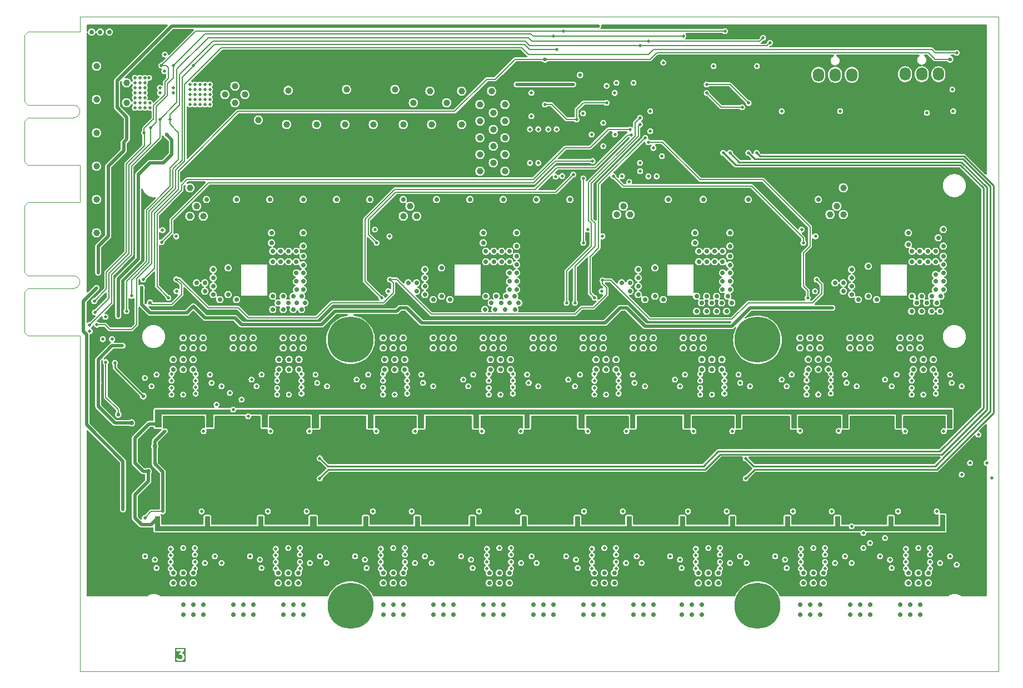
<source format=gbr>
%TF.GenerationSoftware,KiCad,Pcbnew,8.0.1*%
%TF.CreationDate,2024-04-21T01:40:19+02:00*%
%TF.ProjectId,EKO_Miner_BM1366-13xx_16-01A,454b4f5f-4d69-46e6-9572-5f424d313336,rev?*%
%TF.SameCoordinates,Original*%
%TF.FileFunction,Copper,L3,Inr*%
%TF.FilePolarity,Positive*%
%FSLAX46Y46*%
G04 Gerber Fmt 4.6, Leading zero omitted, Abs format (unit mm)*
G04 Created by KiCad (PCBNEW 8.0.1) date 2024-04-21 01:40:19*
%MOMM*%
%LPD*%
G01*
G04 APERTURE LIST*
%ADD10C,0.300000*%
%TA.AperFunction,ComponentPad*%
%ADD11C,0.499999*%
%TD*%
%TA.AperFunction,ComponentPad*%
%ADD12R,1.730000X2.030000*%
%TD*%
%TA.AperFunction,ComponentPad*%
%ADD13O,1.730000X2.030000*%
%TD*%
%TA.AperFunction,ComponentPad*%
%ADD14C,0.600000*%
%TD*%
%TA.AperFunction,ComponentPad*%
%ADD15C,0.500000*%
%TD*%
%TA.AperFunction,ComponentPad*%
%ADD16C,7.000000*%
%TD*%
%TA.AperFunction,ViaPad*%
%ADD17C,0.700000*%
%TD*%
%TA.AperFunction,ViaPad*%
%ADD18C,0.500000*%
%TD*%
%TA.AperFunction,ViaPad*%
%ADD19C,1.000000*%
%TD*%
%TA.AperFunction,ViaPad*%
%ADD20C,0.600000*%
%TD*%
%TA.AperFunction,Conductor*%
%ADD21C,0.200000*%
%TD*%
%TA.AperFunction,Conductor*%
%ADD22C,0.500000*%
%TD*%
%TA.AperFunction,Conductor*%
%ADD23C,0.400000*%
%TD*%
%TA.AperFunction,Conductor*%
%ADD24C,0.250000*%
%TD*%
%TA.AperFunction,Profile*%
%ADD25C,0.100000*%
%TD*%
G04 APERTURE END LIST*
D10*
G36*
X90832722Y-123593495D02*
G01*
X89273698Y-123593495D01*
X89273698Y-123163234D01*
X89440365Y-123163234D01*
X89462762Y-123217306D01*
X89481417Y-123240037D01*
X89556572Y-123311938D01*
X89566945Y-123323899D01*
X89573168Y-123327816D01*
X89575577Y-123330121D01*
X89579238Y-123331637D01*
X89591830Y-123339564D01*
X89716355Y-123399470D01*
X89718433Y-123401548D01*
X89734555Y-123408226D01*
X89762151Y-123421502D01*
X89767526Y-123421883D01*
X89772505Y-123423946D01*
X89801769Y-123426828D01*
X90207450Y-123424274D01*
X90211578Y-123425650D01*
X90233223Y-123424112D01*
X90259604Y-123423946D01*
X90264582Y-123421883D01*
X90269958Y-123421502D01*
X90297421Y-123410992D01*
X90439961Y-123336984D01*
X90456534Y-123330120D01*
X90462304Y-123325384D01*
X90465165Y-123323899D01*
X90467759Y-123320907D01*
X90479265Y-123311465D01*
X90551160Y-123236315D01*
X90563125Y-123225939D01*
X90567043Y-123219713D01*
X90569347Y-123217306D01*
X90570862Y-123213646D01*
X90578790Y-123201053D01*
X90638696Y-123076528D01*
X90640775Y-123074450D01*
X90647456Y-123058318D01*
X90660728Y-123030733D01*
X90661109Y-123025358D01*
X90663173Y-123020378D01*
X90666055Y-122991114D01*
X90663560Y-122656681D01*
X90664877Y-122652732D01*
X90663373Y-122631574D01*
X90663173Y-122604707D01*
X90661109Y-122599726D01*
X90660728Y-122594352D01*
X90650219Y-122566888D01*
X90576208Y-122424344D01*
X90569347Y-122407779D01*
X90564611Y-122402008D01*
X90563125Y-122399146D01*
X90560131Y-122396549D01*
X90550693Y-122385049D01*
X90475540Y-122313149D01*
X90465165Y-122301186D01*
X90458941Y-122297268D01*
X90456534Y-122294965D01*
X90452874Y-122293449D01*
X90440280Y-122285521D01*
X90319636Y-122227482D01*
X90624810Y-121876128D01*
X90640775Y-121860164D01*
X90642688Y-121855545D01*
X90646043Y-121851683D01*
X90653848Y-121828603D01*
X90663173Y-121806092D01*
X90663173Y-121801030D01*
X90664793Y-121796240D01*
X90663173Y-121771939D01*
X90663173Y-121747564D01*
X90661236Y-121742888D01*
X90660900Y-121737844D01*
X90650101Y-121716008D01*
X90640775Y-121693492D01*
X90637198Y-121689915D01*
X90634956Y-121685381D01*
X90616620Y-121669337D01*
X90599391Y-121652108D01*
X90594716Y-121650171D01*
X90590909Y-121646840D01*
X90567833Y-121639036D01*
X90545319Y-121629710D01*
X90538177Y-121629006D01*
X90535467Y-121628090D01*
X90531532Y-121628352D01*
X90516055Y-121626828D01*
X89558219Y-121629710D01*
X89504147Y-121652108D01*
X89462763Y-121693492D01*
X89440365Y-121747564D01*
X89440365Y-121806092D01*
X89462763Y-121860164D01*
X89504147Y-121901548D01*
X89558219Y-121923946D01*
X89587483Y-121926828D01*
X90188661Y-121925019D01*
X89907306Y-122248949D01*
X89891335Y-122264921D01*
X89889421Y-122269541D01*
X89886067Y-122273403D01*
X89878260Y-122296484D01*
X89868937Y-122318993D01*
X89868937Y-122324052D01*
X89867316Y-122328845D01*
X89868937Y-122353154D01*
X89868937Y-122377521D01*
X89870873Y-122382196D01*
X89871210Y-122387241D01*
X89882008Y-122409076D01*
X89891335Y-122431593D01*
X89894911Y-122435169D01*
X89897154Y-122439704D01*
X89915489Y-122455747D01*
X89932719Y-122472977D01*
X89937393Y-122474913D01*
X89941201Y-122478245D01*
X89964282Y-122486051D01*
X89986791Y-122495375D01*
X89993928Y-122496077D01*
X89996643Y-122496996D01*
X90000582Y-122496733D01*
X90016055Y-122498257D01*
X90191852Y-122496176D01*
X90281094Y-122539109D01*
X90319757Y-122576098D01*
X90366291Y-122665724D01*
X90368427Y-122952018D01*
X90325202Y-123041867D01*
X90288213Y-123080530D01*
X90198658Y-123127027D01*
X89841027Y-123129278D01*
X89751015Y-123085975D01*
X89670818Y-123009250D01*
X89616746Y-122986853D01*
X89558220Y-122986853D01*
X89504148Y-123009250D01*
X89462762Y-123050636D01*
X89440365Y-123104708D01*
X89440365Y-123163234D01*
X89273698Y-123163234D01*
X89273698Y-121460161D01*
X90832722Y-121460161D01*
X90832722Y-123593495D01*
G37*
D11*
%TO.N,GND*%
%TO.C,U19*%
X89630000Y-63300000D03*
X90950000Y-63300000D03*
X92270000Y-63300000D03*
X88550000Y-62000000D03*
X89630000Y-61999997D03*
X90950000Y-61999997D03*
X93350000Y-61999997D03*
X92270000Y-61999995D03*
X89630000Y-60700000D03*
X90950000Y-60700000D03*
X92270000Y-60700000D03*
%TD*%
%TO.N,GND*%
%TO.C,U21*%
X154563332Y-63300000D03*
X155883332Y-63300000D03*
X157203332Y-63300000D03*
X153483332Y-62000000D03*
X154563332Y-61999997D03*
X155883332Y-61999997D03*
X158283332Y-61999997D03*
X157203332Y-61999995D03*
X154563332Y-60700000D03*
X155883332Y-60700000D03*
X157203332Y-60700000D03*
%TD*%
D12*
%TO.N,GND*%
%TO.C,J4*%
X197950000Y-34025000D03*
D13*
%TO.N,+12V_PWR*%
X200490000Y-34025000D03*
%TO.N,/FAN/FAN1_TACH*%
X203030000Y-34025000D03*
%TO.N,/FAN/FAN1_PWM*%
X205570000Y-34025000D03*
%TD*%
D11*
%TO.N,GND*%
%TO.C,U20*%
X122096666Y-63300000D03*
X123416666Y-63300000D03*
X124736666Y-63300000D03*
X121016666Y-62000000D03*
X122096666Y-61999997D03*
X123416666Y-61999997D03*
X125816666Y-61999997D03*
X124736666Y-61999995D03*
X122096666Y-60700000D03*
X123416666Y-60700000D03*
X124736666Y-60700000D03*
%TD*%
D14*
%TO.N,GNDA*%
%TO.C,T1*%
X150950000Y-34160000D03*
%TO.N,GND*%
X150950000Y-32960000D03*
%TD*%
D15*
%TO.N,N/C*%
%TO.C,U1*%
X79650000Y-74400000D03*
X78250000Y-74400000D03*
%TD*%
D11*
%TO.N,GND*%
%TO.C,U22*%
X187030000Y-63300000D03*
X188350000Y-63300000D03*
X189670000Y-63300000D03*
X185950000Y-62000000D03*
X187030000Y-61999997D03*
X188350000Y-61999997D03*
X190750000Y-61999997D03*
X189670000Y-61999995D03*
X187030000Y-60700000D03*
X188350000Y-60700000D03*
X189670000Y-60700000D03*
%TD*%
D12*
%TO.N,GND*%
%TO.C,J3*%
X184750000Y-34125000D03*
D13*
%TO.N,+12V_PWR*%
X187290000Y-34125000D03*
%TO.N,/FAN/FAN2_TACH*%
X189830000Y-34125000D03*
%TO.N,/FAN/FAN2_PWM*%
X192370000Y-34125000D03*
%TD*%
D16*
%TO.N,VPWR_ASIC*%
%TO.C,H11*%
X178000000Y-115000000D03*
%TD*%
%TO.N,VPWR_ASIC*%
%TO.C,H7*%
X116000000Y-74500000D03*
%TD*%
%TO.N,VPWR_ASIC*%
%TO.C,H12*%
X116000000Y-115000000D03*
%TD*%
%TO.N,VPWR_ASIC*%
%TO.C,H8*%
X178000000Y-74500000D03*
%TD*%
D17*
%TO.N,GND*%
X98118000Y-93504000D03*
X187272000Y-90456000D03*
D18*
X89990000Y-68866000D03*
D17*
X172576285Y-89186000D03*
X104976000Y-99854000D03*
D19*
X122756000Y-33836000D03*
D17*
X79576000Y-94520000D03*
X164920000Y-56420000D03*
D19*
X104976000Y-104934000D03*
D17*
X168984000Y-99854000D03*
X137146666Y-99854000D03*
D18*
X110818000Y-82836000D03*
X94669973Y-82737803D03*
D17*
X206932000Y-55346000D03*
X143838000Y-95790000D03*
D19*
X124026000Y-47276000D03*
D17*
X211656000Y-61450000D03*
D19*
X80846000Y-42958000D03*
X105738000Y-47276000D03*
D18*
X152473996Y-35814004D03*
D17*
X165682000Y-55404000D03*
D19*
X155014000Y-84106000D03*
D17*
X131400000Y-55462000D03*
X176883332Y-63100000D03*
X132408000Y-56420000D03*
D18*
X118759096Y-82833000D03*
D19*
X138758000Y-104934000D03*
D17*
X196423998Y-61558000D03*
D18*
X207738857Y-78900000D03*
D17*
X162126000Y-95790000D03*
X145162000Y-55600000D03*
D18*
X195146000Y-44482000D03*
D17*
X122719714Y-89186000D03*
D18*
X153236000Y-55912000D03*
D17*
X88974000Y-99854000D03*
D19*
X137234000Y-84106000D03*
D17*
X104976000Y-89186000D03*
X120978000Y-98330000D03*
X151458000Y-95790000D03*
D18*
X191156956Y-82848868D03*
X81358763Y-77918618D03*
D17*
X154506000Y-95790000D03*
D18*
X155939332Y-68866000D03*
D19*
X82624000Y-30258000D03*
D17*
X171052285Y-89186000D03*
D19*
X185748000Y-87408000D03*
X120978000Y-104934000D03*
X80846000Y-32798000D03*
D18*
X94447666Y-106207000D03*
D17*
X92022000Y-99854000D03*
X116406000Y-92742000D03*
X164920000Y-60484000D03*
X122502000Y-99854000D03*
D19*
X108278000Y-87408000D03*
D17*
X92022000Y-90710000D03*
X209350000Y-66300000D03*
X137234000Y-98330000D03*
D18*
X126451666Y-106207000D03*
X150983487Y-82833000D03*
D19*
X168984000Y-101632000D03*
X140282000Y-87408000D03*
D17*
X88974000Y-90710000D03*
X97404000Y-55404000D03*
X196424000Y-55462000D03*
D18*
X82150000Y-46220000D03*
D17*
X98118000Y-95028000D03*
X107262000Y-95028000D03*
X146886000Y-64650000D03*
X90498000Y-89186000D03*
X168222000Y-92742000D03*
D19*
X108350000Y-46300000D03*
D17*
X106500000Y-98330000D03*
D18*
X197686004Y-41211996D03*
D17*
X185747475Y-89166000D03*
D19*
X95578000Y-47276000D03*
D17*
X186510000Y-99854000D03*
X114374000Y-58198000D03*
X93546000Y-93504000D03*
D18*
X150751071Y-106303000D03*
D17*
X137742000Y-92742000D03*
X144416666Y-66300000D03*
D19*
X188796000Y-84106000D03*
X154760000Y-104934000D03*
D17*
X133170000Y-61658000D03*
X204798000Y-90456000D03*
D18*
X190459666Y-106207000D03*
D17*
X156284000Y-98330000D03*
X124026000Y-92742000D03*
D19*
X153490000Y-87408000D03*
D17*
X162428000Y-55404000D03*
X111950000Y-63100000D03*
D18*
X182045142Y-110140000D03*
D17*
X194940000Y-55404000D03*
D18*
X122456666Y-68866000D03*
D17*
X152982000Y-95790000D03*
D18*
X77544000Y-85884000D03*
D17*
X176883332Y-66300000D03*
D18*
X86533223Y-82833000D03*
D19*
X153490000Y-84106000D03*
X115390000Y-31782000D03*
D17*
X172032000Y-99854000D03*
X131646000Y-95790000D03*
X124280000Y-90710000D03*
X128598000Y-92742000D03*
D18*
X76782000Y-75724000D03*
D17*
X155014000Y-90710000D03*
X92022000Y-89186000D03*
X163142000Y-60484000D03*
X79576000Y-87916000D03*
D19*
X88974000Y-104934000D03*
X122502000Y-104934000D03*
X171016000Y-84106000D03*
X126312000Y-48060000D03*
D17*
X128852000Y-60484000D03*
X114350000Y-67900000D03*
X128598000Y-95790000D03*
D19*
X103198000Y-47276000D03*
D17*
X203932000Y-55346000D03*
D18*
X207211137Y-82842000D03*
X134871413Y-82753043D03*
D19*
X103198000Y-44228000D03*
X106500000Y-104934000D03*
X92022000Y-104934000D03*
D17*
X162388000Y-61658000D03*
D19*
X88974000Y-84106000D03*
D17*
X198194000Y-61658000D03*
X182446000Y-95790000D03*
X103650000Y-55600000D03*
X116406000Y-95790000D03*
X142162000Y-55600000D03*
X211656000Y-64650000D03*
D19*
X105738000Y-44228000D03*
D18*
X198621524Y-106198000D03*
D19*
X79068000Y-35338000D03*
X98118000Y-44228000D03*
D17*
X120978000Y-99854000D03*
X187018000Y-95790000D03*
D18*
X154923332Y-68866000D03*
D17*
X197432000Y-56420000D03*
D18*
X208385996Y-44989996D03*
D17*
X153490000Y-90710000D03*
D18*
X180687500Y-41582500D03*
X91514000Y-48800000D03*
X209088000Y-41688000D03*
D19*
X201750000Y-84106000D03*
D17*
X209350000Y-63100000D03*
X144416666Y-59800000D03*
D19*
X90498000Y-104934000D03*
D17*
X114350000Y-61500000D03*
X188796000Y-90456000D03*
D18*
X206461666Y-106207000D03*
D17*
X194638000Y-95790000D03*
D19*
X98118000Y-47276000D03*
D17*
X168984000Y-98330000D03*
X146886000Y-61450000D03*
D19*
X204798000Y-87408000D03*
X80846000Y-53118000D03*
X204036000Y-101632000D03*
X203274000Y-84106000D03*
D18*
X171778000Y-46006000D03*
D17*
X88974000Y-98330000D03*
D19*
X124280000Y-87408000D03*
D17*
X140282000Y-90710000D03*
X90498000Y-99854000D03*
X171016000Y-90710000D03*
D18*
X118037142Y-110140000D03*
D19*
X153236000Y-104934000D03*
D17*
X138830571Y-89186000D03*
D18*
X188406000Y-68866000D03*
D17*
X92022000Y-93504000D03*
X204036000Y-99854000D03*
X161364000Y-56420000D03*
D19*
X137234000Y-101632000D03*
D17*
X162126000Y-92742000D03*
X180922000Y-95790000D03*
D18*
X83386000Y-42958000D03*
D19*
X186510000Y-104934000D03*
D18*
X150950000Y-71002000D03*
X174937766Y-82868868D03*
D17*
X98887998Y-61558000D03*
X146910000Y-55608000D03*
D19*
X172032000Y-104934000D03*
D18*
X76744000Y-83090000D03*
D17*
X136218000Y-95790000D03*
D19*
X200988000Y-104934000D03*
X106500000Y-84106000D03*
X115136000Y-47276000D03*
D17*
X99642000Y-93504000D03*
D19*
X156284000Y-101632000D03*
D18*
X86612519Y-106171132D03*
D19*
X121232000Y-84106000D03*
X122756000Y-84106000D03*
X117350000Y-46300000D03*
D18*
X175588000Y-46006000D03*
D17*
X204036000Y-98330000D03*
X197686000Y-95790000D03*
D18*
X158624851Y-106207000D03*
D17*
X163912000Y-55462000D03*
X92022000Y-95028000D03*
X197686000Y-92742000D03*
X209350000Y-59800000D03*
D19*
X172032000Y-101632000D03*
D17*
X184986000Y-99854000D03*
X140354571Y-89186000D03*
D18*
X159406286Y-78900000D03*
D17*
X99896000Y-60484000D03*
X193876000Y-58198000D03*
X180922000Y-92742000D03*
D19*
X184986000Y-101632000D03*
D18*
X174457666Y-106207000D03*
X87750000Y-46120000D03*
D17*
X108024000Y-89186000D03*
X139162000Y-55600000D03*
X92022000Y-98330000D03*
X106500000Y-89186000D03*
X156538000Y-90710000D03*
X90498000Y-93504000D03*
D19*
X168984000Y-104934000D03*
D17*
X154760000Y-98330000D03*
X163911998Y-61558000D03*
D19*
X184986000Y-104934000D03*
D17*
X168674000Y-55346000D03*
X166698000Y-92742000D03*
X179398000Y-67850000D03*
X106500000Y-99854000D03*
X122502000Y-95790000D03*
D19*
X137488000Y-32798000D03*
X79068000Y-40418000D03*
D17*
X133170000Y-55404000D03*
D18*
X198047142Y-110140000D03*
D19*
X113104000Y-48100000D03*
D17*
X193876000Y-60484000D03*
X79576000Y-100870000D03*
X90498000Y-98330000D03*
X124026000Y-99854000D03*
D19*
X76274000Y-63024000D03*
D17*
X187271475Y-89166000D03*
D19*
X104976000Y-101632000D03*
D17*
X90498000Y-90710000D03*
X111950000Y-59800000D03*
D19*
X113104000Y-46300000D03*
D18*
X82097655Y-76747655D03*
D19*
X156538000Y-87408000D03*
D18*
X91006000Y-68866000D03*
D17*
X171674000Y-55346000D03*
D19*
X106500000Y-33836000D03*
D18*
X151203996Y-35814004D03*
D17*
X179422000Y-58148000D03*
X128852000Y-56420000D03*
D19*
X130630000Y-31782000D03*
X170508000Y-104934000D03*
X130630000Y-48060000D03*
X92022000Y-84106000D03*
D17*
X111950000Y-66300000D03*
X146886000Y-67850000D03*
D19*
X124280000Y-84106000D03*
D17*
X188542000Y-95790000D03*
D18*
X169714004Y-31782004D03*
D17*
X113358000Y-92742000D03*
X136162000Y-55600000D03*
X153148666Y-99854000D03*
X203274000Y-90456000D03*
X194900000Y-61658000D03*
X211656000Y-55404000D03*
D19*
X137234000Y-104934000D03*
D18*
X123472666Y-68866000D03*
D17*
X121195714Y-89186000D03*
D19*
X93038000Y-44228000D03*
D17*
X179398000Y-92742000D03*
X139266000Y-95790000D03*
X120978000Y-95790000D03*
X138758000Y-98330000D03*
D18*
X150207808Y-110140000D03*
X142656142Y-106303000D03*
D17*
X190066000Y-92742000D03*
X143838000Y-92742000D03*
X132408000Y-60484000D03*
X100658000Y-61658000D03*
X114374000Y-55658000D03*
X170508000Y-99854000D03*
D18*
X85418000Y-31062000D03*
D17*
X201749999Y-89186000D03*
D18*
X187272004Y-42735996D03*
D17*
X139266000Y-92742000D03*
X114882000Y-92742000D03*
X104976000Y-98330000D03*
X107262000Y-93504000D03*
D18*
X85164000Y-97568000D03*
D17*
X201750000Y-90456000D03*
X124026000Y-98330000D03*
D18*
X134205808Y-110140000D03*
X171314000Y-39700000D03*
D17*
X172032000Y-98330000D03*
D18*
X170282000Y-34322000D03*
D19*
X122756000Y-31782000D03*
D17*
X96340000Y-60484000D03*
D19*
X95578000Y-44228000D03*
X140282000Y-101632000D03*
D17*
X159078000Y-95790000D03*
X93546000Y-95028000D03*
D18*
X134749071Y-106303000D03*
D17*
X169528285Y-89186000D03*
X100658000Y-55404000D03*
D19*
X204036000Y-104934000D03*
D17*
X172540000Y-90710000D03*
X188542000Y-92742000D03*
X151458000Y-92742000D03*
X179398000Y-61450000D03*
D18*
X88150000Y-56166000D03*
D17*
X130122000Y-92742000D03*
D18*
X80150000Y-77000000D03*
D17*
X209932000Y-55346000D03*
D18*
X209878000Y-30530000D03*
D19*
X188034000Y-104934000D03*
X121994000Y-48060000D03*
D17*
X174674000Y-55346000D03*
D19*
X128598000Y-47276000D03*
D17*
X177674000Y-55346000D03*
D18*
X110449666Y-106303000D03*
D17*
X124026000Y-95790000D03*
X154941428Y-89186000D03*
D18*
X86180000Y-31062000D03*
D19*
X139520000Y-31782000D03*
D17*
X98118000Y-60484000D03*
X203782000Y-95790000D03*
D18*
X158826909Y-82868868D03*
D17*
X108024000Y-98330000D03*
D18*
X167206000Y-49562000D03*
D17*
X108024000Y-99854000D03*
X130630000Y-56420000D03*
X211656000Y-67850000D03*
D18*
X199324333Y-82833000D03*
D19*
X125550000Y-31782000D03*
D17*
X195654000Y-58198000D03*
X128852000Y-58198000D03*
X98118000Y-56420000D03*
X145362000Y-92742000D03*
D19*
X88974000Y-101632000D03*
D18*
X120724000Y-55912000D03*
D17*
X76528000Y-94520000D03*
D18*
X142568000Y-33814000D03*
D17*
X137306571Y-89186000D03*
D19*
X126312000Y-46260000D03*
D17*
X140282000Y-98330000D03*
X200932000Y-55346000D03*
X130630000Y-58198000D03*
X114882000Y-95790000D03*
D19*
X93038000Y-47276000D03*
D17*
X88974000Y-89186000D03*
X105738000Y-93504000D03*
D19*
X140282000Y-104934000D03*
D17*
X90498000Y-95028000D03*
X145362000Y-95790000D03*
X98118000Y-58198000D03*
D18*
X82097655Y-72152345D03*
D17*
X146886000Y-92742000D03*
D19*
X202512000Y-104934000D03*
D17*
X165682000Y-61658000D03*
X188034000Y-99854000D03*
X129876000Y-61658000D03*
X161364000Y-58198000D03*
X200988000Y-99854000D03*
D19*
X156538000Y-84106000D03*
D18*
X184478004Y-40703996D03*
D17*
X104976000Y-90710000D03*
X152982000Y-92742000D03*
X121232000Y-90710000D03*
X179398000Y-55404000D03*
X188034000Y-98330000D03*
X188795475Y-89166000D03*
X130122000Y-95790000D03*
X166698000Y-95790000D03*
D19*
X108350000Y-48100000D03*
D17*
X195654000Y-56420000D03*
D19*
X120978000Y-101886000D03*
D18*
X166610698Y-106394500D03*
D19*
X137234000Y-87408000D03*
D17*
X202512000Y-98330000D03*
X138758000Y-90710000D03*
X203273999Y-89186000D03*
D19*
X156284000Y-104934000D03*
X188796000Y-87408000D03*
D17*
X156196666Y-99854000D03*
X105738000Y-95028000D03*
X193876000Y-56420000D03*
X184986000Y-98330000D03*
X156465428Y-89186000D03*
X202258000Y-92742000D03*
X101166000Y-95028000D03*
D19*
X130630000Y-46260000D03*
X90498000Y-84106000D03*
D17*
X106650000Y-55600000D03*
X146886000Y-95790000D03*
X163142000Y-56420000D03*
X159078000Y-92742000D03*
D18*
X182639446Y-106303000D03*
D19*
X188034000Y-101632000D03*
D17*
X140194666Y-99854000D03*
D18*
X86033142Y-110140000D03*
D17*
X168222000Y-95790000D03*
D19*
X172540000Y-84106000D03*
D17*
X96340000Y-56420000D03*
X122502000Y-98330000D03*
D18*
X77544004Y-104203996D03*
D19*
X92022000Y-101632000D03*
D17*
X154506000Y-92742000D03*
X190066000Y-95790000D03*
X203782000Y-92742000D03*
X120978000Y-92742000D03*
X99642000Y-95028000D03*
X144416666Y-63100000D03*
X197432000Y-60484000D03*
D19*
X106500000Y-31782000D03*
X97864000Y-32798000D03*
X104976000Y-84106000D03*
D17*
X137234000Y-90710000D03*
D18*
X102035142Y-110140000D03*
D17*
X160602000Y-92742000D03*
D19*
X172540000Y-87408000D03*
D17*
X200988000Y-98330000D03*
D19*
X108278000Y-84106000D03*
D18*
X200480004Y-42735996D03*
D17*
X179398000Y-64650000D03*
D19*
X187272000Y-84106000D03*
X135202000Y-31782000D03*
D18*
X86942000Y-34322000D03*
D17*
X106500000Y-90710000D03*
D19*
X153236000Y-101632000D03*
X121994000Y-46260000D03*
X92022000Y-87408000D03*
D17*
X182446000Y-92742000D03*
X124243714Y-89186000D03*
X99896000Y-56420000D03*
D18*
X85164000Y-92488000D03*
D19*
X140282000Y-84106000D03*
X108024000Y-104934000D03*
D18*
X79950000Y-72100000D03*
D17*
X187018000Y-92742000D03*
X160602000Y-95790000D03*
D18*
X165682000Y-31782000D03*
X195146000Y-49562000D03*
D17*
X211680000Y-58148000D03*
X161364000Y-60484000D03*
X122756000Y-90710000D03*
D19*
X169492000Y-87408000D03*
D18*
X176064004Y-31782004D03*
D19*
X185748000Y-84106000D03*
D17*
X129916000Y-55404000D03*
D18*
X94308000Y-33814000D03*
D17*
X185748000Y-90456000D03*
X130630000Y-60484000D03*
X186510000Y-98330000D03*
D19*
X115390000Y-33836000D03*
D17*
X204797999Y-89186000D03*
X114350000Y-64700000D03*
D19*
X121232000Y-87408000D03*
D17*
X198194000Y-55404000D03*
D18*
X173838000Y-33814000D03*
X195146000Y-33814000D03*
X167094913Y-82833000D03*
X187390000Y-68866000D03*
D19*
X80846000Y-58198000D03*
X117350000Y-48100000D03*
D17*
X97364000Y-61658000D03*
X131399998Y-61558000D03*
X112650000Y-55600000D03*
X109650000Y-55600000D03*
D19*
X108024000Y-101632000D03*
X124026000Y-104934000D03*
D17*
X196162000Y-95790000D03*
D19*
X100658000Y-44228000D03*
D17*
X195654000Y-60484000D03*
X170508000Y-98330000D03*
D19*
X110818000Y-47276000D03*
D18*
X143089151Y-82737000D03*
D17*
X169492000Y-90710000D03*
X122502000Y-92742000D03*
D18*
X166043142Y-110140000D03*
X118582877Y-106303000D03*
D17*
X176883332Y-59800000D03*
D19*
X128090000Y-32798000D03*
D17*
X113358000Y-95790000D03*
X202258000Y-95790000D03*
X153236000Y-98330000D03*
X101166000Y-93504000D03*
X163142000Y-58198000D03*
D19*
X169492000Y-84106000D03*
D17*
X154672666Y-99854000D03*
D18*
X102653541Y-82775190D03*
D17*
X196162000Y-92742000D03*
D18*
X163650000Y-37652000D03*
D17*
X202512000Y-99854000D03*
D19*
X79068000Y-45498000D03*
X104976000Y-87408000D03*
D17*
X96340000Y-58198000D03*
X194638000Y-92742000D03*
D18*
X185550000Y-55968000D03*
D17*
X138670666Y-99854000D03*
D19*
X100658000Y-47276000D03*
D17*
X179398000Y-95790000D03*
X136218000Y-92742000D03*
D19*
X200988000Y-101632000D03*
X132916000Y-32798000D03*
D18*
X183323433Y-82813000D03*
D19*
X119454000Y-47276000D03*
X79068000Y-30258000D03*
D17*
X131646000Y-92742000D03*
D19*
X204798000Y-84106000D03*
D18*
X127074000Y-82842000D03*
D17*
X146910000Y-58148000D03*
D19*
X124026000Y-101886000D03*
X201750000Y-87408000D03*
D17*
X108024000Y-90710000D03*
D18*
X102580877Y-106303000D03*
D17*
X137742000Y-95790000D03*
X153417428Y-89186000D03*
D19*
X88974000Y-87408000D03*
D17*
X98888000Y-55462000D03*
D19*
X138758000Y-84106000D03*
D18*
%TO.N,+12V_PWR*%
X84656000Y-35338000D03*
X83894000Y-39148000D03*
X84656000Y-38386000D03*
D19*
X77290000Y-42958000D03*
D18*
X83132000Y-37624000D03*
X83132000Y-35338000D03*
D19*
X81862000Y-38386000D03*
X77290000Y-32798000D03*
D17*
X76550000Y-27600000D03*
D18*
X86942000Y-36862000D03*
X83131998Y-38386000D03*
X83894000Y-36862000D03*
D19*
X77290000Y-37878000D03*
D18*
X84656000Y-36100000D03*
D17*
X79250000Y-27600000D03*
D19*
X77290000Y-58198000D03*
D18*
X84656000Y-39148000D03*
X85418000Y-38386000D03*
X83894000Y-34576000D03*
X83894000Y-35338000D03*
D19*
X77290000Y-48038000D03*
D18*
X83894000Y-38386000D03*
X83132000Y-36100000D03*
X83132000Y-34576000D03*
X83132000Y-39148000D03*
X83894000Y-37624000D03*
D17*
X77850000Y-27600000D03*
D18*
X83894000Y-36100000D03*
X83132000Y-36862000D03*
X85296001Y-34576000D03*
X84656000Y-34576000D03*
X84656000Y-36862000D03*
X84656000Y-37624000D03*
X86942000Y-36100000D03*
X85418000Y-39148000D03*
D19*
X77290000Y-53118000D03*
X81862000Y-35338000D03*
D18*
%TO.N,/DB_SCL*%
X173048000Y-27464000D03*
X170254000Y-35592000D03*
X84550000Y-42958000D03*
X148410000Y-27464000D03*
X87170000Y-32700000D03*
X176648010Y-38430010D03*
X76950000Y-68600000D03*
%TO.N,/DB_SDA*%
X166698000Y-28226000D03*
X88970000Y-32700000D03*
X146886000Y-28268000D03*
X175671004Y-39064996D03*
X85532998Y-42195988D03*
X77036000Y-70300000D03*
X170254000Y-36905000D03*
%TO.N,/ID0*%
X178850000Y-28480000D03*
X76247357Y-72225000D03*
X161364000Y-28988000D03*
X86942000Y-40926000D03*
%TO.N,/DB_TX*%
X78650000Y-71000000D03*
%TO.N,/ID1*%
X81862000Y-70136000D03*
X160094000Y-29708000D03*
X76256918Y-73192968D03*
X88466000Y-40926000D03*
X179906000Y-29242000D03*
D20*
%TO.N,/DB_PGOOD*%
X145616000Y-31782000D03*
X207338000Y-31782000D03*
D18*
X84402000Y-65310000D03*
%TO.N,+5V_PSU*%
X81322004Y-92996004D03*
X75766000Y-84868000D03*
X92022000Y-69374000D03*
D20*
X84147988Y-66580000D03*
D18*
X124534000Y-69628010D03*
X157046000Y-69628000D03*
X77290000Y-66580000D03*
X81322004Y-100362004D03*
X189422000Y-69628000D03*
%TO.N,+5V_STDBY*%
X81430000Y-44400000D03*
X153743996Y-26702000D03*
X77544000Y-64294000D03*
%TO.N,+3.3V_DB*%
X207699000Y-36354000D03*
X181687500Y-39682500D03*
X80592000Y-70900000D03*
X163650000Y-32262000D03*
X203810000Y-39910000D03*
X190602000Y-39656000D03*
D20*
X87958000Y-43251858D03*
D18*
X87704000Y-31020000D03*
X171301996Y-32797996D03*
X87625570Y-33560000D03*
X207818000Y-39656000D03*
X177905996Y-32797996D03*
%TO.N,+1.8V*%
X103810863Y-88399994D03*
X103398000Y-100640000D03*
X109297994Y-100640006D03*
D17*
X82624000Y-87154000D03*
D18*
X81250000Y-75400000D03*
X183408000Y-100640000D03*
X125821714Y-88400000D03*
X119400000Y-100640000D03*
X167406000Y-100640000D03*
X199410000Y-100640000D03*
X152143434Y-88399994D03*
X184473481Y-88379994D03*
X93295994Y-100640006D03*
X189307994Y-100640006D03*
X119921720Y-88399994D03*
X173305994Y-100640006D03*
X158043428Y-88400000D03*
X84656000Y-101632000D03*
X87396000Y-100640000D03*
X200476005Y-88399994D03*
X141468660Y-100640006D03*
X93600000Y-88400000D03*
X135568666Y-100640000D03*
D17*
X86180000Y-90710000D03*
D18*
X87700006Y-88399994D03*
X190373475Y-88380000D03*
X136032577Y-88399994D03*
X151570666Y-100640000D03*
D20*
X77544000Y-81058000D03*
D18*
X174154285Y-88400000D03*
X109710857Y-88400000D03*
X157470660Y-100640006D03*
X141932571Y-88400000D03*
X168254291Y-88399994D03*
X206375999Y-88400000D03*
X125299994Y-100640006D03*
X205309994Y-100640006D03*
%TO.N,+0.8V*%
X191323475Y-87230000D03*
X166456000Y-101790000D03*
X158993428Y-87250000D03*
X118450000Y-101790000D03*
X183573475Y-87280000D03*
X126771714Y-87250000D03*
X135132571Y-87300000D03*
X110660857Y-87250000D03*
X94196000Y-101740000D03*
X102910857Y-87300000D03*
X198460000Y-101790000D03*
X190208000Y-101740000D03*
X119021714Y-87300000D03*
X174206000Y-101740000D03*
X175104285Y-87250000D03*
X142882571Y-87250000D03*
X206210000Y-101740000D03*
X182458000Y-101790000D03*
X86800000Y-87300000D03*
X207325999Y-87250000D03*
X150620666Y-101790000D03*
D17*
X85164000Y-94520000D03*
D18*
X110198000Y-101740000D03*
X102448000Y-101790000D03*
X167354285Y-87300000D03*
X142368666Y-101740000D03*
X86446000Y-101790000D03*
X158370666Y-101740000D03*
X199575999Y-87300000D03*
X134618666Y-101790000D03*
X151243428Y-87300000D03*
X94550000Y-87250000D03*
X126200000Y-101740000D03*
%TO.N,/ASICs/ASICs_BM1366_1/BM1366-6/VDD3_0*%
X182446000Y-81566000D03*
%TO.N,/ASICs/ASICs_BM1366_1/BM1366-6/VDD2_0*%
X181684000Y-80550000D03*
%TO.N,/ASICs/ASICs_BM1366_1/BM1366-6/VDD1_0*%
X183208000Y-79768000D03*
%TO.N,VPWR_ASIC*%
X108278000Y-106204000D03*
D17*
X205150000Y-66834000D03*
X205150000Y-65600000D03*
D18*
X156843428Y-81700000D03*
D17*
X136616666Y-61000000D03*
X109040000Y-68866000D03*
D18*
X108278000Y-107220000D03*
D17*
X107262000Y-114840000D03*
X139016666Y-61000000D03*
X98118000Y-116364000D03*
X185747475Y-79006000D03*
X120978000Y-114840000D03*
D18*
X90498000Y-82836000D03*
X152770666Y-109340000D03*
D17*
X122719714Y-77502000D03*
X105738000Y-116364000D03*
D18*
X172286000Y-107220000D03*
X169274285Y-79700000D03*
D17*
X184478000Y-75724000D03*
X98118000Y-114840000D03*
X151458000Y-74200000D03*
X106608857Y-77502000D03*
D18*
X124621714Y-82700000D03*
D17*
X188034000Y-111538000D03*
D18*
X168606000Y-107340000D03*
D17*
X136218000Y-75724000D03*
X159078000Y-74200000D03*
X203273999Y-79026000D03*
X107750000Y-64294000D03*
X192098000Y-116364000D03*
X141298000Y-61754000D03*
X106500000Y-111538000D03*
X141298000Y-66834000D03*
X136616666Y-62600000D03*
X188795475Y-77482000D03*
X195146000Y-74200000D03*
X192098000Y-114840000D03*
D18*
X124280000Y-106204000D03*
D17*
X131646000Y-74200000D03*
X154941428Y-79026000D03*
X124026000Y-110014000D03*
X156196666Y-110014000D03*
X108786000Y-63100000D03*
D18*
X172954285Y-79700000D03*
D17*
X141298000Y-63024000D03*
X202512000Y-111538000D03*
X169083332Y-61000000D03*
X108786000Y-65564000D03*
X204036000Y-110014000D03*
D18*
X156450666Y-107220000D03*
X156843428Y-82700000D03*
X172286000Y-106204000D03*
D17*
X122502000Y-110014000D03*
X206322000Y-60230000D03*
X169492000Y-116364000D03*
D18*
X156450666Y-108340000D03*
D17*
X101166000Y-74200000D03*
D18*
X156450666Y-109340000D03*
X136768666Y-107340000D03*
D17*
X104976000Y-110014000D03*
X90498000Y-110014000D03*
X146886000Y-74200000D03*
X92022000Y-77502000D03*
X140236666Y-68866000D03*
D18*
X140732571Y-80700000D03*
X104830857Y-79700000D03*
D17*
X174083332Y-68866000D03*
X108786000Y-114840000D03*
X139266000Y-114840000D03*
X187526000Y-74200000D03*
X90498000Y-74200000D03*
D18*
X188288000Y-108340000D03*
D17*
X201749999Y-77502000D03*
X186002000Y-114840000D03*
X143838000Y-74200000D03*
X200988000Y-110014000D03*
X98118000Y-75724000D03*
D18*
X137052571Y-82836000D03*
D17*
X203273999Y-77502000D03*
X206322000Y-61754000D03*
X137146666Y-110014000D03*
X106550000Y-62600000D03*
X152982000Y-74200000D03*
D18*
X205175999Y-80700000D03*
D17*
X92022000Y-75724000D03*
X186002000Y-74200000D03*
D18*
X104830857Y-80700000D03*
D17*
X162126000Y-114840000D03*
D18*
X184608000Y-106340000D03*
X136768666Y-109340000D03*
D17*
X138830571Y-77502000D03*
D18*
X205175999Y-79700000D03*
D17*
X139266000Y-75724000D03*
X160602000Y-114840000D03*
X156465428Y-79026000D03*
X168222000Y-74200000D03*
X159078000Y-75724000D03*
D18*
X120941714Y-82836000D03*
D17*
X170254000Y-67850000D03*
X186510000Y-110014000D03*
X93546000Y-116364000D03*
X108132857Y-77502000D03*
X131646000Y-75724000D03*
X187271475Y-79006000D03*
X173810000Y-64294000D03*
D18*
X120600000Y-109340000D03*
D17*
X184478000Y-114840000D03*
D18*
X189173475Y-80680000D03*
D17*
X107750000Y-65600000D03*
X105084857Y-79026000D03*
D18*
X104598000Y-109340000D03*
D17*
X104150000Y-67850000D03*
X193622000Y-75724000D03*
X202512000Y-110014000D03*
X131646000Y-116364000D03*
X104976000Y-111538000D03*
X187526000Y-116364000D03*
X107262000Y-67850000D03*
D18*
X88720000Y-80700000D03*
D17*
X162126000Y-75724000D03*
X171052285Y-77502000D03*
D18*
X140448666Y-109340000D03*
D17*
X203950000Y-62600000D03*
X201496000Y-70136000D03*
D18*
X140732571Y-82700000D03*
X104830857Y-81820000D03*
D17*
X108786000Y-61754000D03*
D18*
X124621714Y-80700000D03*
D17*
X141616666Y-68866000D03*
D18*
X186510000Y-106204000D03*
D17*
X88974000Y-79026000D03*
X172683332Y-66834000D03*
D18*
X108510857Y-82700000D03*
D17*
X137742000Y-74200000D03*
D18*
X137052571Y-80700000D03*
X124280000Y-107220000D03*
D17*
X169083332Y-62600000D03*
X107750000Y-62600000D03*
D18*
X136768666Y-106340000D03*
D17*
X170283332Y-61000000D03*
X202766000Y-75724000D03*
X137816666Y-61000000D03*
X154672666Y-111538000D03*
X105738000Y-75724000D03*
X105350000Y-62600000D03*
D18*
X204290000Y-108340000D03*
D17*
X92022000Y-79026000D03*
X173810000Y-63100000D03*
D18*
X92276000Y-107220000D03*
D17*
X90498000Y-114840000D03*
D18*
X88720000Y-79700000D03*
D17*
X88974000Y-111538000D03*
D18*
X136768666Y-108340000D03*
X104830857Y-82836000D03*
X202512000Y-106204000D03*
D17*
X137442666Y-68866000D03*
X101166000Y-75724000D03*
X172576285Y-79026000D03*
X170283332Y-62600000D03*
X187271475Y-77482000D03*
D18*
X189173475Y-82680000D03*
D17*
X108532000Y-67850000D03*
X169746000Y-75724000D03*
D18*
X106608857Y-82836000D03*
D17*
X168984000Y-110014000D03*
D18*
X200610000Y-106340000D03*
X172954285Y-80700000D03*
D17*
X206322000Y-66834000D03*
X169492000Y-68866000D03*
X107750000Y-61000000D03*
X172683332Y-61000000D03*
D18*
X140732571Y-81700000D03*
D17*
X172032000Y-110014000D03*
D18*
X124280000Y-109340000D03*
D17*
X107770000Y-66834000D03*
D18*
X137052571Y-79700000D03*
D17*
X106608857Y-79026000D03*
X106500000Y-68866000D03*
X137306571Y-79026000D03*
X137742000Y-114840000D03*
D18*
X169274285Y-80700000D03*
X187271475Y-82816000D03*
X153163428Y-81820000D03*
X168606000Y-106340000D03*
D17*
X124243714Y-79026000D03*
X201242000Y-75724000D03*
D18*
X120941714Y-79700000D03*
D17*
X202766000Y-74200000D03*
X154941428Y-77502000D03*
X108786000Y-66834000D03*
X202766000Y-114840000D03*
X99642000Y-75724000D03*
X171778000Y-70136000D03*
X173810000Y-60230000D03*
D18*
X169274285Y-81820000D03*
D17*
X187526000Y-75724000D03*
X121195714Y-79026000D03*
X201550000Y-67850000D03*
D18*
X140448666Y-108340000D03*
D17*
X187526000Y-114840000D03*
D18*
X185493475Y-80680000D03*
X169274285Y-82836000D03*
X200610000Y-108340000D03*
D17*
X136218000Y-58200000D03*
X170508000Y-111538000D03*
X160602000Y-74200000D03*
X173810000Y-61754000D03*
X124026000Y-75724000D03*
X124026000Y-111538000D03*
D18*
X108278000Y-109340000D03*
D17*
X121195714Y-77502000D03*
X201550000Y-61000000D03*
X128598000Y-116364000D03*
D18*
X88596000Y-109340000D03*
D17*
X205150000Y-62600000D03*
X124243714Y-77502000D03*
X203020000Y-70136000D03*
X204036000Y-111538000D03*
X201242000Y-114840000D03*
D18*
X120941714Y-81820000D03*
X188288000Y-109340000D03*
X153163428Y-80700000D03*
X92400000Y-79700000D03*
X188288000Y-107220000D03*
D17*
X93546000Y-74200000D03*
X105350000Y-61000000D03*
X120978000Y-111538000D03*
X172540000Y-68866000D03*
X108786000Y-58198000D03*
D18*
X124621714Y-79700000D03*
D17*
X108532000Y-69882000D03*
D18*
X140732571Y-79700000D03*
D17*
X153417428Y-79026000D03*
X138204666Y-67850000D03*
X124026000Y-116364000D03*
X169528285Y-77502000D03*
D18*
X88720000Y-82836000D03*
D17*
X143838000Y-116364000D03*
X90498000Y-79026000D03*
D18*
X104598000Y-106340000D03*
D17*
X168222000Y-75724000D03*
X108786000Y-74200000D03*
D18*
X92276000Y-106204000D03*
D17*
X136616666Y-67850000D03*
X170508000Y-110014000D03*
X137996000Y-69882000D03*
D18*
X154672666Y-106204000D03*
D17*
X201550000Y-62600000D03*
X140354571Y-79026000D03*
X107262000Y-74200000D03*
X92022000Y-114840000D03*
X140216666Y-61000000D03*
D18*
X152770666Y-108340000D03*
D17*
X108786000Y-60230000D03*
X143838000Y-114840000D03*
X169746000Y-74200000D03*
X108024000Y-111538000D03*
X159078000Y-116364000D03*
D18*
X138670666Y-106204000D03*
D17*
X105738000Y-67850000D03*
X202750000Y-61000000D03*
X98118000Y-74200000D03*
D18*
X201495999Y-80700000D03*
D17*
X128598000Y-74200000D03*
X160602000Y-75724000D03*
D18*
X201495999Y-79700000D03*
D17*
X186510000Y-111538000D03*
X192098000Y-74200000D03*
X139266000Y-116364000D03*
X195146000Y-116364000D03*
X154506000Y-74200000D03*
X145362000Y-114840000D03*
X188034000Y-110014000D03*
D18*
X201495999Y-81820000D03*
D17*
X202766000Y-116364000D03*
X173465332Y-67850000D03*
X145362000Y-75724000D03*
X136218000Y-114840000D03*
X173302000Y-70136000D03*
D18*
X120941714Y-80700000D03*
D17*
X171016000Y-68866000D03*
X195146000Y-75724000D03*
D18*
X204290000Y-109340000D03*
D17*
X168476000Y-59722000D03*
X103960000Y-59722000D03*
X199718000Y-114840000D03*
X92022000Y-111538000D03*
X140216666Y-65600000D03*
X101166000Y-116364000D03*
X205932000Y-67850000D03*
X156465428Y-77502000D03*
X92022000Y-74200000D03*
X145362000Y-116364000D03*
D18*
X168606000Y-109340000D03*
D17*
X168730000Y-67850000D03*
X137742000Y-75724000D03*
X205560000Y-58960000D03*
X166444000Y-114840000D03*
X171052285Y-79026000D03*
D18*
X92400000Y-81700000D03*
D17*
X137742000Y-116364000D03*
X140354571Y-77502000D03*
X192098000Y-75724000D03*
D18*
X104598000Y-108340000D03*
D17*
X186002000Y-116364000D03*
D18*
X156843428Y-80700000D03*
D17*
X140216666Y-62600000D03*
X93546000Y-114840000D03*
X140194666Y-110014000D03*
X173810000Y-58198000D03*
X120978000Y-110014000D03*
X204797999Y-77502000D03*
D18*
X120600000Y-108340000D03*
D17*
X141298000Y-64294000D03*
X202750000Y-62600000D03*
X206322000Y-57690000D03*
D18*
X92400000Y-82700000D03*
X92276000Y-108340000D03*
D17*
X184478000Y-116364000D03*
X193622000Y-116364000D03*
X124026000Y-74200000D03*
D18*
X204290000Y-107220000D03*
D17*
X88974000Y-77502000D03*
X193622000Y-114840000D03*
X201242000Y-74200000D03*
X92022000Y-116364000D03*
X139520000Y-69882000D03*
D18*
X108510857Y-80700000D03*
X204290000Y-106204000D03*
X120600000Y-106340000D03*
D17*
X130122000Y-114840000D03*
D18*
X124621714Y-81700000D03*
D17*
X122719714Y-79026000D03*
D18*
X185493475Y-79680000D03*
D17*
X130122000Y-116364000D03*
D18*
X153163428Y-79700000D03*
D17*
X169528285Y-79026000D03*
D18*
X156843428Y-79700000D03*
X106500000Y-106204000D03*
D17*
X120978000Y-75724000D03*
X184986000Y-110014000D03*
X140194666Y-111538000D03*
X156196666Y-111538000D03*
X107262000Y-75724000D03*
X88974000Y-110014000D03*
X153148666Y-110014000D03*
X104150000Y-61000000D03*
D18*
X203273999Y-82836000D03*
D17*
X167968000Y-116364000D03*
D18*
X88596000Y-106340000D03*
D17*
X199718000Y-75724000D03*
X108786000Y-64294000D03*
X107262000Y-116364000D03*
X104150000Y-62600000D03*
D18*
X88596000Y-108340000D03*
D17*
X151458000Y-75724000D03*
X173810000Y-65564000D03*
X137816666Y-62600000D03*
X162126000Y-116364000D03*
D18*
X152770666Y-107340000D03*
D17*
X188795475Y-79006000D03*
X141044000Y-69882000D03*
X200988000Y-59976000D03*
D18*
X201495999Y-82836000D03*
X189173475Y-81680000D03*
X184608000Y-109340000D03*
D17*
X203782000Y-68866000D03*
X154506000Y-114840000D03*
X99642000Y-74200000D03*
X172576285Y-77502000D03*
X202258000Y-68866000D03*
X201749999Y-79026000D03*
D18*
X172286000Y-109340000D03*
D17*
X122502000Y-111538000D03*
X168984000Y-111538000D03*
X105738000Y-69882000D03*
D18*
X108510857Y-79700000D03*
X108278000Y-108340000D03*
D17*
X172683332Y-62600000D03*
X186002000Y-75724000D03*
X93546000Y-75724000D03*
X128598000Y-114840000D03*
X106500000Y-110014000D03*
D18*
X168606000Y-108340000D03*
X92276000Y-109340000D03*
D17*
X206322000Y-64294000D03*
X152982000Y-116364000D03*
D18*
X108510857Y-81700000D03*
D17*
X204544000Y-70136000D03*
X90498000Y-77502000D03*
X136218000Y-59722000D03*
X107262000Y-69882000D03*
X138670666Y-111538000D03*
X193622000Y-74200000D03*
X108132857Y-79026000D03*
X141298000Y-58198000D03*
X136218000Y-116364000D03*
X168730000Y-70136000D03*
D18*
X153163428Y-82836000D03*
D17*
X104976000Y-68866000D03*
D18*
X122502000Y-106204000D03*
D17*
X170254000Y-70136000D03*
X199718000Y-74200000D03*
X200988000Y-58200000D03*
X171483332Y-61000000D03*
D18*
X154941428Y-82836000D03*
D17*
X152982000Y-75724000D03*
D18*
X188288000Y-106204000D03*
D17*
X171483332Y-62600000D03*
X108786000Y-75724000D03*
X204797999Y-79026000D03*
X184986000Y-111538000D03*
D18*
X184608000Y-108340000D03*
D17*
X139016666Y-62600000D03*
D18*
X140448666Y-106204000D03*
D17*
X200988000Y-111538000D03*
X131646000Y-114840000D03*
X205814000Y-70136000D03*
X145362000Y-74200000D03*
X139728666Y-67850000D03*
X107770000Y-68866000D03*
X151458000Y-116364000D03*
D18*
X184608000Y-107340000D03*
D17*
X206322000Y-63024000D03*
X138830571Y-79026000D03*
X203020000Y-67850000D03*
X153417428Y-77502000D03*
X122502000Y-116364000D03*
X154672666Y-110014000D03*
X122502000Y-74200000D03*
D18*
X92400000Y-80700000D03*
D17*
X130122000Y-74200000D03*
X140216666Y-64294000D03*
X105084857Y-77502000D03*
X185747475Y-77482000D03*
X99642000Y-114840000D03*
X136218000Y-74200000D03*
X172683332Y-65599998D03*
X160602000Y-116364000D03*
X143838000Y-75724000D03*
X103960000Y-58198000D03*
X130122000Y-75724000D03*
X122502000Y-75724000D03*
X146886000Y-116364000D03*
D18*
X172286000Y-108340000D03*
D17*
X154506000Y-116364000D03*
D18*
X189173475Y-79680000D03*
D17*
X146886000Y-75724000D03*
X90498000Y-111538000D03*
X120978000Y-74200000D03*
D18*
X140448666Y-107220000D03*
D17*
X146886000Y-114840000D03*
X141298000Y-60230000D03*
D18*
X205175999Y-82700000D03*
D17*
X152982000Y-114840000D03*
D18*
X90498000Y-106204000D03*
D17*
X199718000Y-116364000D03*
X204544000Y-67850000D03*
X105738000Y-74200000D03*
D18*
X104598000Y-107340000D03*
D17*
X139266000Y-74200000D03*
X90498000Y-116364000D03*
X171778000Y-67850000D03*
X124026000Y-114840000D03*
X173810000Y-66834000D03*
X105738000Y-114840000D03*
D18*
X170508000Y-106204000D03*
X88596000Y-107340000D03*
X172954285Y-82700000D03*
D17*
X140216666Y-66834000D03*
X167968000Y-114840000D03*
X137146666Y-111538000D03*
X205306000Y-68866000D03*
D18*
X185493475Y-82816000D03*
D17*
X168476000Y-58200000D03*
X166698000Y-74200000D03*
X141298000Y-65564000D03*
X120978000Y-116364000D03*
X140998666Y-67850000D03*
X162126000Y-74200000D03*
D18*
X185493475Y-81800000D03*
D17*
X137306571Y-77502000D03*
X138966666Y-68866000D03*
X201242000Y-116364000D03*
X205150000Y-61000000D03*
X172032000Y-111538000D03*
D18*
X200610000Y-107340000D03*
X156450666Y-106204000D03*
D17*
X154506000Y-75724000D03*
D18*
X124280000Y-108340000D03*
D17*
X90498000Y-75724000D03*
X122502000Y-114840000D03*
X106550000Y-61000000D03*
X101166000Y-114840000D03*
X205150000Y-64548000D03*
X151458000Y-114840000D03*
X92022000Y-110014000D03*
D18*
X171052285Y-82836000D03*
D17*
X206322000Y-65564000D03*
X166444000Y-116364000D03*
X136472000Y-69882000D03*
X159078000Y-114840000D03*
D18*
X205175999Y-81700000D03*
D17*
X99642000Y-116364000D03*
D18*
X172954285Y-81700000D03*
D17*
X153148666Y-111538000D03*
D18*
X120600000Y-107340000D03*
X88720000Y-81820000D03*
D17*
X108786000Y-116364000D03*
X195146000Y-114840000D03*
X128598000Y-75724000D03*
X169492000Y-114840000D03*
X108024000Y-110014000D03*
X138670666Y-110014000D03*
D18*
X138830571Y-82836000D03*
D17*
X172683332Y-64294000D03*
D18*
X137052571Y-81820000D03*
D17*
X104150000Y-69882000D03*
D18*
X200610000Y-109340000D03*
X152770666Y-106340000D03*
D17*
X203950000Y-61000000D03*
X166698000Y-75724000D03*
X184478000Y-74200000D03*
D18*
X122719714Y-82836000D03*
%TO.N,/ASICs/ASICs_BM1366_1/BM1366-6/VDD1_1*%
X191335475Y-79768000D03*
%TO.N,/ASICs/ASICs_BM1366_1/BM1366-6/VDD2_1*%
X191589475Y-81038000D03*
%TO.N,/ASICs/ASICs_BM1366_1/BM1366-6/VDD3_1*%
X193114000Y-81566000D03*
%TO.N,/ASICs/ASICs_BM1366_1/BM1366-7/VDD3_0*%
X198448000Y-81566000D03*
%TO.N,/ASICs/ASICs_BM1366_1/BM1366-7/VDD2_0*%
X197432000Y-80550000D03*
%TO.N,/ASICs/ASICs_BM1366_1/BM1366-7/VDD1_0*%
X199210000Y-79788000D03*
%TO.N,/ASICs/ASICs_BM1366_1/BM1366-7/VDD1_1*%
X207337999Y-79788000D03*
%TO.N,/ASICs/ASICs_BM1366_1/BM1366-7/VDD2_1*%
X207591999Y-81058000D03*
%TO.N,/ASICs/ASICs_BM1366_1/BM1366-7/VDD3_1*%
X209116000Y-81566000D03*
%TO.N,/ASICs/ASICs_BM1366_1/BM1366-5/VDD3_0*%
X166190000Y-81566000D03*
%TO.N,/ASICs/ASICs_BM1366_1/BM1366-5/VDD2_0*%
X165428000Y-80550000D03*
%TO.N,/ASICs/ASICs_BM1366_1/BM1366-5/VDD1_0*%
X166952000Y-79788000D03*
%TO.N,/ASICs/ASICs_BM1366_1/BM1366-5/VDD1_1*%
X175116285Y-79788000D03*
%TO.N,/ASICs/ASICs_BM1366_1/BM1366-5/VDD2_1*%
X175370285Y-81058000D03*
%TO.N,/ASICs/ASICs_BM1366_1/BM1366-5/VDD3_1*%
X176858000Y-81566000D03*
%TO.N,/ASICs/ASICs_BM1366_1/BM1366-0/VDD3_0*%
X85672000Y-81566000D03*
%TO.N,/ASICs/ASICs_BM1366_1/BM1366-0/VDD2_0*%
X84656000Y-80296000D03*
%TO.N,/ASICs/ASICs_BM1366_1/BM1366-0/VDD1_0*%
X86434000Y-79788000D03*
%TO.N,/ASICs/ASICs_BM1366_1/BM1366-0/VDD1_1*%
X94562000Y-79788000D03*
%TO.N,/ASICs/ASICs_BM1366_1/BM1366-0/VDD2_1*%
X94816000Y-81058000D03*
%TO.N,/ASICs/ASICs_BM1366_1/BM1366-0/VDD3_1*%
X96340000Y-81566000D03*
%TO.N,/ASICs/ASICs_BM1366_1/BM1366-1/VDD3_0*%
X101674000Y-81566000D03*
%TO.N,/ASICs/ASICs_BM1366_1/BM1366-1/VDD2_0*%
X100912000Y-80550000D03*
%TO.N,/ASICs/ASICs_BM1366_1/BM1366-1/VDD1_0*%
X102436000Y-79788000D03*
%TO.N,/ASICs/ASICs_BM1366_1/BM1366-1/VDD1_1*%
X110672857Y-79788000D03*
%TO.N,/ASICs/ASICs_BM1366_1/BM1366-1/VDD2_1*%
X110926857Y-81058000D03*
%TO.N,/ASICs/ASICs_BM1366_1/BM1366-1/VDD3_1*%
X112422857Y-81566000D03*
%TO.N,/ASICs/ASICs_BM1366_1/BM1366-3/VDD3_0*%
X133932000Y-81566000D03*
%TO.N,/ASICs/ASICs_BM1366_1/BM1366-3/VDD2_0*%
X133170000Y-80550000D03*
%TO.N,/ASICs/ASICs_BM1366_1/BM1366-3/VDD1_0*%
X134694000Y-79788000D03*
%TO.N,/ASICs/ASICs_BM1366_1/BM1366-3/VDD1_1*%
X142894571Y-79788000D03*
%TO.N,/ASICs/ASICs_BM1366_1/BM1366-3/VDD2_1*%
X143143709Y-81043086D03*
%TO.N,/ASICs/ASICs_BM1366_1/BM1366-3/VDD3_1*%
X144600000Y-81566000D03*
%TO.N,/ASICs/ASICs_BM1366_1/BM1366-2/VDD3_0*%
X117930000Y-81566000D03*
%TO.N,/ASICs/ASICs_BM1366_1/BM1366-2/VDD2_0*%
X116914000Y-80550000D03*
%TO.N,/ASICs/ASICs_BM1366_1/BM1366-2/VDD1_0*%
X118691996Y-79788000D03*
%TO.N,/ASICs/ASICs_BM1366_1/BM1366-2/VDD1_1*%
X126783714Y-79788000D03*
%TO.N,/ASICs/ASICs_BM1366_1/BM1366-2/VDD2_1*%
X127037714Y-81058000D03*
%TO.N,/ASICs/ASICs_BM1366_1/BM1366-2/VDD3_1*%
X128598000Y-81566000D03*
%TO.N,/ASICs/ASICs_BM1366_1/BM1366-4/VDD3_0*%
X150188000Y-81566000D03*
%TO.N,/ASICs/ASICs_BM1366_1/BM1366-4/VDD2_0*%
X149172000Y-80550000D03*
%TO.N,/ASICs/ASICs_BM1366_1/BM1366-4/VDD1_0*%
X150949998Y-79788000D03*
%TO.N,/ASICs/ASICs_BM1366_1/BM1366-4/VDD1_1*%
X159005428Y-79788000D03*
%TO.N,/ASICs/ASICs_BM1366_1/BM1366-4/VDD2_1*%
X159259428Y-81058000D03*
%TO.N,/ASICs/ASICs_BM1366_1/BM1366-4/VDD3_1*%
X160856000Y-81566000D03*
%TO.N,Net-(U16-TH1)*%
X176200000Y-95600000D03*
X177874000Y-46006000D03*
%TO.N,Net-(U16-TH2)*%
X173810014Y-46006000D03*
X111300000Y-95600000D03*
D19*
%TO.N,/PSU_160A/VIN*%
X126058000Y-55658000D03*
X124026000Y-55658000D03*
X91514000Y-55658000D03*
X191082000Y-55404000D03*
D17*
X103706000Y-53118000D03*
D19*
X190066000Y-54134000D03*
D18*
X93038000Y-36354000D03*
X91556000Y-38640000D03*
D19*
X137742000Y-44990000D03*
X158570000Y-55404000D03*
D18*
X92276000Y-36354000D03*
D19*
X128090000Y-36608000D03*
X139520000Y-46260000D03*
D18*
X92276000Y-37878000D03*
D17*
X134186000Y-53118000D03*
X169746000Y-53118000D03*
D18*
X141298000Y-35592000D03*
D19*
X106500000Y-36500000D03*
D17*
X187272000Y-53118000D03*
D18*
X149934000Y-35592000D03*
D19*
X189050000Y-55404000D03*
D18*
X88974000Y-36100000D03*
D17*
X108786000Y-53118000D03*
X94054000Y-53118000D03*
D19*
X119454000Y-41688000D03*
X128344000Y-41688000D03*
D17*
X139266000Y-53118000D03*
D18*
X91556000Y-36354000D03*
X94562000Y-37878000D03*
X93038000Y-38640000D03*
D19*
X135710000Y-41180000D03*
X135710000Y-38640000D03*
D18*
X93038000Y-35592000D03*
D19*
X98372000Y-38386000D03*
X135710000Y-43720000D03*
D18*
X91556000Y-37116000D03*
D19*
X132916000Y-41688000D03*
D18*
X88974000Y-36852776D03*
D19*
X110818000Y-41688000D03*
X115136000Y-41688000D03*
X125042000Y-54134000D03*
X191082000Y-51340000D03*
D17*
X118946000Y-53118000D03*
X124026000Y-53118000D03*
D19*
X137488000Y-36608000D03*
D18*
X92276000Y-38640000D03*
X94562000Y-35592000D03*
D19*
X137742000Y-39910000D03*
X99896000Y-37116000D03*
D17*
X129106000Y-53118000D03*
D19*
X132916000Y-36608000D03*
X139520000Y-38640000D03*
D18*
X93800000Y-35592000D03*
D17*
X176604000Y-53118000D03*
D19*
X92530000Y-54134000D03*
D18*
X93800000Y-38640000D03*
D19*
X157554000Y-54134000D03*
X135710000Y-48800000D03*
X101950000Y-41000000D03*
X137742000Y-47530000D03*
D17*
X144318518Y-53137843D03*
D19*
X93546000Y-55658000D03*
D18*
X91514000Y-35592000D03*
X94562000Y-37116000D03*
X92276000Y-37116000D03*
D19*
X106246000Y-41688000D03*
X139520000Y-48800000D03*
D17*
X164412000Y-53118000D03*
D19*
X122756000Y-36354000D03*
X96848000Y-37116000D03*
X98372000Y-35846000D03*
D18*
X91556000Y-37878000D03*
X93800000Y-37116000D03*
X93038000Y-37878000D03*
X94562000Y-38640000D03*
D19*
X156538000Y-55404000D03*
X115390000Y-36354000D03*
X130630000Y-38386000D03*
X139520000Y-41180000D03*
D18*
X93038000Y-37116000D03*
D19*
X91514000Y-51340000D03*
X135710000Y-46260000D03*
D17*
X149426000Y-53118000D03*
D18*
X93800000Y-37878000D03*
D19*
X125550000Y-38386000D03*
D18*
X93800000Y-36354000D03*
D19*
X139520000Y-43720000D03*
X124026000Y-41688000D03*
D17*
X98626000Y-53118000D03*
D18*
X94562000Y-36354000D03*
X92276000Y-35592000D03*
D19*
X137742000Y-42450000D03*
D17*
X113866000Y-53118000D03*
D18*
%TO.N,GNDA*%
X147250000Y-49620000D03*
X156284000Y-43212000D03*
X163427996Y-46513996D03*
X146123996Y-42418004D03*
X152728000Y-43212000D03*
X161649996Y-42703996D03*
X155013996Y-35814004D03*
X161364004Y-49593996D03*
X143329996Y-42418004D03*
X143330001Y-47562001D03*
X159109996Y-35337996D03*
X154506000Y-44990000D03*
X161649996Y-39655996D03*
X143552004Y-36862004D03*
X160122000Y-48800000D03*
X157356002Y-49562000D03*
X151430000Y-40000000D03*
X160094000Y-47530000D03*
X154506000Y-41434000D03*
%TO.N,+3.3VP*%
X145616000Y-38640000D03*
X150442000Y-40926000D03*
X155014000Y-38386000D03*
%TO.N,Net-(U18-IMON)*%
X162126000Y-45272000D03*
%TO.N,/PSU_160A/TSEN*%
X184732000Y-57690000D03*
X152140000Y-57687264D03*
X119708000Y-57690000D03*
X158439997Y-50454003D03*
X87350000Y-57800000D03*
%TO.N,VREF*%
X156249996Y-36896004D03*
X148250005Y-49546815D03*
X144599996Y-42418004D03*
X162634004Y-49593996D03*
X156506004Y-35338004D03*
X121740000Y-67088000D03*
X143552004Y-40418004D03*
X144600001Y-47562001D03*
X154252000Y-67088000D03*
X186764000Y-67088000D03*
X89474091Y-67080091D03*
X147393996Y-42418004D03*
D17*
%TO.N,Net-(U19-SW)*%
X95070000Y-63786000D03*
X95070000Y-66326000D03*
X95070000Y-67596000D03*
X93800000Y-67088000D03*
X96086000Y-68358000D03*
X95070000Y-65056000D03*
X97356000Y-67596000D03*
X93800000Y-65818000D03*
X92530000Y-65818000D03*
X97356000Y-63532000D03*
X98626000Y-68358000D03*
%TO.N,Net-(U20-SW)*%
X126058000Y-65818000D03*
X129868000Y-67850000D03*
X127328000Y-65056000D03*
X129868000Y-63532000D03*
X127328000Y-66326000D03*
X127328000Y-63786000D03*
X126058000Y-67088000D03*
X131138000Y-68358000D03*
X124788000Y-65818000D03*
X128598000Y-68358000D03*
X127328000Y-67596000D03*
%TO.N,Net-(U21-SW)*%
X159840000Y-67596000D03*
X158570000Y-65818000D03*
X162380000Y-63532000D03*
X160856000Y-68358000D03*
X163650000Y-68358000D03*
X159840000Y-66326000D03*
X159840000Y-63786000D03*
X162380000Y-67850000D03*
X159840000Y-65056000D03*
X158570000Y-67088000D03*
X157300000Y-65818000D03*
%TO.N,Net-(U22-SW)*%
X192352000Y-66326000D03*
X192352000Y-63786000D03*
X193368000Y-68358000D03*
X192352000Y-65056000D03*
X194892000Y-63278000D03*
X194892000Y-67850000D03*
X196162000Y-68358000D03*
X191082000Y-67088000D03*
X192352000Y-67596000D03*
X189812000Y-65818000D03*
X191082000Y-65818000D03*
D18*
%TO.N,/ASICs/ASICs_BM1366_2/BM1366-6/VDD3_0*%
X111326000Y-107474000D03*
%TO.N,/ASICs/ASICs_BM1366_2/BM1366-6/VDD2_0*%
X112342000Y-108490000D03*
%TO.N,/ASICs/ASICs_BM1366_2/BM1366-6/VDD1_0*%
X109802000Y-108490000D03*
%TO.N,/ASICs/ASICs_BM1366_2/BM1366-6/VDD1_1*%
X102436000Y-109252000D03*
%TO.N,/ASICs/ASICs_BM1366_2/BM1366-6/VDD2_1*%
X102182000Y-107982000D03*
%TO.N,/ASICs/ASICs_BM1366_2/BM1366-6/VDD3_1*%
X100686000Y-107474000D03*
%TO.N,/ASICs/ASICs_BM1366_2/BM1366-7/VDD3_0*%
X95324000Y-107474000D03*
%TO.N,/ASICs/ASICs_BM1366_2/BM1366-7/VDD2_0*%
X96340000Y-108490000D03*
%TO.N,/ASICs/ASICs_BM1366_2/BM1366-7/VDD1_0*%
X93800000Y-108490000D03*
%TO.N,/ASICs/ASICs_BM1366_2/BM1366-7/VDD1_1*%
X86434000Y-109252000D03*
%TO.N,/ASICs/ASICs_BM1366_2/BM1366-7/VDD2_1*%
X86180000Y-107982000D03*
%TO.N,/ASICs/ASICs_BM1366_2/BM1366-7/VDD3_1*%
X84684000Y-107474000D03*
%TO.N,/ASICs/ASICs_BM1366_2/BM1366-5/VDD3_0*%
X127328000Y-107474000D03*
%TO.N,/ASICs/ASICs_BM1366_2/BM1366-5/VDD2_0*%
X128344000Y-108490000D03*
%TO.N,/ASICs/ASICs_BM1366_2/BM1366-5/VDD1_0*%
X125804000Y-108490000D03*
%TO.N,/ASICs/ASICs_BM1366_2/BM1366-5/VDD1_1*%
X118438000Y-109252000D03*
%TO.N,/ASICs/ASICs_BM1366_2/BM1366-5/VDD2_1*%
X118184000Y-107982000D03*
%TO.N,/ASICs/ASICs_BM1366_2/BM1366-5/VDD3_1*%
X116688000Y-107474000D03*
%TO.N,/ASICs/ASICs_BM1366_2/BM1366-0/VDD3_0*%
X207338000Y-107474000D03*
%TO.N,/ASICs/ASICs_BM1366_2/BM1366-0/VDD2_0*%
X208344666Y-108744000D03*
%TO.N,/ASICs/ASICs_BM1366_2/BM1366-0/VDD1_0*%
X205814000Y-108490000D03*
%TO.N,/ASICs/ASICs_BM1366_2/BM1366-0/VDD1_1*%
X198448000Y-109252000D03*
%TO.N,/ASICs/ASICs_BM1366_2/BM1366-0/VDD2_1*%
X198188118Y-108024000D03*
%TO.N,/PSU_160A/CSP1*%
X185650000Y-68100000D03*
X161364000Y-44400000D03*
%TO.N,/PSU_160A/CSP2*%
X160897934Y-43728562D03*
X153183332Y-68100000D03*
%TO.N,/PSU_160A/CSP3*%
X120716666Y-68100000D03*
X158727669Y-43263669D03*
%TO.N,/PSU_160A/CSP4*%
X158570000Y-42450000D03*
X88250000Y-68100000D03*
%TO.N,/ASICs/ASICs_BM1366_2/BM1366-0/VDD3_1*%
X196670000Y-107474000D03*
%TO.N,/ASICs/ASICs_BM1366_2/BM1366-1/VDD3_0*%
X191336000Y-107474000D03*
%TO.N,/ASICs/ASICs_BM1366_2/BM1366-1/VDD2_0*%
X192352000Y-108490000D03*
%TO.N,/ASICs/ASICs_BM1366_2/BM1366-1/VDD1_0*%
X189812000Y-108490000D03*
%TO.N,/ASICs/ASICs_BM1366_2/BM1366-1/VDD1_1*%
X182446000Y-109252000D03*
%TO.N,/ASICs/ASICs_BM1366_2/BM1366-1/VDD2_1*%
X182192000Y-107982000D03*
%TO.N,/ASICs/ASICs_BM1366_2/BM1366-1/VDD3_1*%
X180696000Y-107474000D03*
%TO.N,/ASICs/ASICs_BM1366_2/BM1366-3/VDD3_0*%
X159586000Y-107474000D03*
%TO.N,/ASICs/ASICs_BM1366_2/BM1366-3/VDD2_0*%
X160348000Y-108490000D03*
%TO.N,/ASICs/ASICs_BM1366_2/BM1366-3/VDD1_0*%
X157974666Y-108490000D03*
%TO.N,/ASICs/ASICs_BM1366_2/BM1366-3/VDD1_1*%
X150608666Y-109252000D03*
%TO.N,/ASICs/ASICs_BM1366_2/BM1366-3/VDD2_1*%
X150354666Y-107982000D03*
%TO.N,/ASICs/ASICs_BM1366_2/BM1366-3/VDD3_1*%
X148858666Y-107474000D03*
%TO.N,/ASICs/ASICs_BM1366_2/BM1366-2/VDD3_0*%
X175334000Y-107474000D03*
%TO.N,/ASICs/ASICs_BM1366_2/BM1366-2/VDD2_0*%
X176350000Y-108490000D03*
%TO.N,/ASICs/ASICs_BM1366_2/BM1366-2/VDD1_0*%
X173810000Y-108490000D03*
%TO.N,/ASICs/ASICs_BM1366_2/BM1366-2/VDD1_1*%
X166444000Y-109252000D03*
%TO.N,/ASICs/ASICs_BM1366_2/BM1366-2/VDD2_1*%
X166190000Y-107982000D03*
%TO.N,/ASICs/ASICs_BM1366_2/BM1366-2/VDD3_1*%
X164694000Y-107474000D03*
%TO.N,/ASICs/ASICs_BM1366_2/BM1366-4/VDD3_0*%
X143584000Y-107474000D03*
%TO.N,/ASICs/ASICs_BM1366_2/BM1366-4/VDD2_0*%
X144346000Y-108490000D03*
%TO.N,/ASICs/ASICs_BM1366_2/BM1366-4/VDD1_0*%
X141972666Y-108490000D03*
%TO.N,/PSU_160A/PWM2*%
X151458000Y-59722000D03*
X151458020Y-49921500D03*
%TO.N,/PSU_160A/PWM3*%
X119962000Y-59722000D03*
X149934000Y-49308000D03*
%TO.N,/PSU_160A/PWM1*%
X184986000Y-59722000D03*
X156039887Y-49571887D03*
%TO.N,/PSU_160A/PWM4*%
X87196000Y-59649990D03*
X152869298Y-47258432D03*
%TO.N,/ASICs/ASICs_BM1366_2/BM1366-4/VDD1_1*%
X134606666Y-109252000D03*
%TO.N,/ASICs/ASICs_BM1366_2/BM1366-4/VDD2_1*%
X134352666Y-107982000D03*
%TO.N,/ASICs/ASICs_BM1366_2/BM1366-4/VDD3_1*%
X132856666Y-107474000D03*
%TO.N,/ASICs/ASICs_BM1366_1/BM1366-7/BO*%
X212926000Y-93250000D03*
%TO.N,/ASICs/ASICs_BM1366_1/BM1366-7/CLKO*%
X210386000Y-93250000D03*
%TO.N,/ASICs/ASICs_BM1366_1/BM1366-7/CO*%
X209116000Y-95028000D03*
%TO.N,/ASICs/ASICs_BM1366_1/BO1*%
X99388000Y-83598000D03*
%TO.N,/ASICs/ASICs_BM1366_1/CLKO1*%
X98118000Y-85122000D03*
%TO.N,/ASICs/ASICs_BM1366_1/CO1*%
X100404000Y-86138000D03*
%TO.N,/ASICs/ASICs_BM1366_1/RI1*%
X95578000Y-84360000D03*
%TO.N,Net-(D1-A)*%
X208354000Y-30766000D03*
X77350000Y-72200000D03*
%TO.N,/ASICs/ASICs_BM1366_1/BM1366-7/RI*%
X211656000Y-88932000D03*
%TO.N,/ASICs/ASICs_BM1366_2/BO1*%
X195146000Y-105442000D03*
%TO.N,/ASICs/ASICs_BM1366_2/CLKO1*%
X194130000Y-103918000D03*
%TO.N,/ASICs/ASICs_BM1366_2/CO1*%
X192352000Y-102902000D03*
%TO.N,/ASICs/ASICs_BM1366_2/RI1*%
X197432000Y-104680000D03*
%TO.N,/ASICs/ASICs_BM1366_1/RSTO1*%
X97610006Y-82582000D03*
%TO.N,/ASICs/ASICs_BM1366_2/RSTO1*%
X194130000Y-106204000D03*
%TO.N,/ASICs/ASICs_BM1366_1/BM1366-7/RSTO_n*%
X213688019Y-95535962D03*
D20*
%TO.N,/RSTIn*%
X84402000Y-83090000D03*
D18*
X80084000Y-78010000D03*
%TO.N,/CI*%
X78700006Y-77895994D03*
D20*
X80592000Y-85884000D03*
D18*
%TO.N,Net-(U18-VSN)*%
X160094000Y-40700000D03*
X148918000Y-68866000D03*
%TO.N,Net-(U18-VSP)*%
X150188000Y-68866000D03*
X160094000Y-41688000D03*
D20*
%TO.N,/EN_DRV*%
X85418000Y-68866000D03*
D18*
X121994000Y-65310000D03*
X187017995Y-65309995D03*
X89449622Y-65277622D03*
X154382954Y-65440954D03*
%TO.N,/PSU_160A/FFCM*%
X186849616Y-58738378D03*
X89449616Y-58738378D03*
X121916282Y-58738378D03*
X154382948Y-58738378D03*
%TO.N,Net-(NT1-Pad2)*%
X176604006Y-46006006D03*
X176200000Y-92575000D03*
%TO.N,Net-(NT2-Pad2)*%
X172786000Y-46006004D03*
X111300000Y-92550000D03*
%TO.N,/DB_ALERTn_oc*%
X92070000Y-32700000D03*
X147399091Y-30258004D03*
X82624006Y-67807239D03*
%TD*%
D21*
%TO.N,/DB_SCL*%
X78776000Y-64216629D02*
X81824000Y-61168628D01*
X84592001Y-44938628D02*
X84592001Y-43000001D01*
X173810000Y-35592000D02*
X170254000Y-35592000D01*
X87170000Y-32700000D02*
X92406000Y-27464000D01*
X88212000Y-33052000D02*
X87860000Y-32700000D01*
X84550000Y-42958000D02*
X84550000Y-42302000D01*
X176648010Y-38430010D02*
X173810000Y-35592000D01*
X88212000Y-34703000D02*
X88212000Y-33052000D01*
X87860000Y-32700000D02*
X87170000Y-32700000D01*
X84550000Y-42302000D02*
X85968000Y-40884000D01*
X78776000Y-66774000D02*
X78776000Y-64216629D01*
X87704000Y-37116000D02*
X87704000Y-35211000D01*
X81824000Y-61168628D02*
X81824000Y-47706629D01*
X85968000Y-38852000D02*
X87704000Y-37116000D01*
X85968000Y-40884000D02*
X85968000Y-38852000D01*
X84592001Y-43000001D02*
X84550000Y-42958000D01*
X92406000Y-27464000D02*
X173012000Y-27464000D01*
X81824000Y-47706629D02*
X84592001Y-44938628D01*
X87704000Y-35211000D02*
X88212000Y-34703000D01*
X76950000Y-68600000D02*
X78776000Y-66774000D01*
%TO.N,/DB_SDA*%
X166656000Y-28268000D02*
X146886000Y-28268000D01*
X79176000Y-68160000D02*
X79176000Y-64382315D01*
X86368000Y-39017686D02*
X86368000Y-41360986D01*
X85532998Y-44563317D02*
X85532998Y-42195988D01*
X170254000Y-36862000D02*
X170254000Y-36905000D01*
X175671004Y-39064996D02*
X172456996Y-39064996D01*
X88104000Y-37281686D02*
X86368000Y-39017686D01*
X88104000Y-35474843D02*
X88104000Y-37281686D01*
X88970000Y-32700000D02*
X88970000Y-34608843D01*
X93806000Y-27864000D02*
X143434000Y-27864000D01*
X82224000Y-61334314D02*
X82224000Y-47872315D01*
X143838000Y-28268000D02*
X146886000Y-28268000D01*
X166698000Y-28226000D02*
X166656000Y-28268000D01*
X166624000Y-28226000D02*
X166698000Y-28226000D01*
X86368000Y-41360986D02*
X85532998Y-42195988D01*
X143434000Y-27864000D02*
X143838000Y-28268000D01*
X172456996Y-39064996D02*
X170254000Y-36862000D01*
X88970000Y-34608843D02*
X88104000Y-35474843D01*
X79176000Y-64382315D02*
X82224000Y-61334314D01*
X88970000Y-32700000D02*
X93806000Y-27864000D01*
X82224000Y-47872315D02*
X85532998Y-44563317D01*
X77036000Y-70300000D02*
X79176000Y-68160000D01*
%TO.N,/ID0*%
X178300000Y-29030000D02*
X143626000Y-29030000D01*
X86942000Y-43720000D02*
X86942000Y-40926000D01*
X89524000Y-33264000D02*
X89524000Y-38344000D01*
X76247357Y-72225000D02*
X79576000Y-68896357D01*
X178850000Y-28480000D02*
X178300000Y-29030000D01*
X94308000Y-28480000D02*
X89524000Y-33264000D01*
X143076000Y-28480000D02*
X94308000Y-28480000D01*
X143626000Y-29030000D02*
X143076000Y-28480000D01*
X82624000Y-61500000D02*
X82624000Y-48038000D01*
X82624000Y-48038000D02*
X86942000Y-43720000D01*
X79576000Y-64548000D02*
X82624000Y-61500000D01*
X89524000Y-38344000D02*
X86942000Y-40926000D01*
X79576000Y-68896357D02*
X79576000Y-64548000D01*
%TO.N,/ID1*%
X81862000Y-65564000D02*
X84910000Y-62516000D01*
X89806000Y-47032943D02*
X89806000Y-42958000D01*
X88466000Y-41618000D02*
X88466000Y-40926000D01*
X81862000Y-70136000D02*
X81862000Y-65564000D01*
X89924000Y-34053057D02*
X89924000Y-38706000D01*
X89924000Y-38706000D02*
X88466000Y-40164000D01*
X179906000Y-29242000D02*
X179440005Y-29707995D01*
X179440005Y-29707995D02*
X143287995Y-29707995D01*
X84910000Y-54746199D02*
X88536000Y-51120200D01*
X84910000Y-62516000D02*
X84910000Y-54746199D01*
X94989057Y-28988000D02*
X89924000Y-34053057D01*
X88536000Y-51120200D02*
X88536000Y-48302942D01*
X88466000Y-40164000D02*
X88466000Y-40926000D01*
X142568000Y-28988000D02*
X94989057Y-28988000D01*
X89806000Y-42958000D02*
X88466000Y-41618000D01*
X88536000Y-48302942D02*
X89806000Y-47032943D01*
X143287995Y-29707995D02*
X142568000Y-28988000D01*
%TO.N,/DB_PGOOD*%
X145616000Y-31782000D02*
X161618000Y-31782000D01*
X205052000Y-31782000D02*
X207338000Y-31782000D01*
X137996000Y-34830000D02*
X141044000Y-31782000D01*
X86110000Y-55243257D02*
X89736000Y-51617255D01*
X204036000Y-30766000D02*
X205052000Y-31782000D01*
X86110000Y-63602000D02*
X86110000Y-55243257D01*
X141044000Y-31782000D02*
X145616000Y-31782000D01*
X89736000Y-51617255D02*
X89736000Y-48800000D01*
X162634000Y-30766000D02*
X204036000Y-30766000D01*
X84402000Y-65310000D02*
X86110000Y-63602000D01*
X89736000Y-48800000D02*
X98838000Y-39698000D01*
X98838000Y-39698000D02*
X131858000Y-39698000D01*
X161618000Y-31782000D02*
X162634000Y-30766000D01*
X131858000Y-39698000D02*
X136726000Y-34830000D01*
X136726000Y-34830000D02*
X137996000Y-34830000D01*
D22*
%TO.N,+5V_PSU*%
X99388000Y-72168000D02*
X111580000Y-72168000D01*
X113612000Y-70136000D02*
X123010000Y-70136000D01*
X75766000Y-73692000D02*
X75258000Y-73184000D01*
X91006000Y-70390000D02*
X92022000Y-69374000D01*
X123010000Y-70136000D02*
X123517990Y-69628010D01*
X98372000Y-71152000D02*
X99388000Y-72168000D01*
X93800000Y-71152000D02*
X98372000Y-71152000D01*
X84148000Y-69120000D02*
X85418000Y-70390000D01*
X92022000Y-69374000D02*
X93800000Y-71152000D01*
X85418000Y-70390000D02*
X91006000Y-70390000D01*
X123517990Y-69628010D02*
X124534000Y-69628010D01*
X189422000Y-69628000D02*
X176858000Y-69628000D01*
X84147988Y-66580000D02*
X84147988Y-68611988D01*
X84147988Y-68611988D02*
X84148000Y-68612000D01*
X75766000Y-87440000D02*
X81322004Y-92996004D01*
X84148000Y-68612000D02*
X84148000Y-69120000D01*
X75766000Y-84868000D02*
X75766000Y-87440000D01*
X126819990Y-71914000D02*
X124534000Y-69628010D01*
X158062000Y-69628000D02*
X157046000Y-69628000D01*
X176858000Y-69628000D02*
X174064000Y-72422000D01*
X126819990Y-71914000D02*
X154760000Y-71914000D01*
X75766000Y-84868000D02*
X75766000Y-73692000D01*
X160856000Y-72422000D02*
X158062000Y-69628000D01*
X157046000Y-69628000D02*
X154760000Y-71914000D01*
X75258000Y-68612000D02*
X77290000Y-66580000D01*
X111580000Y-72168000D02*
X113612000Y-70136000D01*
X81322004Y-92996004D02*
X81322004Y-100362004D01*
X174064000Y-72422000D02*
X160856000Y-72422000D01*
X75258000Y-73184000D02*
X75258000Y-68612000D01*
D23*
%TO.N,+5V_STDBY*%
X81430000Y-44400000D02*
X81436000Y-44400000D01*
D22*
X79068000Y-48038000D02*
X79068000Y-58706000D01*
X77544000Y-60230000D02*
X77544000Y-64294000D01*
X79068000Y-58706000D02*
X77544000Y-60230000D01*
X80414615Y-35007385D02*
X88720000Y-26702000D01*
X81928000Y-40578617D02*
X80414615Y-39065232D01*
X81928000Y-43908000D02*
X81928000Y-40578617D01*
X81436000Y-45670000D02*
X79068000Y-48038000D01*
X88720000Y-26702000D02*
X153743996Y-26702000D01*
X80414615Y-39065232D02*
X80414615Y-35007385D01*
X81436000Y-44400000D02*
X81436000Y-45670000D01*
X81436000Y-44400000D02*
X81928000Y-43908000D01*
%TO.N,+3.3V_DB*%
X80592000Y-65236496D02*
X83640000Y-62188496D01*
X83640000Y-62188496D02*
X83640000Y-49308000D01*
X87450000Y-47530000D02*
X88749988Y-46230012D01*
X80592000Y-70900000D02*
X80592000Y-65236496D01*
X88749988Y-46230012D02*
X88749988Y-44043846D01*
X88749988Y-44043846D02*
X87958000Y-43251858D01*
X83640000Y-49308000D02*
X85418000Y-47530000D01*
X85418000Y-47530000D02*
X87450000Y-47530000D01*
%TO.N,+1.8V*%
X86180000Y-90710000D02*
X86180000Y-93377000D01*
X77544000Y-77502000D02*
X79646000Y-75400000D01*
X86180000Y-93377000D02*
X87396000Y-94593000D01*
X87396000Y-94593000D02*
X87396000Y-100640000D01*
X86180000Y-89920000D02*
X87700006Y-88399994D01*
X79646000Y-75400000D02*
X81250000Y-75400000D01*
X86180000Y-90710000D02*
X86180000Y-89920000D01*
X77544000Y-84614000D02*
X77544000Y-77502000D01*
X80084000Y-87154000D02*
X77544000Y-84614000D01*
X82624000Y-87154000D02*
X80084000Y-87154000D01*
D21*
X85648000Y-100640000D02*
X87396000Y-100640000D01*
X84656000Y-101632000D02*
X85648000Y-100640000D01*
D22*
%TO.N,+0.8V*%
X84402000Y-94520000D02*
X83132000Y-93250000D01*
X83132000Y-89440000D02*
X85272000Y-87300000D01*
X85164000Y-94520000D02*
X84402000Y-94520000D01*
X83132000Y-93250000D02*
X83132000Y-89440000D01*
X85164000Y-94520000D02*
X85164000Y-96044000D01*
X85588000Y-102648000D02*
X86446000Y-101790000D01*
X85272000Y-87300000D02*
X86800000Y-87300000D01*
X83132000Y-101632000D02*
X84148000Y-102648000D01*
X85164000Y-96044000D02*
X83132000Y-98076000D01*
X83132000Y-98076000D02*
X83132000Y-101632000D01*
X84148000Y-102648000D02*
X85588000Y-102648000D01*
D24*
%TO.N,Net-(U16-TH1)*%
X205306000Y-94266000D02*
X213942000Y-85630000D01*
X178382000Y-46514000D02*
X177874000Y-46006000D01*
X176200000Y-95600000D02*
X177534000Y-94266000D01*
X213942000Y-50992000D02*
X209464000Y-46514000D01*
X209464000Y-46514000D02*
X178382000Y-46514000D01*
X213942000Y-85630000D02*
X213942000Y-50992000D01*
X177534000Y-94266000D02*
X205306000Y-94266000D01*
%TO.N,Net-(U16-TH2)*%
X212926000Y-85122000D02*
X206098000Y-91950000D01*
X111300000Y-95562000D02*
X111300000Y-95600000D01*
X175218014Y-47414000D02*
X209091208Y-47414000D01*
X173810014Y-46006000D02*
X175218014Y-47414000D01*
X112596000Y-94266000D02*
X111300000Y-95562000D01*
X206098000Y-91950000D02*
X172316000Y-91950000D01*
X212926000Y-51248792D02*
X212926000Y-85122000D01*
X172316000Y-91950000D02*
X170000000Y-94266000D01*
X170000000Y-94266000D02*
X112596000Y-94266000D01*
X209091208Y-47414000D02*
X212926000Y-51248792D01*
D22*
%TO.N,/PSU_160A/VIN*%
X149934000Y-35592000D02*
X141298000Y-35592000D01*
D21*
%TO.N,+3.3VP*%
X150442000Y-39402000D02*
X150442000Y-40926000D01*
X145616000Y-38640000D02*
X146632000Y-38640000D01*
X146632000Y-38640000D02*
X148918000Y-40926000D01*
X148918000Y-40926000D02*
X150442000Y-40926000D01*
X151458000Y-38386000D02*
X150442000Y-39402000D01*
X155014000Y-38386000D02*
X151458000Y-38386000D01*
%TO.N,/PSU_160A/CSP1*%
X186002000Y-57245500D02*
X178856500Y-50100000D01*
X184986000Y-61246000D02*
X186002000Y-60230000D01*
X185650000Y-68100000D02*
X185650000Y-66990000D01*
X186002000Y-60230000D02*
X186002000Y-57245500D01*
X185650000Y-66990000D02*
X184986000Y-66326000D01*
X184986000Y-66326000D02*
X184986000Y-61246000D01*
X178856500Y-50100000D02*
X169238000Y-50100000D01*
X163538000Y-44400000D02*
X169238000Y-50100000D01*
X161364000Y-44400000D02*
X163538000Y-44400000D01*
%TO.N,/PSU_160A/CSP2*%
X160847438Y-43728562D02*
X160897934Y-43728562D01*
X153786000Y-50790000D02*
X160847438Y-43728562D01*
X153786000Y-60499686D02*
X153786000Y-50790000D01*
X152474000Y-61811686D02*
X153786000Y-60499686D01*
X153183332Y-68100000D02*
X152474000Y-67390668D01*
X152474000Y-67390668D02*
X152474000Y-61811686D01*
%TO.N,/PSU_160A/CSP3*%
X118184000Y-56166000D02*
X118292000Y-56058000D01*
X147394000Y-48292000D02*
X153236000Y-48292000D01*
X118292000Y-56058000D02*
X118292000Y-56000314D01*
X144092000Y-51594000D02*
X147394000Y-48292000D01*
X122698315Y-51594000D02*
X144092000Y-51594000D01*
X118292000Y-56000314D02*
X122698315Y-51594000D01*
X153236000Y-48292000D02*
X158264331Y-43263669D01*
X120716666Y-68100000D02*
X118184000Y-65567334D01*
X158264331Y-43263669D02*
X158727669Y-43263669D01*
X118184000Y-65567334D02*
X118184000Y-56166000D01*
%TO.N,/PSU_160A/CSP4*%
X91075314Y-50070000D02*
X143838000Y-50070000D01*
X155268000Y-42450000D02*
X158570000Y-42450000D01*
X86510000Y-66360000D02*
X86510000Y-55408944D01*
X148664000Y-45244000D02*
X152474000Y-45244000D01*
X88250000Y-68100000D02*
X86510000Y-66360000D01*
X90244000Y-50901314D02*
X91075314Y-50070000D01*
X152474000Y-45244000D02*
X155268000Y-42450000D01*
X143838000Y-50070000D02*
X148664000Y-45244000D01*
X90244000Y-51674944D02*
X90244000Y-50901314D01*
X86510000Y-55408944D02*
X90244000Y-51674944D01*
%TO.N,/PSU_160A/PWM2*%
X151458000Y-59722000D02*
X151458000Y-49921520D01*
X151458000Y-49921520D02*
X151458020Y-49921500D01*
%TO.N,/PSU_160A/PWM3*%
X118692000Y-56166000D02*
X122864000Y-51994000D01*
X118692000Y-58452000D02*
X118692000Y-56166000D01*
X147248000Y-51994000D02*
X149934000Y-49308000D01*
X119962000Y-59722000D02*
X118692000Y-58452000D01*
X122864000Y-51994000D02*
X147248000Y-51994000D01*
%TO.N,/PSU_160A/PWM1*%
X184986000Y-59722000D02*
X184986000Y-58960000D01*
X177112000Y-51086000D02*
X157554000Y-51086000D01*
X184986000Y-58960000D02*
X177112000Y-51086000D01*
X157554000Y-51086000D02*
X156039887Y-49571887D01*
%TO.N,/PSU_160A/PWM4*%
X88720000Y-56166000D02*
X88720000Y-58125990D01*
X94308000Y-50578000D02*
X88720000Y-56166000D01*
X143895686Y-50578000D02*
X94308000Y-50578000D01*
X88720000Y-58125990D02*
X87196000Y-59649990D01*
X152869298Y-47258432D02*
X152851730Y-47276000D01*
X147197686Y-47276000D02*
X143895686Y-50578000D01*
X152851730Y-47276000D02*
X147197686Y-47276000D01*
%TO.N,Net-(D1-A)*%
X204544000Y-30258000D02*
X205052000Y-30766000D01*
X143076000Y-31020000D02*
X161364000Y-31020000D01*
X77350000Y-72200000D02*
X78592000Y-72200000D01*
X78592000Y-72200000D02*
X79322000Y-72930000D01*
X83386000Y-65171372D02*
X85710000Y-62847370D01*
X85710000Y-55077571D02*
X89336000Y-51451570D01*
X85710000Y-62847370D02*
X85710000Y-55077571D01*
X162126000Y-30258000D02*
X204544000Y-30258000D01*
X89336000Y-48634314D02*
X90723999Y-47246315D01*
X83386000Y-72168000D02*
X83386000Y-65171372D01*
X96324182Y-30004000D02*
X142060000Y-30004000D01*
X90723999Y-35604183D02*
X96324182Y-30004000D01*
X89336000Y-51451570D02*
X89336000Y-48634314D01*
X142060000Y-30004000D02*
X143076000Y-31020000D01*
X90723999Y-47246315D02*
X90723999Y-35604183D01*
X205052000Y-30766000D02*
X208354000Y-30766000D01*
X79322000Y-72930000D02*
X82624000Y-72930000D01*
X82624000Y-72930000D02*
X83386000Y-72168000D01*
X161364000Y-31020000D02*
X162126000Y-30258000D01*
D24*
%TO.N,/RSTIn*%
X80084000Y-78010000D02*
X80084000Y-78772000D01*
X80084000Y-78772000D02*
X84402000Y-83090000D01*
D21*
%TO.N,/CI*%
X78699994Y-77895994D02*
X78699994Y-83229994D01*
X78699994Y-83229994D02*
X80592000Y-85122000D01*
X80592000Y-85122000D02*
X80592000Y-85884000D01*
%TO.N,Net-(U18-VSN)*%
X148918000Y-63982314D02*
X152690000Y-60210314D01*
X152286000Y-50483157D02*
X159332000Y-43437157D01*
X152690000Y-60210314D02*
X152690000Y-56709504D01*
X152286000Y-56305503D02*
X152286000Y-50483157D01*
X159332000Y-41462000D02*
X160094000Y-40700000D01*
X159332000Y-43437157D02*
X159332000Y-41462000D01*
X152690000Y-56709504D02*
X152286000Y-56305503D01*
X148918000Y-68866000D02*
X148918000Y-63982314D01*
%TO.N,Net-(U18-VSP)*%
X152686000Y-56139818D02*
X152686000Y-50648843D01*
X150188000Y-63278000D02*
X153236000Y-60230000D01*
X153236000Y-56689818D02*
X152686000Y-56139818D01*
X159840000Y-41942000D02*
X160094000Y-41688000D01*
X159840000Y-43494843D02*
X159840000Y-41942000D01*
X150188000Y-68866000D02*
X150188000Y-63278000D01*
X153236000Y-60230000D02*
X153236000Y-56689818D01*
X152686000Y-50648843D02*
X159840000Y-43494843D01*
%TO.N,/EN_DRV*%
X123010000Y-65310000D02*
X121994000Y-65310000D01*
X90244000Y-66072000D02*
X90244000Y-67596000D01*
X94308000Y-69628000D02*
X89957622Y-65277622D01*
X176604000Y-68866000D02*
X174106000Y-71364000D01*
X121994000Y-65310000D02*
X122502000Y-65818000D01*
X150188000Y-70602000D02*
X128302000Y-70602000D01*
X120978000Y-68866000D02*
X113104000Y-68866000D01*
X85672000Y-69120000D02*
X85418000Y-68866000D01*
X187780000Y-67469000D02*
X186383000Y-68866000D01*
X98880000Y-69628000D02*
X94308000Y-69628000D01*
X161576000Y-71364000D02*
X155652954Y-65440954D01*
X90244000Y-67596000D02*
X88720000Y-69120000D01*
X89957622Y-65277622D02*
X89449622Y-65277622D01*
X128302000Y-70602000D02*
X123010000Y-65310000D01*
X154382954Y-65948954D02*
X155014000Y-66580000D01*
X122502000Y-67342000D02*
X120978000Y-68866000D01*
X187780000Y-66072000D02*
X187780000Y-67469000D01*
X155014000Y-66580000D02*
X155014000Y-67596000D01*
X100404000Y-71152000D02*
X98880000Y-69628000D01*
X155652954Y-65440954D02*
X154382954Y-65440954D01*
X186383000Y-68866000D02*
X176604000Y-68866000D01*
X113104000Y-68866000D02*
X110818000Y-71152000D01*
X151162000Y-69628000D02*
X150188000Y-70602000D01*
X88720000Y-69120000D02*
X85672000Y-69120000D01*
X152982000Y-69628000D02*
X151162000Y-69628000D01*
X110818000Y-71152000D02*
X100404000Y-71152000D01*
X187017995Y-65309995D02*
X187780000Y-66072000D01*
X122502000Y-65818000D02*
X122502000Y-67342000D01*
X174106000Y-71364000D02*
X161576000Y-71364000D01*
X155014000Y-67596000D02*
X152982000Y-69628000D01*
X154382954Y-65440954D02*
X154382954Y-65948954D01*
X89449622Y-65277622D02*
X90244000Y-66072000D01*
D24*
%TO.N,Net-(NT1-Pad2)*%
X213434000Y-51120396D02*
X209277604Y-46964000D01*
X206449000Y-92361000D02*
X205306000Y-93504000D01*
D21*
X205052000Y-93758000D02*
X206235000Y-92575000D01*
D24*
X209277604Y-46964000D02*
X177562000Y-46964000D01*
X206235000Y-92575000D02*
X206449000Y-92361000D01*
X206449000Y-92361000D02*
X213434000Y-85376000D01*
X177562000Y-46964000D02*
X176604006Y-46006006D01*
X205306000Y-93504000D02*
X205052000Y-93758000D01*
X213434000Y-85376000D02*
X213434000Y-51120396D01*
X205052000Y-93758000D02*
X177383000Y-93758000D01*
X177383000Y-93758000D02*
X176200000Y-92575000D01*
%TO.N,Net-(NT2-Pad2)*%
X205786000Y-91500000D02*
X212418000Y-84868000D01*
X169746000Y-93758000D02*
X172004000Y-91500000D01*
X172004000Y-91500000D02*
X205786000Y-91500000D01*
X212418000Y-84868000D02*
X212418000Y-51377188D01*
X208904812Y-47864000D02*
X174643996Y-47864000D01*
X212418000Y-51377188D02*
X208904812Y-47864000D01*
X111300000Y-92550000D02*
X112508000Y-93758000D01*
X174643996Y-47864000D02*
X172786000Y-46006004D01*
X112508000Y-93758000D02*
X169746000Y-93758000D01*
D21*
%TO.N,/DB_ALERTn_oc*%
X88936000Y-51285885D02*
X88936000Y-48468628D01*
X92070000Y-32700000D02*
X95274000Y-29496000D01*
X82624006Y-65367680D02*
X85310000Y-62681685D01*
X90323999Y-34471001D02*
X94283000Y-30512000D01*
X82624006Y-67807239D02*
X82624006Y-65367680D01*
X142510314Y-29496000D02*
X143272318Y-30258004D01*
X85310000Y-54911885D02*
X88936000Y-51285885D01*
X143272318Y-30258004D02*
X147399091Y-30258004D01*
X90323999Y-47080629D02*
X90323999Y-34471001D01*
X85310000Y-62681685D02*
X85310000Y-54911885D01*
X95274000Y-29496000D02*
X142510314Y-29496000D01*
X88936000Y-48468628D02*
X90323999Y-47080629D01*
%TD*%
%TA.AperFunction,Conductor*%
%TO.N,+0.8V*%
G36*
X97650743Y-85106352D02*
G01*
X97664596Y-85134027D01*
X97681301Y-85250223D01*
X97706089Y-85304500D01*
X97735118Y-85368063D01*
X97819951Y-85465967D01*
X97928931Y-85536004D01*
X97998093Y-85556311D01*
X98053223Y-85572499D01*
X98053228Y-85572500D01*
X98182772Y-85572500D01*
X98182776Y-85572499D01*
X98203324Y-85566465D01*
X98307069Y-85536004D01*
X98416049Y-85465967D01*
X98500882Y-85368063D01*
X98554697Y-85250226D01*
X98554697Y-85250224D01*
X98554698Y-85250223D01*
X98571404Y-85134027D01*
X98590540Y-85101774D01*
X98619905Y-85092000D01*
X207647000Y-85092000D01*
X207681648Y-85106352D01*
X207696000Y-85141000D01*
X207696000Y-87919000D01*
X207681648Y-87953648D01*
X207647000Y-87968000D01*
X206945000Y-87968000D01*
X206910352Y-87953648D01*
X206896000Y-87919000D01*
X206896000Y-85884000D01*
X199996000Y-85884000D01*
X199996000Y-87919000D01*
X199981648Y-87953648D01*
X199947000Y-87968000D01*
X199145000Y-87968000D01*
X199110352Y-87953648D01*
X199096000Y-87919000D01*
X199096000Y-85884000D01*
X191850000Y-85884000D01*
X191850000Y-87919000D01*
X191835648Y-87953648D01*
X191801000Y-87968000D01*
X190999000Y-87968000D01*
X190964352Y-87953648D01*
X190950000Y-87919000D01*
X190950000Y-85884000D01*
X183996000Y-85884000D01*
X183996000Y-87919000D01*
X183981648Y-87953648D01*
X183947000Y-87968000D01*
X183199000Y-87968000D01*
X183164352Y-87953648D01*
X183150000Y-87919000D01*
X183150000Y-85884000D01*
X175496000Y-85884000D01*
X175496000Y-87919000D01*
X175481648Y-87953648D01*
X175447000Y-87968000D01*
X174745000Y-87968000D01*
X174710352Y-87953648D01*
X174696000Y-87919000D01*
X174696000Y-85884000D01*
X167796000Y-85884000D01*
X167796000Y-87919000D01*
X167781648Y-87953648D01*
X167747000Y-87968000D01*
X166845000Y-87968000D01*
X166810352Y-87953648D01*
X166796000Y-87919000D01*
X166796000Y-85884000D01*
X159396000Y-85884000D01*
X159396000Y-87919000D01*
X159381648Y-87953648D01*
X159347000Y-87968000D01*
X158645000Y-87968000D01*
X158610352Y-87953648D01*
X158596000Y-87919000D01*
X158596000Y-85884000D01*
X151696000Y-85884000D01*
X151696000Y-87919000D01*
X151681648Y-87953648D01*
X151647000Y-87968000D01*
X150745000Y-87968000D01*
X150710352Y-87953648D01*
X150696000Y-87919000D01*
X150696000Y-85884000D01*
X143296000Y-85884000D01*
X143296000Y-87919000D01*
X143281648Y-87953648D01*
X143247000Y-87968000D01*
X142545000Y-87968000D01*
X142510352Y-87953648D01*
X142496000Y-87919000D01*
X142496000Y-85884000D01*
X135596000Y-85884000D01*
X135596000Y-87919000D01*
X135581648Y-87953648D01*
X135547000Y-87968000D01*
X134745000Y-87968000D01*
X134710352Y-87953648D01*
X134696000Y-87919000D01*
X134696000Y-85884000D01*
X127196000Y-85884000D01*
X127196000Y-87919000D01*
X127181648Y-87953648D01*
X127147000Y-87968000D01*
X126345000Y-87968000D01*
X126310352Y-87953648D01*
X126296000Y-87919000D01*
X126296000Y-85884000D01*
X119496000Y-85884000D01*
X119496000Y-87919000D01*
X119481648Y-87953648D01*
X119447000Y-87968000D01*
X118645000Y-87968000D01*
X118610352Y-87953648D01*
X118596000Y-87919000D01*
X118596000Y-85884000D01*
X111196000Y-85884000D01*
X111196000Y-87919000D01*
X111181648Y-87953648D01*
X111147000Y-87968000D01*
X110145000Y-87968000D01*
X110110352Y-87953648D01*
X110096000Y-87919000D01*
X110096000Y-85884000D01*
X103396000Y-85884000D01*
X103396000Y-87819000D01*
X103381648Y-87853648D01*
X103347000Y-87868000D01*
X102545000Y-87868000D01*
X102510352Y-87853648D01*
X102496000Y-87819000D01*
X102496000Y-85884000D01*
X100802383Y-85884000D01*
X100767735Y-85869648D01*
X100765351Y-85867088D01*
X100702049Y-85794033D01*
X100593069Y-85723996D01*
X100593066Y-85723995D01*
X100468776Y-85687500D01*
X100468772Y-85687500D01*
X100339228Y-85687500D01*
X100339223Y-85687500D01*
X100214933Y-85723995D01*
X100105950Y-85794033D01*
X100042649Y-85867088D01*
X100009113Y-85883875D01*
X100005617Y-85884000D01*
X95096000Y-85884000D01*
X95096000Y-87819000D01*
X95081648Y-87853648D01*
X95047000Y-87868000D01*
X94045000Y-87868000D01*
X94010352Y-87853648D01*
X93996000Y-87819000D01*
X93996000Y-85884000D01*
X87196000Y-85884000D01*
X87196000Y-87819000D01*
X87181648Y-87853648D01*
X87147000Y-87868000D01*
X86245000Y-87868000D01*
X86210352Y-87853648D01*
X86196000Y-87819000D01*
X86196000Y-85141000D01*
X86210352Y-85106352D01*
X86245000Y-85092000D01*
X97616095Y-85092000D01*
X97650743Y-85106352D01*
G37*
%TD.AperFunction*%
%TD*%
%TA.AperFunction,Conductor*%
%TO.N,GND*%
G36*
X85942149Y-87770185D02*
G01*
X85987904Y-87822989D01*
X85996727Y-87850308D01*
X86006141Y-87897637D01*
X86006142Y-87897639D01*
X86006143Y-87897643D01*
X86020495Y-87932291D01*
X86044985Y-87971267D01*
X86057121Y-87990581D01*
X86131707Y-88043504D01*
X86131708Y-88043504D01*
X86131709Y-88043505D01*
X86166357Y-88057857D01*
X86244995Y-88073499D01*
X86244999Y-88073500D01*
X87090034Y-88073500D01*
X87157073Y-88093185D01*
X87202828Y-88145989D01*
X87212772Y-88215147D01*
X87183747Y-88278703D01*
X87177715Y-88285181D01*
X85819513Y-89643383D01*
X85819509Y-89643389D01*
X85760201Y-89746112D01*
X85760200Y-89746117D01*
X85729500Y-89860691D01*
X85729500Y-90350715D01*
X85709815Y-90417754D01*
X85703877Y-90426200D01*
X85699138Y-90432375D01*
X85643671Y-90566287D01*
X85643670Y-90566291D01*
X85624750Y-90709999D01*
X85624750Y-90710000D01*
X85643670Y-90853708D01*
X85643671Y-90853712D01*
X85699137Y-90987622D01*
X85699138Y-90987624D01*
X85699139Y-90987625D01*
X85703875Y-90993798D01*
X85729070Y-91058965D01*
X85729500Y-91069284D01*
X85729500Y-93436309D01*
X85745511Y-93496063D01*
X85760201Y-93550887D01*
X85819511Y-93653614D01*
X85819513Y-93653616D01*
X86909181Y-94743284D01*
X86942666Y-94804607D01*
X86945500Y-94830965D01*
X86945500Y-100215500D01*
X86925815Y-100282539D01*
X86873011Y-100328294D01*
X86821500Y-100339500D01*
X85608438Y-100339500D01*
X85570224Y-100349739D01*
X85532009Y-100359979D01*
X85496015Y-100380760D01*
X85473194Y-100393937D01*
X85468341Y-100396738D01*
X85463488Y-100399540D01*
X85463486Y-100399542D01*
X84717848Y-101145181D01*
X84656525Y-101178666D01*
X84630167Y-101181500D01*
X84591226Y-101181500D01*
X84466935Y-101217994D01*
X84466932Y-101217995D01*
X84466931Y-101217996D01*
X84415677Y-101250934D01*
X84357950Y-101288033D01*
X84273118Y-101385937D01*
X84273117Y-101385938D01*
X84219302Y-101503774D01*
X84200867Y-101632000D01*
X84220348Y-101767499D01*
X84210404Y-101836657D01*
X84164649Y-101889461D01*
X84097609Y-101909145D01*
X84030570Y-101889460D01*
X84009929Y-101872826D01*
X83618819Y-101481716D01*
X83585334Y-101420393D01*
X83582500Y-101394035D01*
X83582500Y-98313965D01*
X83602185Y-98246926D01*
X83618819Y-98226284D01*
X84045720Y-97799383D01*
X85524489Y-96320614D01*
X85583799Y-96217887D01*
X85590285Y-96193675D01*
X85590286Y-96193675D01*
X85590286Y-96193671D01*
X85614500Y-96103309D01*
X85614500Y-94879284D01*
X85634185Y-94812245D01*
X85640116Y-94803808D01*
X85644861Y-94797625D01*
X85700330Y-94663709D01*
X85719250Y-94520000D01*
X85700330Y-94376291D01*
X85644861Y-94242375D01*
X85556621Y-94127379D01*
X85441625Y-94039139D01*
X85441624Y-94039138D01*
X85441622Y-94039137D01*
X85307712Y-93983671D01*
X85307710Y-93983670D01*
X85307709Y-93983670D01*
X85191109Y-93968319D01*
X85164001Y-93964750D01*
X85163999Y-93964750D01*
X85020291Y-93983670D01*
X85020287Y-93983671D01*
X84886376Y-94039138D01*
X84886370Y-94039141D01*
X84880199Y-94043877D01*
X84815030Y-94069070D01*
X84804715Y-94069500D01*
X84639965Y-94069500D01*
X84572926Y-94049815D01*
X84552284Y-94033181D01*
X83618819Y-93099716D01*
X83585334Y-93038393D01*
X83582500Y-93012035D01*
X83582500Y-89677965D01*
X83602185Y-89610926D01*
X83618819Y-89590284D01*
X85422284Y-87786819D01*
X85483607Y-87753334D01*
X85509965Y-87750500D01*
X85875110Y-87750500D01*
X85942149Y-87770185D01*
G37*
%TD.AperFunction*%
%TA.AperFunction,Conductor*%
G36*
X212802017Y-26467929D02*
G01*
X212869051Y-26487621D01*
X212914800Y-26540430D01*
X212926000Y-26591929D01*
X212926000Y-49216311D01*
X212906315Y-49283350D01*
X212853511Y-49329105D01*
X212784353Y-49339049D01*
X212720797Y-49310024D01*
X212714319Y-49303992D01*
X209663864Y-46253537D01*
X209663862Y-46253535D01*
X209626750Y-46232108D01*
X209589640Y-46210682D01*
X209548246Y-46199591D01*
X209506853Y-46188500D01*
X209506852Y-46188500D01*
X178568189Y-46188500D01*
X178501150Y-46168815D01*
X178480508Y-46152181D01*
X178357443Y-46029116D01*
X178323958Y-45967793D01*
X178322387Y-45959086D01*
X178310697Y-45877774D01*
X178295220Y-45843884D01*
X178256884Y-45759940D01*
X178256882Y-45759938D01*
X178256882Y-45759937D01*
X178172049Y-45662033D01*
X178063069Y-45591996D01*
X178063065Y-45591994D01*
X178063064Y-45591994D01*
X177938774Y-45555500D01*
X177938772Y-45555500D01*
X177809228Y-45555500D01*
X177809226Y-45555500D01*
X177684935Y-45591994D01*
X177684932Y-45591995D01*
X177684931Y-45591996D01*
X177633677Y-45624934D01*
X177575950Y-45662033D01*
X177491118Y-45759937D01*
X177491117Y-45759938D01*
X177437302Y-45877774D01*
X177418867Y-46006000D01*
X177425381Y-46051308D01*
X177415437Y-46120466D01*
X177369682Y-46173270D01*
X177302642Y-46192954D01*
X177235603Y-46173269D01*
X177214962Y-46156635D01*
X177087449Y-46029122D01*
X177053964Y-45967799D01*
X177052392Y-45959086D01*
X177052391Y-45959081D01*
X177040703Y-45877780D01*
X177001561Y-45792071D01*
X176986890Y-45759946D01*
X176986888Y-45759944D01*
X176986888Y-45759943D01*
X176902055Y-45662039D01*
X176793075Y-45592002D01*
X176793071Y-45592000D01*
X176793070Y-45592000D01*
X176668780Y-45555506D01*
X176668778Y-45555506D01*
X176539234Y-45555506D01*
X176539232Y-45555506D01*
X176414941Y-45592000D01*
X176414938Y-45592001D01*
X176414937Y-45592002D01*
X176377648Y-45615966D01*
X176305956Y-45662039D01*
X176221124Y-45759943D01*
X176221123Y-45759944D01*
X176167308Y-45877780D01*
X176148873Y-46006006D01*
X176167308Y-46134231D01*
X176202223Y-46210682D01*
X176221124Y-46252069D01*
X176305957Y-46349973D01*
X176414937Y-46420010D01*
X176539231Y-46456505D01*
X176539233Y-46456506D01*
X176539234Y-46456506D01*
X176542817Y-46456506D01*
X176546255Y-46457515D01*
X176548011Y-46457768D01*
X176547974Y-46458020D01*
X176609856Y-46476191D01*
X176630498Y-46492825D01*
X177014492Y-46876819D01*
X177047977Y-46938142D01*
X177042993Y-47007834D01*
X177001121Y-47063767D01*
X176935657Y-47088184D01*
X176926811Y-47088500D01*
X175404202Y-47088500D01*
X175337163Y-47068815D01*
X175316521Y-47052181D01*
X174293457Y-46029117D01*
X174259972Y-45967794D01*
X174258401Y-45959086D01*
X174246711Y-45877774D01*
X174246709Y-45877770D01*
X174213998Y-45806143D01*
X174192896Y-45759937D01*
X174108063Y-45662033D01*
X173999083Y-45591996D01*
X173999079Y-45591994D01*
X173999078Y-45591994D01*
X173874788Y-45555500D01*
X173874786Y-45555500D01*
X173745242Y-45555500D01*
X173745240Y-45555500D01*
X173620949Y-45591994D01*
X173620946Y-45591995D01*
X173620945Y-45591996D01*
X173569691Y-45624934D01*
X173511964Y-45662033D01*
X173427132Y-45759937D01*
X173427131Y-45759938D01*
X173410800Y-45795698D01*
X173365045Y-45848502D01*
X173298005Y-45868186D01*
X173230966Y-45848501D01*
X173185212Y-45795698D01*
X173168883Y-45759944D01*
X173168882Y-45759941D01*
X173084049Y-45662037D01*
X172975069Y-45592000D01*
X172975065Y-45591998D01*
X172975064Y-45591998D01*
X172850774Y-45555504D01*
X172850772Y-45555504D01*
X172721228Y-45555504D01*
X172721226Y-45555504D01*
X172596935Y-45591998D01*
X172596932Y-45591999D01*
X172596931Y-45592000D01*
X172559639Y-45615966D01*
X172487950Y-45662037D01*
X172403118Y-45759941D01*
X172403117Y-45759942D01*
X172349302Y-45877778D01*
X172330867Y-46006004D01*
X172349302Y-46134229D01*
X172384218Y-46210682D01*
X172403118Y-46252067D01*
X172476624Y-46336899D01*
X172487947Y-46349967D01*
X172487951Y-46349971D01*
X172596931Y-46420008D01*
X172721225Y-46456503D01*
X172721227Y-46456504D01*
X172721228Y-46456504D01*
X172724811Y-46456504D01*
X172728249Y-46457513D01*
X172730005Y-46457766D01*
X172729968Y-46458018D01*
X172791850Y-46476189D01*
X172812492Y-46492823D01*
X174444134Y-48124465D01*
X174518357Y-48167318D01*
X174601143Y-48189500D01*
X174686849Y-48189500D01*
X208718623Y-48189500D01*
X208785662Y-48209185D01*
X208806304Y-48225819D01*
X212056181Y-51475696D01*
X212089666Y-51537019D01*
X212092500Y-51563377D01*
X212092500Y-84681811D01*
X212072815Y-84748850D01*
X212056181Y-84769492D01*
X205687492Y-91138181D01*
X205626169Y-91171666D01*
X205599811Y-91174500D01*
X171961147Y-91174500D01*
X171878359Y-91196682D01*
X171804138Y-91239535D01*
X171804135Y-91239537D01*
X169647492Y-93396181D01*
X169586169Y-93429666D01*
X169559811Y-93432500D01*
X112694189Y-93432500D01*
X112627150Y-93412815D01*
X112606508Y-93396181D01*
X111783443Y-92573116D01*
X111749958Y-92511793D01*
X111748386Y-92503080D01*
X111746100Y-92487181D01*
X111736697Y-92421774D01*
X111703000Y-92347989D01*
X111682884Y-92303940D01*
X111682882Y-92303938D01*
X111682882Y-92303937D01*
X111598049Y-92206033D01*
X111489069Y-92135996D01*
X111489065Y-92135994D01*
X111489064Y-92135994D01*
X111364774Y-92099500D01*
X111364772Y-92099500D01*
X111235228Y-92099500D01*
X111235226Y-92099500D01*
X111110935Y-92135994D01*
X111110932Y-92135995D01*
X111110931Y-92135996D01*
X111059677Y-92168934D01*
X111001950Y-92206033D01*
X110917118Y-92303937D01*
X110917117Y-92303938D01*
X110863302Y-92421774D01*
X110844867Y-92550000D01*
X110863302Y-92678225D01*
X110898225Y-92754694D01*
X110917118Y-92796063D01*
X111001951Y-92893967D01*
X111110931Y-92964004D01*
X111219916Y-92996004D01*
X111235225Y-93000499D01*
X111235227Y-93000500D01*
X111235228Y-93000500D01*
X111238811Y-93000500D01*
X111242249Y-93001509D01*
X111244005Y-93001762D01*
X111243968Y-93002014D01*
X111305850Y-93020185D01*
X111326492Y-93036819D01*
X112257992Y-93968319D01*
X112291477Y-94029642D01*
X112286493Y-94099334D01*
X112257992Y-94143681D01*
X111281596Y-95120076D01*
X111228849Y-95151372D01*
X111110935Y-95185993D01*
X111001950Y-95256033D01*
X110917118Y-95353937D01*
X110917117Y-95353938D01*
X110863302Y-95471774D01*
X110844867Y-95600000D01*
X110863302Y-95728225D01*
X110917117Y-95846061D01*
X110917118Y-95846063D01*
X111001951Y-95943967D01*
X111110931Y-96014004D01*
X111235225Y-96050499D01*
X111235227Y-96050500D01*
X111235228Y-96050500D01*
X111364773Y-96050500D01*
X111364773Y-96050499D01*
X111489069Y-96014004D01*
X111598049Y-95943967D01*
X111682882Y-95846063D01*
X111736697Y-95728226D01*
X111754768Y-95602533D01*
X111783793Y-95538979D01*
X111789811Y-95532514D01*
X112694507Y-94627819D01*
X112755830Y-94594334D01*
X112782188Y-94591500D01*
X170042851Y-94591500D01*
X170042853Y-94591500D01*
X170125639Y-94569318D01*
X170199862Y-94526465D01*
X172414507Y-92311818D01*
X172475830Y-92278334D01*
X172502188Y-92275500D01*
X175648574Y-92275500D01*
X175715613Y-92295185D01*
X175761368Y-92347989D01*
X175771312Y-92417147D01*
X175765164Y-92438080D01*
X175765801Y-92438267D01*
X175763302Y-92446773D01*
X175744867Y-92575000D01*
X175763302Y-92703225D01*
X175817117Y-92821061D01*
X175817118Y-92821063D01*
X175901951Y-92918967D01*
X176010931Y-92989004D01*
X176135225Y-93025499D01*
X176135227Y-93025500D01*
X176135228Y-93025500D01*
X176138811Y-93025500D01*
X176142249Y-93026509D01*
X176144005Y-93026762D01*
X176143968Y-93027014D01*
X176205850Y-93045185D01*
X176226492Y-93061819D01*
X177118194Y-93953520D01*
X177118215Y-93953543D01*
X177164490Y-93999817D01*
X177197976Y-94061140D01*
X177192992Y-94130831D01*
X177164491Y-94175180D01*
X176226492Y-95113181D01*
X176165169Y-95146666D01*
X176138811Y-95149500D01*
X176135226Y-95149500D01*
X176010935Y-95185994D01*
X176010932Y-95185995D01*
X176010931Y-95185996D01*
X175959677Y-95218934D01*
X175901950Y-95256033D01*
X175817118Y-95353937D01*
X175817117Y-95353938D01*
X175763302Y-95471774D01*
X175744867Y-95600000D01*
X175763302Y-95728225D01*
X175817117Y-95846061D01*
X175817118Y-95846063D01*
X175901951Y-95943967D01*
X176010931Y-96014004D01*
X176135225Y-96050499D01*
X176135227Y-96050500D01*
X176135228Y-96050500D01*
X176264773Y-96050500D01*
X176264773Y-96050499D01*
X176389069Y-96014004D01*
X176498049Y-95943967D01*
X176582882Y-95846063D01*
X176636697Y-95728226D01*
X176648387Y-95646915D01*
X176677410Y-95583362D01*
X176683429Y-95576896D01*
X177232326Y-95028000D01*
X208660867Y-95028000D01*
X208679302Y-95156225D01*
X208724884Y-95256033D01*
X208733118Y-95274063D01*
X208817951Y-95371967D01*
X208926931Y-95442004D01*
X209028321Y-95471774D01*
X209051225Y-95478499D01*
X209051227Y-95478500D01*
X209051228Y-95478500D01*
X209180773Y-95478500D01*
X209180773Y-95478499D01*
X209305069Y-95442004D01*
X209414049Y-95371967D01*
X209498882Y-95274063D01*
X209552697Y-95156226D01*
X209571133Y-95028000D01*
X209552697Y-94899774D01*
X209498882Y-94781937D01*
X209414049Y-94684033D01*
X209305069Y-94613996D01*
X209305065Y-94613994D01*
X209305064Y-94613994D01*
X209180774Y-94577500D01*
X209180772Y-94577500D01*
X209051228Y-94577500D01*
X209051226Y-94577500D01*
X208926935Y-94613994D01*
X208926932Y-94613995D01*
X208926931Y-94613996D01*
X208905422Y-94627819D01*
X208817950Y-94684033D01*
X208733118Y-94781937D01*
X208733117Y-94781938D01*
X208679302Y-94899774D01*
X208660867Y-95028000D01*
X177232326Y-95028000D01*
X177632508Y-94627819D01*
X177693831Y-94594334D01*
X177720189Y-94591500D01*
X205348851Y-94591500D01*
X205348853Y-94591500D01*
X205431639Y-94569318D01*
X205505862Y-94526465D01*
X206782327Y-93250000D01*
X209930867Y-93250000D01*
X209949302Y-93378225D01*
X209965099Y-93412815D01*
X210003118Y-93496063D01*
X210087951Y-93593967D01*
X210196931Y-93664004D01*
X210321225Y-93700499D01*
X210321227Y-93700500D01*
X210321228Y-93700500D01*
X210450773Y-93700500D01*
X210450773Y-93700499D01*
X210575069Y-93664004D01*
X210684049Y-93593967D01*
X210768882Y-93496063D01*
X210822697Y-93378226D01*
X210841133Y-93250000D01*
X210822697Y-93121774D01*
X210768882Y-93003937D01*
X210684049Y-92906033D01*
X210575069Y-92835996D01*
X210575065Y-92835994D01*
X210575064Y-92835994D01*
X210450774Y-92799500D01*
X210450772Y-92799500D01*
X210321228Y-92799500D01*
X210321226Y-92799500D01*
X210196935Y-92835994D01*
X210196932Y-92835995D01*
X210196931Y-92835996D01*
X210147486Y-92867772D01*
X210087950Y-92906033D01*
X210003118Y-93003937D01*
X210003117Y-93003938D01*
X209949302Y-93121774D01*
X209930867Y-93250000D01*
X206782327Y-93250000D01*
X211015519Y-89016806D01*
X211076840Y-88983323D01*
X211146532Y-88988307D01*
X211202465Y-89030179D01*
X211215992Y-89052977D01*
X211273117Y-89178061D01*
X211273118Y-89178063D01*
X211357951Y-89275967D01*
X211466931Y-89346004D01*
X211585067Y-89380691D01*
X211591225Y-89382499D01*
X211591227Y-89382500D01*
X211591228Y-89382500D01*
X211720773Y-89382500D01*
X211720773Y-89382499D01*
X211845069Y-89346004D01*
X211954049Y-89275967D01*
X212038882Y-89178063D01*
X212092697Y-89060226D01*
X212111133Y-88932000D01*
X212092697Y-88803774D01*
X212038882Y-88685937D01*
X211954049Y-88588033D01*
X211845069Y-88517996D01*
X211845068Y-88517995D01*
X211845064Y-88517993D01*
X211789926Y-88501804D01*
X211731147Y-88464030D01*
X211702122Y-88400474D01*
X211712065Y-88331316D01*
X211737176Y-88295149D01*
X212714319Y-87318006D01*
X212775642Y-87284522D01*
X212845334Y-87289506D01*
X212901267Y-87331378D01*
X212925684Y-87396842D01*
X212926000Y-87405688D01*
X212926000Y-92687655D01*
X212906315Y-92754694D01*
X212853511Y-92800449D01*
X212836935Y-92806632D01*
X212736934Y-92835994D01*
X212627950Y-92906033D01*
X212543118Y-93003937D01*
X212543117Y-93003938D01*
X212489302Y-93121774D01*
X212470867Y-93250000D01*
X212489302Y-93378225D01*
X212505099Y-93412815D01*
X212543118Y-93496063D01*
X212627951Y-93593967D01*
X212736931Y-93664004D01*
X212836936Y-93693367D01*
X212895712Y-93731140D01*
X212924738Y-93794696D01*
X212926000Y-93812344D01*
X212926000Y-113461520D01*
X212906315Y-113528559D01*
X212853511Y-113574314D01*
X212802000Y-113585520D01*
X209074217Y-113585520D01*
X209007178Y-113565835D01*
X208998737Y-113559901D01*
X208974612Y-113541389D01*
X208952390Y-113528559D01*
X208775891Y-113426657D01*
X208775876Y-113426650D01*
X208563887Y-113338842D01*
X208342238Y-113279452D01*
X208304215Y-113274446D01*
X208114741Y-113249500D01*
X208114734Y-113249500D01*
X207885266Y-113249500D01*
X207885258Y-113249500D01*
X207668715Y-113278009D01*
X207657762Y-113279452D01*
X207564076Y-113304554D01*
X207436112Y-113338842D01*
X207224123Y-113426650D01*
X207224108Y-113426657D01*
X207025394Y-113541385D01*
X207025390Y-113541387D01*
X207025388Y-113541389D01*
X207001268Y-113559896D01*
X206936100Y-113585090D01*
X206925783Y-113585520D01*
X181506026Y-113585520D01*
X181438987Y-113565835D01*
X181393232Y-113513031D01*
X181390262Y-113505957D01*
X181385214Y-113492806D01*
X181209125Y-113147211D01*
X180997876Y-112821916D01*
X180753781Y-112520484D01*
X180479516Y-112246219D01*
X180267250Y-112074329D01*
X180178082Y-112002122D01*
X179852793Y-111790877D01*
X179507197Y-111614787D01*
X179307161Y-111538000D01*
X184430750Y-111538000D01*
X184449670Y-111681708D01*
X184449671Y-111681712D01*
X184505137Y-111815622D01*
X184505138Y-111815624D01*
X184505139Y-111815625D01*
X184593379Y-111930621D01*
X184708375Y-112018861D01*
X184842291Y-112074330D01*
X184969280Y-112091048D01*
X184985999Y-112093250D01*
X184986000Y-112093250D01*
X184986001Y-112093250D01*
X185000977Y-112091278D01*
X185129709Y-112074330D01*
X185263625Y-112018861D01*
X185378621Y-111930621D01*
X185466861Y-111815625D01*
X185522330Y-111681709D01*
X185541250Y-111538000D01*
X185954750Y-111538000D01*
X185973670Y-111681708D01*
X185973671Y-111681712D01*
X186029137Y-111815622D01*
X186029138Y-111815624D01*
X186029139Y-111815625D01*
X186117379Y-111930621D01*
X186232375Y-112018861D01*
X186366291Y-112074330D01*
X186493280Y-112091048D01*
X186509999Y-112093250D01*
X186510000Y-112093250D01*
X186510001Y-112093250D01*
X186524977Y-112091278D01*
X186653709Y-112074330D01*
X186787625Y-112018861D01*
X186902621Y-111930621D01*
X186990861Y-111815625D01*
X187046330Y-111681709D01*
X187065250Y-111538000D01*
X187478750Y-111538000D01*
X187497670Y-111681708D01*
X187497671Y-111681712D01*
X187553137Y-111815622D01*
X187553138Y-111815624D01*
X187553139Y-111815625D01*
X187641379Y-111930621D01*
X187756375Y-112018861D01*
X187890291Y-112074330D01*
X188017280Y-112091048D01*
X188033999Y-112093250D01*
X188034000Y-112093250D01*
X188034001Y-112093250D01*
X188048977Y-112091278D01*
X188177709Y-112074330D01*
X188311625Y-112018861D01*
X188426621Y-111930621D01*
X188514861Y-111815625D01*
X188570330Y-111681709D01*
X188589250Y-111538000D01*
X200432750Y-111538000D01*
X200451670Y-111681708D01*
X200451671Y-111681712D01*
X200507137Y-111815622D01*
X200507138Y-111815624D01*
X200507139Y-111815625D01*
X200595379Y-111930621D01*
X200710375Y-112018861D01*
X200844291Y-112074330D01*
X200971280Y-112091048D01*
X200987999Y-112093250D01*
X200988000Y-112093250D01*
X200988001Y-112093250D01*
X201002977Y-112091278D01*
X201131709Y-112074330D01*
X201265625Y-112018861D01*
X201380621Y-111930621D01*
X201468861Y-111815625D01*
X201524330Y-111681709D01*
X201543250Y-111538000D01*
X201956750Y-111538000D01*
X201975670Y-111681708D01*
X201975671Y-111681712D01*
X202031137Y-111815622D01*
X202031138Y-111815624D01*
X202031139Y-111815625D01*
X202119379Y-111930621D01*
X202234375Y-112018861D01*
X202368291Y-112074330D01*
X202495280Y-112091048D01*
X202511999Y-112093250D01*
X202512000Y-112093250D01*
X202512001Y-112093250D01*
X202526977Y-112091278D01*
X202655709Y-112074330D01*
X202789625Y-112018861D01*
X202904621Y-111930621D01*
X202992861Y-111815625D01*
X203048330Y-111681709D01*
X203067250Y-111538000D01*
X203480750Y-111538000D01*
X203499670Y-111681708D01*
X203499671Y-111681712D01*
X203555137Y-111815622D01*
X203555138Y-111815624D01*
X203555139Y-111815625D01*
X203643379Y-111930621D01*
X203758375Y-112018861D01*
X203892291Y-112074330D01*
X204019280Y-112091048D01*
X204035999Y-112093250D01*
X204036000Y-112093250D01*
X204036001Y-112093250D01*
X204050977Y-112091278D01*
X204179709Y-112074330D01*
X204313625Y-112018861D01*
X204428621Y-111930621D01*
X204516861Y-111815625D01*
X204572330Y-111681709D01*
X204591250Y-111538000D01*
X204572330Y-111394291D01*
X204516861Y-111260375D01*
X204428621Y-111145379D01*
X204313625Y-111057139D01*
X204313624Y-111057138D01*
X204313622Y-111057137D01*
X204179712Y-111001671D01*
X204179710Y-111001670D01*
X204179709Y-111001670D01*
X204107854Y-110992210D01*
X204036001Y-110982750D01*
X204035999Y-110982750D01*
X203892291Y-111001670D01*
X203892287Y-111001671D01*
X203758377Y-111057137D01*
X203643379Y-111145379D01*
X203555137Y-111260377D01*
X203499671Y-111394287D01*
X203499670Y-111394291D01*
X203480750Y-111537999D01*
X203480750Y-111538000D01*
X203067250Y-111538000D01*
X203048330Y-111394291D01*
X202992861Y-111260375D01*
X202904621Y-111145379D01*
X202789625Y-111057139D01*
X202789624Y-111057138D01*
X202789622Y-111057137D01*
X202655712Y-111001671D01*
X202655710Y-111001670D01*
X202655709Y-111001670D01*
X202583854Y-110992210D01*
X202512001Y-110982750D01*
X202511999Y-110982750D01*
X202368291Y-111001670D01*
X202368287Y-111001671D01*
X202234377Y-111057137D01*
X202119379Y-111145379D01*
X202031137Y-111260377D01*
X201975671Y-111394287D01*
X201975670Y-111394291D01*
X201956750Y-111537999D01*
X201956750Y-111538000D01*
X201543250Y-111538000D01*
X201524330Y-111394291D01*
X201468861Y-111260375D01*
X201380621Y-111145379D01*
X201265625Y-111057139D01*
X201265624Y-111057138D01*
X201265622Y-111057137D01*
X201131712Y-111001671D01*
X201131710Y-111001670D01*
X201131709Y-111001670D01*
X201059854Y-110992210D01*
X200988001Y-110982750D01*
X200987999Y-110982750D01*
X200844291Y-111001670D01*
X200844287Y-111001671D01*
X200710377Y-111057137D01*
X200595379Y-111145379D01*
X200507137Y-111260377D01*
X200451671Y-111394287D01*
X200451670Y-111394291D01*
X200432750Y-111537999D01*
X200432750Y-111538000D01*
X188589250Y-111538000D01*
X188570330Y-111394291D01*
X188514861Y-111260375D01*
X188426621Y-111145379D01*
X188311625Y-111057139D01*
X188311624Y-111057138D01*
X188311622Y-111057137D01*
X188177712Y-111001671D01*
X188177710Y-111001670D01*
X188177709Y-111001670D01*
X188105854Y-110992210D01*
X188034001Y-110982750D01*
X188033999Y-110982750D01*
X187890291Y-111001670D01*
X187890287Y-111001671D01*
X187756377Y-111057137D01*
X187641379Y-111145379D01*
X187553137Y-111260377D01*
X187497671Y-111394287D01*
X187497670Y-111394291D01*
X187478750Y-111537999D01*
X187478750Y-111538000D01*
X187065250Y-111538000D01*
X187046330Y-111394291D01*
X186990861Y-111260375D01*
X186902621Y-111145379D01*
X186787625Y-111057139D01*
X186787624Y-111057138D01*
X186787622Y-111057137D01*
X186653712Y-111001671D01*
X186653710Y-111001670D01*
X186653709Y-111001670D01*
X186581854Y-110992210D01*
X186510001Y-110982750D01*
X186509999Y-110982750D01*
X186366291Y-111001670D01*
X186366287Y-111001671D01*
X186232377Y-111057137D01*
X186117379Y-111145379D01*
X186029137Y-111260377D01*
X185973671Y-111394287D01*
X185973670Y-111394291D01*
X185954750Y-111537999D01*
X185954750Y-111538000D01*
X185541250Y-111538000D01*
X185522330Y-111394291D01*
X185466861Y-111260375D01*
X185378621Y-111145379D01*
X185263625Y-111057139D01*
X185263624Y-111057138D01*
X185263622Y-111057137D01*
X185129712Y-111001671D01*
X185129710Y-111001670D01*
X185129709Y-111001670D01*
X185057854Y-110992210D01*
X184986001Y-110982750D01*
X184985999Y-110982750D01*
X184842291Y-111001670D01*
X184842287Y-111001671D01*
X184708377Y-111057137D01*
X184593379Y-111145379D01*
X184505137Y-111260377D01*
X184449671Y-111394287D01*
X184449670Y-111394291D01*
X184430750Y-111537999D01*
X184430750Y-111538000D01*
X179307161Y-111538000D01*
X179145094Y-111475788D01*
X179145087Y-111475786D01*
X178770433Y-111375398D01*
X178770429Y-111375397D01*
X178770428Y-111375397D01*
X178387339Y-111314722D01*
X178000001Y-111294422D01*
X177999999Y-111294422D01*
X177612660Y-111314722D01*
X177229572Y-111375397D01*
X177229570Y-111375397D01*
X176854905Y-111475788D01*
X176492802Y-111614787D01*
X176147206Y-111790877D01*
X175821917Y-112002122D01*
X175520488Y-112246215D01*
X175520480Y-112246222D01*
X175246222Y-112520480D01*
X175246215Y-112520488D01*
X175002122Y-112821917D01*
X174790877Y-113147206D01*
X174614786Y-113492805D01*
X174609738Y-113505957D01*
X174567336Y-113561490D01*
X174501643Y-113585283D01*
X174493974Y-113585520D01*
X119506026Y-113585520D01*
X119438987Y-113565835D01*
X119393232Y-113513031D01*
X119390262Y-113505957D01*
X119385214Y-113492806D01*
X119209125Y-113147211D01*
X118997876Y-112821916D01*
X118753781Y-112520484D01*
X118479516Y-112246219D01*
X118267250Y-112074329D01*
X118178082Y-112002122D01*
X117852793Y-111790877D01*
X117507197Y-111614787D01*
X117307161Y-111538000D01*
X120422750Y-111538000D01*
X120441670Y-111681708D01*
X120441671Y-111681712D01*
X120497137Y-111815622D01*
X120497138Y-111815624D01*
X120497139Y-111815625D01*
X120585379Y-111930621D01*
X120700375Y-112018861D01*
X120834291Y-112074330D01*
X120961280Y-112091048D01*
X120977999Y-112093250D01*
X120978000Y-112093250D01*
X120978001Y-112093250D01*
X120992977Y-112091278D01*
X121121709Y-112074330D01*
X121255625Y-112018861D01*
X121370621Y-111930621D01*
X121458861Y-111815625D01*
X121514330Y-111681709D01*
X121533250Y-111538000D01*
X121946750Y-111538000D01*
X121965670Y-111681708D01*
X121965671Y-111681712D01*
X122021137Y-111815622D01*
X122021138Y-111815624D01*
X122021139Y-111815625D01*
X122109379Y-111930621D01*
X122224375Y-112018861D01*
X122358291Y-112074330D01*
X122485280Y-112091048D01*
X122501999Y-112093250D01*
X122502000Y-112093250D01*
X122502001Y-112093250D01*
X122516977Y-112091278D01*
X122645709Y-112074330D01*
X122779625Y-112018861D01*
X122894621Y-111930621D01*
X122982861Y-111815625D01*
X123038330Y-111681709D01*
X123057250Y-111538000D01*
X123470750Y-111538000D01*
X123489670Y-111681708D01*
X123489671Y-111681712D01*
X123545137Y-111815622D01*
X123545138Y-111815624D01*
X123545139Y-111815625D01*
X123633379Y-111930621D01*
X123748375Y-112018861D01*
X123882291Y-112074330D01*
X124009280Y-112091048D01*
X124025999Y-112093250D01*
X124026000Y-112093250D01*
X124026001Y-112093250D01*
X124040977Y-112091278D01*
X124169709Y-112074330D01*
X124303625Y-112018861D01*
X124418621Y-111930621D01*
X124506861Y-111815625D01*
X124562330Y-111681709D01*
X124581250Y-111538000D01*
X136591416Y-111538000D01*
X136610336Y-111681708D01*
X136610337Y-111681712D01*
X136665803Y-111815622D01*
X136665804Y-111815624D01*
X136665805Y-111815625D01*
X136754045Y-111930621D01*
X136869041Y-112018861D01*
X137002957Y-112074330D01*
X137129946Y-112091048D01*
X137146665Y-112093250D01*
X137146666Y-112093250D01*
X137146667Y-112093250D01*
X137161643Y-112091278D01*
X137290375Y-112074330D01*
X137424291Y-112018861D01*
X137539287Y-111930621D01*
X137627527Y-111815625D01*
X137682996Y-111681709D01*
X137701916Y-111538000D01*
X138115416Y-111538000D01*
X138134336Y-111681708D01*
X138134337Y-111681712D01*
X138189803Y-111815622D01*
X138189804Y-111815624D01*
X138189805Y-111815625D01*
X138278045Y-111930621D01*
X138393041Y-112018861D01*
X138526957Y-112074330D01*
X138653946Y-112091048D01*
X138670665Y-112093250D01*
X138670666Y-112093250D01*
X138670667Y-112093250D01*
X138685643Y-112091278D01*
X138814375Y-112074330D01*
X138948291Y-112018861D01*
X139063287Y-111930621D01*
X139151527Y-111815625D01*
X139206996Y-111681709D01*
X139225916Y-111538000D01*
X139639416Y-111538000D01*
X139658336Y-111681708D01*
X139658337Y-111681712D01*
X139713803Y-111815622D01*
X139713804Y-111815624D01*
X139713805Y-111815625D01*
X139802045Y-111930621D01*
X139917041Y-112018861D01*
X140050957Y-112074330D01*
X140177946Y-112091048D01*
X140194665Y-112093250D01*
X140194666Y-112093250D01*
X140194667Y-112093250D01*
X140209643Y-112091278D01*
X140338375Y-112074330D01*
X140472291Y-112018861D01*
X140587287Y-111930621D01*
X140675527Y-111815625D01*
X140730996Y-111681709D01*
X140749916Y-111538000D01*
X152593416Y-111538000D01*
X152612336Y-111681708D01*
X152612337Y-111681712D01*
X152667803Y-111815622D01*
X152667804Y-111815624D01*
X152667805Y-111815625D01*
X152756045Y-111930621D01*
X152871041Y-112018861D01*
X153004957Y-112074330D01*
X153131946Y-112091048D01*
X153148665Y-112093250D01*
X153148666Y-112093250D01*
X153148667Y-112093250D01*
X153163643Y-112091278D01*
X153292375Y-112074330D01*
X153426291Y-112018861D01*
X153541287Y-111930621D01*
X153629527Y-111815625D01*
X153684996Y-111681709D01*
X153703916Y-111538000D01*
X154117416Y-111538000D01*
X154136336Y-111681708D01*
X154136337Y-111681712D01*
X154191803Y-111815622D01*
X154191804Y-111815624D01*
X154191805Y-111815625D01*
X154280045Y-111930621D01*
X154395041Y-112018861D01*
X154528957Y-112074330D01*
X154655946Y-112091048D01*
X154672665Y-112093250D01*
X154672666Y-112093250D01*
X154672667Y-112093250D01*
X154687643Y-112091278D01*
X154816375Y-112074330D01*
X154950291Y-112018861D01*
X155065287Y-111930621D01*
X155153527Y-111815625D01*
X155208996Y-111681709D01*
X155227916Y-111538000D01*
X155641416Y-111538000D01*
X155660336Y-111681708D01*
X155660337Y-111681712D01*
X155715803Y-111815622D01*
X155715804Y-111815624D01*
X155715805Y-111815625D01*
X155804045Y-111930621D01*
X155919041Y-112018861D01*
X156052957Y-112074330D01*
X156179946Y-112091048D01*
X156196665Y-112093250D01*
X156196666Y-112093250D01*
X156196667Y-112093250D01*
X156211643Y-112091278D01*
X156340375Y-112074330D01*
X156474291Y-112018861D01*
X156589287Y-111930621D01*
X156677527Y-111815625D01*
X156732996Y-111681709D01*
X156751916Y-111538000D01*
X168428750Y-111538000D01*
X168447670Y-111681708D01*
X168447671Y-111681712D01*
X168503137Y-111815622D01*
X168503138Y-111815624D01*
X168503139Y-111815625D01*
X168591379Y-111930621D01*
X168706375Y-112018861D01*
X168840291Y-112074330D01*
X168967280Y-112091048D01*
X168983999Y-112093250D01*
X168984000Y-112093250D01*
X168984001Y-112093250D01*
X168998977Y-112091278D01*
X169127709Y-112074330D01*
X169261625Y-112018861D01*
X169376621Y-111930621D01*
X169464861Y-111815625D01*
X169520330Y-111681709D01*
X169539250Y-111538000D01*
X169952750Y-111538000D01*
X169971670Y-111681708D01*
X169971671Y-111681712D01*
X170027137Y-111815622D01*
X170027138Y-111815624D01*
X170027139Y-111815625D01*
X170115379Y-111930621D01*
X170230375Y-112018861D01*
X170364291Y-112074330D01*
X170491280Y-112091048D01*
X170507999Y-112093250D01*
X170508000Y-112093250D01*
X170508001Y-112093250D01*
X170522977Y-112091278D01*
X170651709Y-112074330D01*
X170785625Y-112018861D01*
X170900621Y-111930621D01*
X170988861Y-111815625D01*
X171044330Y-111681709D01*
X171063250Y-111538000D01*
X171476750Y-111538000D01*
X171495670Y-111681708D01*
X171495671Y-111681712D01*
X171551137Y-111815622D01*
X171551138Y-111815624D01*
X171551139Y-111815625D01*
X171639379Y-111930621D01*
X171754375Y-112018861D01*
X171888291Y-112074330D01*
X172015280Y-112091048D01*
X172031999Y-112093250D01*
X172032000Y-112093250D01*
X172032001Y-112093250D01*
X172046977Y-112091278D01*
X172175709Y-112074330D01*
X172309625Y-112018861D01*
X172424621Y-111930621D01*
X172512861Y-111815625D01*
X172568330Y-111681709D01*
X172587250Y-111538000D01*
X172568330Y-111394291D01*
X172512861Y-111260375D01*
X172424621Y-111145379D01*
X172309625Y-111057139D01*
X172309624Y-111057138D01*
X172309622Y-111057137D01*
X172175712Y-111001671D01*
X172175710Y-111001670D01*
X172175709Y-111001670D01*
X172103854Y-110992210D01*
X172032001Y-110982750D01*
X172031999Y-110982750D01*
X171888291Y-111001670D01*
X171888287Y-111001671D01*
X171754377Y-111057137D01*
X171639379Y-111145379D01*
X171551137Y-111260377D01*
X171495671Y-111394287D01*
X171495670Y-111394291D01*
X171476750Y-111537999D01*
X171476750Y-111538000D01*
X171063250Y-111538000D01*
X171044330Y-111394291D01*
X170988861Y-111260375D01*
X170900621Y-111145379D01*
X170785625Y-111057139D01*
X170785624Y-111057138D01*
X170785622Y-111057137D01*
X170651712Y-111001671D01*
X170651710Y-111001670D01*
X170651709Y-111001670D01*
X170579854Y-110992210D01*
X170508001Y-110982750D01*
X170507999Y-110982750D01*
X170364291Y-111001670D01*
X170364287Y-111001671D01*
X170230377Y-111057137D01*
X170115379Y-111145379D01*
X170027137Y-111260377D01*
X169971671Y-111394287D01*
X169971670Y-111394291D01*
X169952750Y-111537999D01*
X169952750Y-111538000D01*
X169539250Y-111538000D01*
X169520330Y-111394291D01*
X169464861Y-111260375D01*
X169376621Y-111145379D01*
X169261625Y-111057139D01*
X169261624Y-111057138D01*
X169261622Y-111057137D01*
X169127712Y-111001671D01*
X169127710Y-111001670D01*
X169127709Y-111001670D01*
X169055854Y-110992210D01*
X168984001Y-110982750D01*
X168983999Y-110982750D01*
X168840291Y-111001670D01*
X168840287Y-111001671D01*
X168706377Y-111057137D01*
X168591379Y-111145379D01*
X168503137Y-111260377D01*
X168447671Y-111394287D01*
X168447670Y-111394291D01*
X168428750Y-111537999D01*
X168428750Y-111538000D01*
X156751916Y-111538000D01*
X156732996Y-111394291D01*
X156677527Y-111260375D01*
X156589287Y-111145379D01*
X156474291Y-111057139D01*
X156474290Y-111057138D01*
X156474288Y-111057137D01*
X156340378Y-111001671D01*
X156340376Y-111001670D01*
X156340375Y-111001670D01*
X156268520Y-110992210D01*
X156196667Y-110982750D01*
X156196665Y-110982750D01*
X156052957Y-111001670D01*
X156052953Y-111001671D01*
X155919043Y-111057137D01*
X155804045Y-111145379D01*
X155715803Y-111260377D01*
X155660337Y-111394287D01*
X155660336Y-111394291D01*
X155641416Y-111537999D01*
X155641416Y-111538000D01*
X155227916Y-111538000D01*
X155208996Y-111394291D01*
X155153527Y-111260375D01*
X155065287Y-111145379D01*
X154950291Y-111057139D01*
X154950290Y-111057138D01*
X154950288Y-111057137D01*
X154816378Y-111001671D01*
X154816376Y-111001670D01*
X154816375Y-111001670D01*
X154744520Y-110992210D01*
X154672667Y-110982750D01*
X154672665Y-110982750D01*
X154528957Y-111001670D01*
X154528953Y-111001671D01*
X154395043Y-111057137D01*
X154280045Y-111145379D01*
X154191803Y-111260377D01*
X154136337Y-111394287D01*
X154136336Y-111394291D01*
X154117416Y-111537999D01*
X154117416Y-111538000D01*
X153703916Y-111538000D01*
X153684996Y-111394291D01*
X153629527Y-111260375D01*
X153541287Y-111145379D01*
X153426291Y-111057139D01*
X153426290Y-111057138D01*
X153426288Y-111057137D01*
X153292378Y-111001671D01*
X153292376Y-111001670D01*
X153292375Y-111001670D01*
X153220520Y-110992210D01*
X153148667Y-110982750D01*
X153148665Y-110982750D01*
X153004957Y-111001670D01*
X153004953Y-111001671D01*
X152871043Y-111057137D01*
X152756045Y-111145379D01*
X152667803Y-111260377D01*
X152612337Y-111394287D01*
X152612336Y-111394291D01*
X152593416Y-111537999D01*
X152593416Y-111538000D01*
X140749916Y-111538000D01*
X140730996Y-111394291D01*
X140675527Y-111260375D01*
X140587287Y-111145379D01*
X140472291Y-111057139D01*
X140472290Y-111057138D01*
X140472288Y-111057137D01*
X140338378Y-111001671D01*
X140338376Y-111001670D01*
X140338375Y-111001670D01*
X140266520Y-110992210D01*
X140194667Y-110982750D01*
X140194665Y-110982750D01*
X140050957Y-111001670D01*
X140050953Y-111001671D01*
X139917043Y-111057137D01*
X139802045Y-111145379D01*
X139713803Y-111260377D01*
X139658337Y-111394287D01*
X139658336Y-111394291D01*
X139639416Y-111537999D01*
X139639416Y-111538000D01*
X139225916Y-111538000D01*
X139206996Y-111394291D01*
X139151527Y-111260375D01*
X139063287Y-111145379D01*
X138948291Y-111057139D01*
X138948290Y-111057138D01*
X138948288Y-111057137D01*
X138814378Y-111001671D01*
X138814376Y-111001670D01*
X138814375Y-111001670D01*
X138742520Y-110992210D01*
X138670667Y-110982750D01*
X138670665Y-110982750D01*
X138526957Y-111001670D01*
X138526953Y-111001671D01*
X138393043Y-111057137D01*
X138278045Y-111145379D01*
X138189803Y-111260377D01*
X138134337Y-111394287D01*
X138134336Y-111394291D01*
X138115416Y-111537999D01*
X138115416Y-111538000D01*
X137701916Y-111538000D01*
X137682996Y-111394291D01*
X137627527Y-111260375D01*
X137539287Y-111145379D01*
X137424291Y-111057139D01*
X137424290Y-111057138D01*
X137424288Y-111057137D01*
X137290378Y-111001671D01*
X137290376Y-111001670D01*
X137290375Y-111001670D01*
X137218520Y-110992210D01*
X137146667Y-110982750D01*
X137146665Y-110982750D01*
X137002957Y-111001670D01*
X137002953Y-111001671D01*
X136869043Y-111057137D01*
X136754045Y-111145379D01*
X136665803Y-111260377D01*
X136610337Y-111394287D01*
X136610336Y-111394291D01*
X136591416Y-111537999D01*
X136591416Y-111538000D01*
X124581250Y-111538000D01*
X124562330Y-111394291D01*
X124506861Y-111260375D01*
X124418621Y-111145379D01*
X124303625Y-111057139D01*
X124303624Y-111057138D01*
X124303622Y-111057137D01*
X124169712Y-111001671D01*
X124169710Y-111001670D01*
X124169709Y-111001670D01*
X124097854Y-110992210D01*
X124026001Y-110982750D01*
X124025999Y-110982750D01*
X123882291Y-111001670D01*
X123882287Y-111001671D01*
X123748377Y-111057137D01*
X123633379Y-111145379D01*
X123545137Y-111260377D01*
X123489671Y-111394287D01*
X123489670Y-111394291D01*
X123470750Y-111537999D01*
X123470750Y-111538000D01*
X123057250Y-111538000D01*
X123038330Y-111394291D01*
X122982861Y-111260375D01*
X122894621Y-111145379D01*
X122779625Y-111057139D01*
X122779624Y-111057138D01*
X122779622Y-111057137D01*
X122645712Y-111001671D01*
X122645710Y-111001670D01*
X122645709Y-111001670D01*
X122573854Y-110992210D01*
X122502001Y-110982750D01*
X122501999Y-110982750D01*
X122358291Y-111001670D01*
X122358287Y-111001671D01*
X122224377Y-111057137D01*
X122109379Y-111145379D01*
X122021137Y-111260377D01*
X121965671Y-111394287D01*
X121965670Y-111394291D01*
X121946750Y-111537999D01*
X121946750Y-111538000D01*
X121533250Y-111538000D01*
X121514330Y-111394291D01*
X121458861Y-111260375D01*
X121370621Y-111145379D01*
X121255625Y-111057139D01*
X121255624Y-111057138D01*
X121255622Y-111057137D01*
X121121712Y-111001671D01*
X121121710Y-111001670D01*
X121121709Y-111001670D01*
X121049854Y-110992210D01*
X120978001Y-110982750D01*
X120977999Y-110982750D01*
X120834291Y-111001670D01*
X120834287Y-111001671D01*
X120700377Y-111057137D01*
X120585379Y-111145379D01*
X120497137Y-111260377D01*
X120441671Y-111394287D01*
X120441670Y-111394291D01*
X120422750Y-111537999D01*
X120422750Y-111538000D01*
X117307161Y-111538000D01*
X117145094Y-111475788D01*
X117145087Y-111475786D01*
X116770433Y-111375398D01*
X116770429Y-111375397D01*
X116770428Y-111375397D01*
X116387339Y-111314722D01*
X116000001Y-111294422D01*
X115999999Y-111294422D01*
X115612660Y-111314722D01*
X115229572Y-111375397D01*
X115229570Y-111375397D01*
X114854905Y-111475788D01*
X114492802Y-111614787D01*
X114147206Y-111790877D01*
X113821917Y-112002122D01*
X113520488Y-112246215D01*
X113520480Y-112246222D01*
X113246222Y-112520480D01*
X113246215Y-112520488D01*
X113002122Y-112821917D01*
X112790877Y-113147206D01*
X112614786Y-113492805D01*
X112609738Y-113505957D01*
X112567336Y-113561490D01*
X112501643Y-113585283D01*
X112493974Y-113585520D01*
X87074217Y-113585520D01*
X87007178Y-113565835D01*
X86998737Y-113559901D01*
X86974612Y-113541389D01*
X86952390Y-113528559D01*
X86775891Y-113426657D01*
X86775876Y-113426650D01*
X86563887Y-113338842D01*
X86342238Y-113279452D01*
X86304215Y-113274446D01*
X86114741Y-113249500D01*
X86114734Y-113249500D01*
X85885266Y-113249500D01*
X85885258Y-113249500D01*
X85668715Y-113278009D01*
X85657762Y-113279452D01*
X85564076Y-113304554D01*
X85436112Y-113338842D01*
X85224123Y-113426650D01*
X85224108Y-113426657D01*
X85025394Y-113541385D01*
X85025390Y-113541387D01*
X85025388Y-113541389D01*
X85001268Y-113559896D01*
X84936100Y-113585090D01*
X84925783Y-113585520D01*
X75890000Y-113585520D01*
X75822961Y-113565835D01*
X75777206Y-113513031D01*
X75766000Y-113461520D01*
X75766000Y-111538000D01*
X88418750Y-111538000D01*
X88437670Y-111681708D01*
X88437671Y-111681712D01*
X88493137Y-111815622D01*
X88493138Y-111815624D01*
X88493139Y-111815625D01*
X88581379Y-111930621D01*
X88696375Y-112018861D01*
X88830291Y-112074330D01*
X88957280Y-112091048D01*
X88973999Y-112093250D01*
X88974000Y-112093250D01*
X88974001Y-112093250D01*
X88988977Y-112091278D01*
X89117709Y-112074330D01*
X89251625Y-112018861D01*
X89366621Y-111930621D01*
X89454861Y-111815625D01*
X89510330Y-111681709D01*
X89529250Y-111538000D01*
X89942750Y-111538000D01*
X89961670Y-111681708D01*
X89961671Y-111681712D01*
X90017137Y-111815622D01*
X90017138Y-111815624D01*
X90017139Y-111815625D01*
X90105379Y-111930621D01*
X90220375Y-112018861D01*
X90354291Y-112074330D01*
X90481280Y-112091048D01*
X90497999Y-112093250D01*
X90498000Y-112093250D01*
X90498001Y-112093250D01*
X90512977Y-112091278D01*
X90641709Y-112074330D01*
X90775625Y-112018861D01*
X90890621Y-111930621D01*
X90978861Y-111815625D01*
X91034330Y-111681709D01*
X91053250Y-111538000D01*
X91466750Y-111538000D01*
X91485670Y-111681708D01*
X91485671Y-111681712D01*
X91541137Y-111815622D01*
X91541138Y-111815624D01*
X91541139Y-111815625D01*
X91629379Y-111930621D01*
X91744375Y-112018861D01*
X91878291Y-112074330D01*
X92005280Y-112091048D01*
X92021999Y-112093250D01*
X92022000Y-112093250D01*
X92022001Y-112093250D01*
X92036977Y-112091278D01*
X92165709Y-112074330D01*
X92299625Y-112018861D01*
X92414621Y-111930621D01*
X92502861Y-111815625D01*
X92558330Y-111681709D01*
X92577250Y-111538000D01*
X104420750Y-111538000D01*
X104439670Y-111681708D01*
X104439671Y-111681712D01*
X104495137Y-111815622D01*
X104495138Y-111815624D01*
X104495139Y-111815625D01*
X104583379Y-111930621D01*
X104698375Y-112018861D01*
X104832291Y-112074330D01*
X104959280Y-112091048D01*
X104975999Y-112093250D01*
X104976000Y-112093250D01*
X104976001Y-112093250D01*
X104990977Y-112091278D01*
X105119709Y-112074330D01*
X105253625Y-112018861D01*
X105368621Y-111930621D01*
X105456861Y-111815625D01*
X105512330Y-111681709D01*
X105531250Y-111538000D01*
X105944750Y-111538000D01*
X105963670Y-111681708D01*
X105963671Y-111681712D01*
X106019137Y-111815622D01*
X106019138Y-111815624D01*
X106019139Y-111815625D01*
X106107379Y-111930621D01*
X106222375Y-112018861D01*
X106356291Y-112074330D01*
X106483280Y-112091048D01*
X106499999Y-112093250D01*
X106500000Y-112093250D01*
X106500001Y-112093250D01*
X106514977Y-112091278D01*
X106643709Y-112074330D01*
X106777625Y-112018861D01*
X106892621Y-111930621D01*
X106980861Y-111815625D01*
X107036330Y-111681709D01*
X107055250Y-111538000D01*
X107468750Y-111538000D01*
X107487670Y-111681708D01*
X107487671Y-111681712D01*
X107543137Y-111815622D01*
X107543138Y-111815624D01*
X107543139Y-111815625D01*
X107631379Y-111930621D01*
X107746375Y-112018861D01*
X107880291Y-112074330D01*
X108007280Y-112091048D01*
X108023999Y-112093250D01*
X108024000Y-112093250D01*
X108024001Y-112093250D01*
X108038977Y-112091278D01*
X108167709Y-112074330D01*
X108301625Y-112018861D01*
X108416621Y-111930621D01*
X108504861Y-111815625D01*
X108560330Y-111681709D01*
X108579250Y-111538000D01*
X108560330Y-111394291D01*
X108504861Y-111260375D01*
X108416621Y-111145379D01*
X108301625Y-111057139D01*
X108301624Y-111057138D01*
X108301622Y-111057137D01*
X108167712Y-111001671D01*
X108167710Y-111001670D01*
X108167709Y-111001670D01*
X108095854Y-110992210D01*
X108024001Y-110982750D01*
X108023999Y-110982750D01*
X107880291Y-111001670D01*
X107880287Y-111001671D01*
X107746377Y-111057137D01*
X107631379Y-111145379D01*
X107543137Y-111260377D01*
X107487671Y-111394287D01*
X107487670Y-111394291D01*
X107468750Y-111537999D01*
X107468750Y-111538000D01*
X107055250Y-111538000D01*
X107036330Y-111394291D01*
X106980861Y-111260375D01*
X106892621Y-111145379D01*
X106777625Y-111057139D01*
X106777624Y-111057138D01*
X106777622Y-111057137D01*
X106643712Y-111001671D01*
X106643710Y-111001670D01*
X106643709Y-111001670D01*
X106571854Y-110992210D01*
X106500001Y-110982750D01*
X106499999Y-110982750D01*
X106356291Y-111001670D01*
X106356287Y-111001671D01*
X106222377Y-111057137D01*
X106107379Y-111145379D01*
X106019137Y-111260377D01*
X105963671Y-111394287D01*
X105963670Y-111394291D01*
X105944750Y-111537999D01*
X105944750Y-111538000D01*
X105531250Y-111538000D01*
X105512330Y-111394291D01*
X105456861Y-111260375D01*
X105368621Y-111145379D01*
X105253625Y-111057139D01*
X105253624Y-111057138D01*
X105253622Y-111057137D01*
X105119712Y-111001671D01*
X105119710Y-111001670D01*
X105119709Y-111001670D01*
X105047854Y-110992210D01*
X104976001Y-110982750D01*
X104975999Y-110982750D01*
X104832291Y-111001670D01*
X104832287Y-111001671D01*
X104698377Y-111057137D01*
X104583379Y-111145379D01*
X104495137Y-111260377D01*
X104439671Y-111394287D01*
X104439670Y-111394291D01*
X104420750Y-111537999D01*
X104420750Y-111538000D01*
X92577250Y-111538000D01*
X92558330Y-111394291D01*
X92502861Y-111260375D01*
X92414621Y-111145379D01*
X92299625Y-111057139D01*
X92299624Y-111057138D01*
X92299622Y-111057137D01*
X92165712Y-111001671D01*
X92165710Y-111001670D01*
X92165709Y-111001670D01*
X92093854Y-110992210D01*
X92022001Y-110982750D01*
X92021999Y-110982750D01*
X91878291Y-111001670D01*
X91878287Y-111001671D01*
X91744377Y-111057137D01*
X91629379Y-111145379D01*
X91541137Y-111260377D01*
X91485671Y-111394287D01*
X91485670Y-111394291D01*
X91466750Y-111537999D01*
X91466750Y-111538000D01*
X91053250Y-111538000D01*
X91034330Y-111394291D01*
X90978861Y-111260375D01*
X90890621Y-111145379D01*
X90775625Y-111057139D01*
X90775624Y-111057138D01*
X90775622Y-111057137D01*
X90641712Y-111001671D01*
X90641710Y-111001670D01*
X90641709Y-111001670D01*
X90569854Y-110992210D01*
X90498001Y-110982750D01*
X90497999Y-110982750D01*
X90354291Y-111001670D01*
X90354287Y-111001671D01*
X90220377Y-111057137D01*
X90105379Y-111145379D01*
X90017137Y-111260377D01*
X89961671Y-111394287D01*
X89961670Y-111394291D01*
X89942750Y-111537999D01*
X89942750Y-111538000D01*
X89529250Y-111538000D01*
X89510330Y-111394291D01*
X89454861Y-111260375D01*
X89366621Y-111145379D01*
X89251625Y-111057139D01*
X89251624Y-111057138D01*
X89251622Y-111057137D01*
X89117712Y-111001671D01*
X89117710Y-111001670D01*
X89117709Y-111001670D01*
X89045854Y-110992210D01*
X88974001Y-110982750D01*
X88973999Y-110982750D01*
X88830291Y-111001670D01*
X88830287Y-111001671D01*
X88696377Y-111057137D01*
X88581379Y-111145379D01*
X88493137Y-111260377D01*
X88437671Y-111394287D01*
X88437670Y-111394291D01*
X88418750Y-111537999D01*
X88418750Y-111538000D01*
X75766000Y-111538000D01*
X75766000Y-109252000D01*
X85978867Y-109252000D01*
X85997302Y-109380225D01*
X86023197Y-109436926D01*
X86051118Y-109498063D01*
X86135951Y-109595967D01*
X86244931Y-109666004D01*
X86369225Y-109702499D01*
X86369227Y-109702500D01*
X86369228Y-109702500D01*
X86498773Y-109702500D01*
X86498773Y-109702499D01*
X86623069Y-109666004D01*
X86732049Y-109595967D01*
X86816882Y-109498063D01*
X86870697Y-109380226D01*
X86876481Y-109340000D01*
X88140867Y-109340000D01*
X88159302Y-109468225D01*
X88188948Y-109533139D01*
X88213118Y-109586063D01*
X88297951Y-109683967D01*
X88383566Y-109738988D01*
X88429321Y-109791790D01*
X88439265Y-109860949D01*
X88438245Y-109865920D01*
X88418750Y-110013999D01*
X88418750Y-110014000D01*
X88437670Y-110157708D01*
X88437671Y-110157712D01*
X88493137Y-110291622D01*
X88493138Y-110291624D01*
X88493139Y-110291625D01*
X88581379Y-110406621D01*
X88696375Y-110494861D01*
X88830291Y-110550330D01*
X88957280Y-110567048D01*
X88973999Y-110569250D01*
X88974000Y-110569250D01*
X88974001Y-110569250D01*
X88988977Y-110567278D01*
X89117709Y-110550330D01*
X89251625Y-110494861D01*
X89366621Y-110406621D01*
X89454861Y-110291625D01*
X89510330Y-110157709D01*
X89529250Y-110014000D01*
X89942750Y-110014000D01*
X89961670Y-110157708D01*
X89961671Y-110157712D01*
X90017137Y-110291622D01*
X90017138Y-110291624D01*
X90017139Y-110291625D01*
X90105379Y-110406621D01*
X90220375Y-110494861D01*
X90354291Y-110550330D01*
X90481280Y-110567048D01*
X90497999Y-110569250D01*
X90498000Y-110569250D01*
X90498001Y-110569250D01*
X90512977Y-110567278D01*
X90641709Y-110550330D01*
X90775625Y-110494861D01*
X90890621Y-110406621D01*
X90978861Y-110291625D01*
X91034330Y-110157709D01*
X91053250Y-110014000D01*
X91466750Y-110014000D01*
X91485670Y-110157708D01*
X91485671Y-110157712D01*
X91541137Y-110291622D01*
X91541138Y-110291624D01*
X91541139Y-110291625D01*
X91629379Y-110406621D01*
X91744375Y-110494861D01*
X91878291Y-110550330D01*
X92005280Y-110567048D01*
X92021999Y-110569250D01*
X92022000Y-110569250D01*
X92022001Y-110569250D01*
X92036977Y-110567278D01*
X92165709Y-110550330D01*
X92299625Y-110494861D01*
X92414621Y-110406621D01*
X92502861Y-110291625D01*
X92558330Y-110157709D01*
X92577250Y-110014000D01*
X92558330Y-109870291D01*
X92539905Y-109825810D01*
X92532437Y-109756342D01*
X92563712Y-109693863D01*
X92573274Y-109684637D01*
X92574041Y-109683971D01*
X92574049Y-109683967D01*
X92658882Y-109586063D01*
X92712697Y-109468226D01*
X92731133Y-109340000D01*
X92718481Y-109252000D01*
X101980867Y-109252000D01*
X101999302Y-109380225D01*
X102025197Y-109436926D01*
X102053118Y-109498063D01*
X102137951Y-109595967D01*
X102246931Y-109666004D01*
X102371225Y-109702499D01*
X102371227Y-109702500D01*
X102371228Y-109702500D01*
X102500773Y-109702500D01*
X102500773Y-109702499D01*
X102625069Y-109666004D01*
X102734049Y-109595967D01*
X102818882Y-109498063D01*
X102872697Y-109380226D01*
X102878481Y-109340000D01*
X104142867Y-109340000D01*
X104161302Y-109468225D01*
X104190948Y-109533139D01*
X104215118Y-109586063D01*
X104299951Y-109683967D01*
X104385566Y-109738988D01*
X104431321Y-109791790D01*
X104441265Y-109860949D01*
X104440245Y-109865920D01*
X104420750Y-110013999D01*
X104420750Y-110014000D01*
X104439670Y-110157708D01*
X104439671Y-110157712D01*
X104495137Y-110291622D01*
X104495138Y-110291624D01*
X104495139Y-110291625D01*
X104583379Y-110406621D01*
X104698375Y-110494861D01*
X104832291Y-110550330D01*
X104959280Y-110567048D01*
X104975999Y-110569250D01*
X104976000Y-110569250D01*
X104976001Y-110569250D01*
X104990977Y-110567278D01*
X105119709Y-110550330D01*
X105253625Y-110494861D01*
X105368621Y-110406621D01*
X105456861Y-110291625D01*
X105512330Y-110157709D01*
X105531250Y-110014000D01*
X105944750Y-110014000D01*
X105963670Y-110157708D01*
X105963671Y-110157712D01*
X106019137Y-110291622D01*
X106019138Y-110291624D01*
X106019139Y-110291625D01*
X106107379Y-110406621D01*
X106222375Y-110494861D01*
X106356291Y-110550330D01*
X106483280Y-110567048D01*
X106499999Y-110569250D01*
X106500000Y-110569250D01*
X106500001Y-110569250D01*
X106514977Y-110567278D01*
X106643709Y-110550330D01*
X106777625Y-110494861D01*
X106892621Y-110406621D01*
X106980861Y-110291625D01*
X107036330Y-110157709D01*
X107055250Y-110014000D01*
X107468750Y-110014000D01*
X107487670Y-110157708D01*
X107487671Y-110157712D01*
X107543137Y-110291622D01*
X107543138Y-110291624D01*
X107543139Y-110291625D01*
X107631379Y-110406621D01*
X107746375Y-110494861D01*
X107880291Y-110550330D01*
X108007280Y-110567048D01*
X108023999Y-110569250D01*
X108024000Y-110569250D01*
X108024001Y-110569250D01*
X108038977Y-110567278D01*
X108167709Y-110550330D01*
X108301625Y-110494861D01*
X108416621Y-110406621D01*
X108504861Y-110291625D01*
X108560330Y-110157709D01*
X108579250Y-110014000D01*
X108560330Y-109870291D01*
X108541905Y-109825810D01*
X108534437Y-109756342D01*
X108565712Y-109693863D01*
X108575274Y-109684637D01*
X108576041Y-109683971D01*
X108576049Y-109683967D01*
X108660882Y-109586063D01*
X108714697Y-109468226D01*
X108733133Y-109340000D01*
X108720481Y-109252000D01*
X117982867Y-109252000D01*
X118001302Y-109380225D01*
X118027197Y-109436926D01*
X118055118Y-109498063D01*
X118139951Y-109595967D01*
X118248931Y-109666004D01*
X118373225Y-109702499D01*
X118373227Y-109702500D01*
X118373228Y-109702500D01*
X118502773Y-109702500D01*
X118502773Y-109702499D01*
X118627069Y-109666004D01*
X118736049Y-109595967D01*
X118820882Y-109498063D01*
X118874697Y-109380226D01*
X118880481Y-109340000D01*
X120144867Y-109340000D01*
X120163302Y-109468225D01*
X120192948Y-109533139D01*
X120217118Y-109586063D01*
X120301951Y-109683967D01*
X120387566Y-109738988D01*
X120433321Y-109791790D01*
X120443265Y-109860949D01*
X120442245Y-109865920D01*
X120422750Y-110013999D01*
X120422750Y-110014000D01*
X120441670Y-110157708D01*
X120441671Y-110157712D01*
X120497137Y-110291622D01*
X120497138Y-110291624D01*
X120497139Y-110291625D01*
X120585379Y-110406621D01*
X120700375Y-110494861D01*
X120834291Y-110550330D01*
X120961280Y-110567048D01*
X120977999Y-110569250D01*
X120978000Y-110569250D01*
X120978001Y-110569250D01*
X120992977Y-110567278D01*
X121121709Y-110550330D01*
X121255625Y-110494861D01*
X121370621Y-110406621D01*
X121458861Y-110291625D01*
X121514330Y-110157709D01*
X121533250Y-110014000D01*
X121946750Y-110014000D01*
X121965670Y-110157708D01*
X121965671Y-110157712D01*
X122021137Y-110291622D01*
X122021138Y-110291624D01*
X122021139Y-110291625D01*
X122109379Y-110406621D01*
X122224375Y-110494861D01*
X122358291Y-110550330D01*
X122485280Y-110567048D01*
X122501999Y-110569250D01*
X122502000Y-110569250D01*
X122502001Y-110569250D01*
X122516977Y-110567278D01*
X122645709Y-110550330D01*
X122779625Y-110494861D01*
X122894621Y-110406621D01*
X122982861Y-110291625D01*
X123038330Y-110157709D01*
X123057250Y-110014000D01*
X123470750Y-110014000D01*
X123489670Y-110157708D01*
X123489671Y-110157712D01*
X123545137Y-110291622D01*
X123545138Y-110291624D01*
X123545139Y-110291625D01*
X123633379Y-110406621D01*
X123748375Y-110494861D01*
X123882291Y-110550330D01*
X124009280Y-110567048D01*
X124025999Y-110569250D01*
X124026000Y-110569250D01*
X124026001Y-110569250D01*
X124040977Y-110567278D01*
X124169709Y-110550330D01*
X124303625Y-110494861D01*
X124418621Y-110406621D01*
X124506861Y-110291625D01*
X124562330Y-110157709D01*
X124581250Y-110014000D01*
X124562330Y-109870291D01*
X124543905Y-109825810D01*
X124536437Y-109756342D01*
X124567712Y-109693863D01*
X124577274Y-109684637D01*
X124578041Y-109683971D01*
X124578049Y-109683967D01*
X124662882Y-109586063D01*
X124716697Y-109468226D01*
X124735133Y-109340000D01*
X124722481Y-109252000D01*
X134151533Y-109252000D01*
X134169968Y-109380225D01*
X134195863Y-109436926D01*
X134223784Y-109498063D01*
X134308617Y-109595967D01*
X134417597Y-109666004D01*
X134541891Y-109702499D01*
X134541893Y-109702500D01*
X134541894Y-109702500D01*
X134671439Y-109702500D01*
X134671439Y-109702499D01*
X134795735Y-109666004D01*
X134904715Y-109595967D01*
X134989548Y-109498063D01*
X135043363Y-109380226D01*
X135049147Y-109340000D01*
X136313533Y-109340000D01*
X136331968Y-109468225D01*
X136361614Y-109533139D01*
X136385784Y-109586063D01*
X136470617Y-109683967D01*
X136556232Y-109738988D01*
X136601987Y-109791790D01*
X136611931Y-109860949D01*
X136610911Y-109865920D01*
X136591416Y-110013999D01*
X136591416Y-110014000D01*
X136610336Y-110157708D01*
X136610337Y-110157712D01*
X136665803Y-110291622D01*
X136665804Y-110291624D01*
X136665805Y-110291625D01*
X136754045Y-110406621D01*
X136869041Y-110494861D01*
X137002957Y-110550330D01*
X137129946Y-110567048D01*
X137146665Y-110569250D01*
X137146666Y-110569250D01*
X137146667Y-110569250D01*
X137161643Y-110567278D01*
X137290375Y-110550330D01*
X137424291Y-110494861D01*
X137539287Y-110406621D01*
X137627527Y-110291625D01*
X137682996Y-110157709D01*
X137701916Y-110014000D01*
X138115416Y-110014000D01*
X138134336Y-110157708D01*
X138134337Y-110157712D01*
X138189803Y-110291622D01*
X138189804Y-110291624D01*
X138189805Y-110291625D01*
X138278045Y-110406621D01*
X138393041Y-110494861D01*
X138526957Y-110550330D01*
X138653946Y-110567048D01*
X138670665Y-110569250D01*
X138670666Y-110569250D01*
X138670667Y-110569250D01*
X138685643Y-110567278D01*
X138814375Y-110550330D01*
X138948291Y-110494861D01*
X139063287Y-110406621D01*
X139151527Y-110291625D01*
X139206996Y-110157709D01*
X139225916Y-110014000D01*
X139639416Y-110014000D01*
X139658336Y-110157708D01*
X139658337Y-110157712D01*
X139713803Y-110291622D01*
X139713804Y-110291624D01*
X139713805Y-110291625D01*
X139802045Y-110406621D01*
X139917041Y-110494861D01*
X140050957Y-110550330D01*
X140177946Y-110567048D01*
X140194665Y-110569250D01*
X140194666Y-110569250D01*
X140194667Y-110569250D01*
X140209643Y-110567278D01*
X140338375Y-110550330D01*
X140472291Y-110494861D01*
X140587287Y-110406621D01*
X140675527Y-110291625D01*
X140730996Y-110157709D01*
X140749916Y-110014000D01*
X140730996Y-109870291D01*
X140712571Y-109825810D01*
X140705103Y-109756342D01*
X140736378Y-109693863D01*
X140745940Y-109684637D01*
X140746707Y-109683971D01*
X140746715Y-109683967D01*
X140831548Y-109586063D01*
X140885363Y-109468226D01*
X140903799Y-109340000D01*
X140891147Y-109252000D01*
X150153533Y-109252000D01*
X150171968Y-109380225D01*
X150197863Y-109436926D01*
X150225784Y-109498063D01*
X150310617Y-109595967D01*
X150419597Y-109666004D01*
X150543891Y-109702499D01*
X150543893Y-109702500D01*
X150543894Y-109702500D01*
X150673439Y-109702500D01*
X150673439Y-109702499D01*
X150797735Y-109666004D01*
X150906715Y-109595967D01*
X150991548Y-109498063D01*
X151045363Y-109380226D01*
X151051147Y-109340000D01*
X152315533Y-109340000D01*
X152333968Y-109468225D01*
X152363614Y-109533139D01*
X152387784Y-109586063D01*
X152472617Y-109683967D01*
X152558232Y-109738988D01*
X152603987Y-109791790D01*
X152613931Y-109860949D01*
X152612911Y-109865920D01*
X152593416Y-110013999D01*
X152593416Y-110014000D01*
X152612336Y-110157708D01*
X152612337Y-110157712D01*
X152667803Y-110291622D01*
X152667804Y-110291624D01*
X152667805Y-110291625D01*
X152756045Y-110406621D01*
X152871041Y-110494861D01*
X153004957Y-110550330D01*
X153131946Y-110567048D01*
X153148665Y-110569250D01*
X153148666Y-110569250D01*
X153148667Y-110569250D01*
X153163643Y-110567278D01*
X153292375Y-110550330D01*
X153426291Y-110494861D01*
X153541287Y-110406621D01*
X153629527Y-110291625D01*
X153684996Y-110157709D01*
X153703916Y-110014000D01*
X154117416Y-110014000D01*
X154136336Y-110157708D01*
X154136337Y-110157712D01*
X154191803Y-110291622D01*
X154191804Y-110291624D01*
X154191805Y-110291625D01*
X154280045Y-110406621D01*
X154395041Y-110494861D01*
X154528957Y-110550330D01*
X154655946Y-110567048D01*
X154672665Y-110569250D01*
X154672666Y-110569250D01*
X154672667Y-110569250D01*
X154687643Y-110567278D01*
X154816375Y-110550330D01*
X154950291Y-110494861D01*
X155065287Y-110406621D01*
X155153527Y-110291625D01*
X155208996Y-110157709D01*
X155227916Y-110014000D01*
X155641416Y-110014000D01*
X155660336Y-110157708D01*
X155660337Y-110157712D01*
X155715803Y-110291622D01*
X155715804Y-110291624D01*
X155715805Y-110291625D01*
X155804045Y-110406621D01*
X155919041Y-110494861D01*
X156052957Y-110550330D01*
X156179946Y-110567048D01*
X156196665Y-110569250D01*
X156196666Y-110569250D01*
X156196667Y-110569250D01*
X156211643Y-110567278D01*
X156340375Y-110550330D01*
X156474291Y-110494861D01*
X156589287Y-110406621D01*
X156677527Y-110291625D01*
X156732996Y-110157709D01*
X156751916Y-110014000D01*
X156732996Y-109870291D01*
X156714571Y-109825810D01*
X156707103Y-109756342D01*
X156738378Y-109693863D01*
X156747940Y-109684637D01*
X156748707Y-109683971D01*
X156748715Y-109683967D01*
X156833548Y-109586063D01*
X156887363Y-109468226D01*
X156905799Y-109340000D01*
X156893147Y-109252000D01*
X165988867Y-109252000D01*
X166007302Y-109380225D01*
X166033197Y-109436926D01*
X166061118Y-109498063D01*
X166145951Y-109595967D01*
X166254931Y-109666004D01*
X166379225Y-109702499D01*
X166379227Y-109702500D01*
X166379228Y-109702500D01*
X166508773Y-109702500D01*
X166508773Y-109702499D01*
X166633069Y-109666004D01*
X166742049Y-109595967D01*
X166826882Y-109498063D01*
X166880697Y-109380226D01*
X166886481Y-109340000D01*
X168150867Y-109340000D01*
X168169302Y-109468225D01*
X168198948Y-109533139D01*
X168223118Y-109586063D01*
X168307951Y-109683967D01*
X168393566Y-109738988D01*
X168439321Y-109791790D01*
X168449265Y-109860949D01*
X168448245Y-109865920D01*
X168428750Y-110013999D01*
X168428750Y-110014000D01*
X168447670Y-110157708D01*
X168447671Y-110157712D01*
X168503137Y-110291622D01*
X168503138Y-110291624D01*
X168503139Y-110291625D01*
X168591379Y-110406621D01*
X168706375Y-110494861D01*
X168840291Y-110550330D01*
X168967280Y-110567048D01*
X168983999Y-110569250D01*
X168984000Y-110569250D01*
X168984001Y-110569250D01*
X168998977Y-110567278D01*
X169127709Y-110550330D01*
X169261625Y-110494861D01*
X169376621Y-110406621D01*
X169464861Y-110291625D01*
X169520330Y-110157709D01*
X169539250Y-110014000D01*
X169952750Y-110014000D01*
X169971670Y-110157708D01*
X169971671Y-110157712D01*
X170027137Y-110291622D01*
X170027138Y-110291624D01*
X170027139Y-110291625D01*
X170115379Y-110406621D01*
X170230375Y-110494861D01*
X170364291Y-110550330D01*
X170491280Y-110567048D01*
X170507999Y-110569250D01*
X170508000Y-110569250D01*
X170508001Y-110569250D01*
X170522977Y-110567278D01*
X170651709Y-110550330D01*
X170785625Y-110494861D01*
X170900621Y-110406621D01*
X170988861Y-110291625D01*
X171044330Y-110157709D01*
X171063250Y-110014000D01*
X171476750Y-110014000D01*
X171495670Y-110157708D01*
X171495671Y-110157712D01*
X171551137Y-110291622D01*
X171551138Y-110291624D01*
X171551139Y-110291625D01*
X171639379Y-110406621D01*
X171754375Y-110494861D01*
X171888291Y-110550330D01*
X172015280Y-110567048D01*
X172031999Y-110569250D01*
X172032000Y-110569250D01*
X172032001Y-110569250D01*
X172046977Y-110567278D01*
X172175709Y-110550330D01*
X172309625Y-110494861D01*
X172424621Y-110406621D01*
X172512861Y-110291625D01*
X172568330Y-110157709D01*
X172587250Y-110014000D01*
X172568330Y-109870291D01*
X172549905Y-109825810D01*
X172542437Y-109756342D01*
X172573712Y-109693863D01*
X172583274Y-109684637D01*
X172584041Y-109683971D01*
X172584049Y-109683967D01*
X172668882Y-109586063D01*
X172722697Y-109468226D01*
X172741133Y-109340000D01*
X172728481Y-109252000D01*
X181990867Y-109252000D01*
X182009302Y-109380225D01*
X182035197Y-109436926D01*
X182063118Y-109498063D01*
X182147951Y-109595967D01*
X182256931Y-109666004D01*
X182381225Y-109702499D01*
X182381227Y-109702500D01*
X182381228Y-109702500D01*
X182510773Y-109702500D01*
X182510773Y-109702499D01*
X182635069Y-109666004D01*
X182744049Y-109595967D01*
X182828882Y-109498063D01*
X182882697Y-109380226D01*
X182888481Y-109340000D01*
X184152867Y-109340000D01*
X184171302Y-109468225D01*
X184200948Y-109533139D01*
X184225118Y-109586063D01*
X184309951Y-109683967D01*
X184395566Y-109738988D01*
X184441321Y-109791790D01*
X184451265Y-109860949D01*
X184450245Y-109865920D01*
X184430750Y-110013999D01*
X184430750Y-110014000D01*
X184449670Y-110157708D01*
X184449671Y-110157712D01*
X184505137Y-110291622D01*
X184505138Y-110291624D01*
X184505139Y-110291625D01*
X184593379Y-110406621D01*
X184708375Y-110494861D01*
X184842291Y-110550330D01*
X184969280Y-110567048D01*
X184985999Y-110569250D01*
X184986000Y-110569250D01*
X184986001Y-110569250D01*
X185000977Y-110567278D01*
X185129709Y-110550330D01*
X185263625Y-110494861D01*
X185378621Y-110406621D01*
X185466861Y-110291625D01*
X185522330Y-110157709D01*
X185541250Y-110014000D01*
X185954750Y-110014000D01*
X185973670Y-110157708D01*
X185973671Y-110157712D01*
X186029137Y-110291622D01*
X186029138Y-110291624D01*
X186029139Y-110291625D01*
X186117379Y-110406621D01*
X186232375Y-110494861D01*
X186366291Y-110550330D01*
X186493280Y-110567048D01*
X186509999Y-110569250D01*
X186510000Y-110569250D01*
X186510001Y-110569250D01*
X186524977Y-110567278D01*
X186653709Y-110550330D01*
X186787625Y-110494861D01*
X186902621Y-110406621D01*
X186990861Y-110291625D01*
X187046330Y-110157709D01*
X187065250Y-110014000D01*
X187478750Y-110014000D01*
X187497670Y-110157708D01*
X187497671Y-110157712D01*
X187553137Y-110291622D01*
X187553138Y-110291624D01*
X187553139Y-110291625D01*
X187641379Y-110406621D01*
X187756375Y-110494861D01*
X187890291Y-110550330D01*
X188017280Y-110567048D01*
X188033999Y-110569250D01*
X188034000Y-110569250D01*
X188034001Y-110569250D01*
X188048977Y-110567278D01*
X188177709Y-110550330D01*
X188311625Y-110494861D01*
X188426621Y-110406621D01*
X188514861Y-110291625D01*
X188570330Y-110157709D01*
X188589250Y-110014000D01*
X188570330Y-109870291D01*
X188551905Y-109825810D01*
X188544437Y-109756342D01*
X188575712Y-109693863D01*
X188585274Y-109684637D01*
X188586041Y-109683971D01*
X188586049Y-109683967D01*
X188670882Y-109586063D01*
X188724697Y-109468226D01*
X188743133Y-109340000D01*
X188730481Y-109252000D01*
X197992867Y-109252000D01*
X198011302Y-109380225D01*
X198037197Y-109436926D01*
X198065118Y-109498063D01*
X198149951Y-109595967D01*
X198258931Y-109666004D01*
X198383225Y-109702499D01*
X198383227Y-109702500D01*
X198383228Y-109702500D01*
X198512773Y-109702500D01*
X198512773Y-109702499D01*
X198637069Y-109666004D01*
X198746049Y-109595967D01*
X198830882Y-109498063D01*
X198884697Y-109380226D01*
X198890481Y-109340000D01*
X200154867Y-109340000D01*
X200173302Y-109468225D01*
X200202948Y-109533139D01*
X200227118Y-109586063D01*
X200311951Y-109683967D01*
X200397566Y-109738988D01*
X200443321Y-109791790D01*
X200453265Y-109860949D01*
X200452245Y-109865920D01*
X200432750Y-110013999D01*
X200432750Y-110014000D01*
X200451670Y-110157708D01*
X200451671Y-110157712D01*
X200507137Y-110291622D01*
X200507138Y-110291624D01*
X200507139Y-110291625D01*
X200595379Y-110406621D01*
X200710375Y-110494861D01*
X200844291Y-110550330D01*
X200971280Y-110567048D01*
X200987999Y-110569250D01*
X200988000Y-110569250D01*
X200988001Y-110569250D01*
X201002977Y-110567278D01*
X201131709Y-110550330D01*
X201265625Y-110494861D01*
X201380621Y-110406621D01*
X201468861Y-110291625D01*
X201524330Y-110157709D01*
X201543250Y-110014000D01*
X201956750Y-110014000D01*
X201975670Y-110157708D01*
X201975671Y-110157712D01*
X202031137Y-110291622D01*
X202031138Y-110291624D01*
X202031139Y-110291625D01*
X202119379Y-110406621D01*
X202234375Y-110494861D01*
X202368291Y-110550330D01*
X202495280Y-110567048D01*
X202511999Y-110569250D01*
X202512000Y-110569250D01*
X202512001Y-110569250D01*
X202526977Y-110567278D01*
X202655709Y-110550330D01*
X202789625Y-110494861D01*
X202904621Y-110406621D01*
X202992861Y-110291625D01*
X203048330Y-110157709D01*
X203067250Y-110014000D01*
X203480750Y-110014000D01*
X203499670Y-110157708D01*
X203499671Y-110157712D01*
X203555137Y-110291622D01*
X203555138Y-110291624D01*
X203555139Y-110291625D01*
X203643379Y-110406621D01*
X203758375Y-110494861D01*
X203892291Y-110550330D01*
X204019280Y-110567048D01*
X204035999Y-110569250D01*
X204036000Y-110569250D01*
X204036001Y-110569250D01*
X204050977Y-110567278D01*
X204179709Y-110550330D01*
X204313625Y-110494861D01*
X204428621Y-110406621D01*
X204516861Y-110291625D01*
X204572330Y-110157709D01*
X204591250Y-110014000D01*
X204572330Y-109870291D01*
X204553905Y-109825810D01*
X204546437Y-109756342D01*
X204577712Y-109693863D01*
X204587274Y-109684637D01*
X204588041Y-109683971D01*
X204588049Y-109683967D01*
X204672882Y-109586063D01*
X204726697Y-109468226D01*
X204745133Y-109340000D01*
X204726697Y-109211774D01*
X204672882Y-109093937D01*
X204588049Y-108996033D01*
X204507572Y-108944313D01*
X204461819Y-108891512D01*
X204451875Y-108822354D01*
X204480899Y-108758798D01*
X204507569Y-108735687D01*
X204588049Y-108683967D01*
X204672882Y-108586063D01*
X204716753Y-108490000D01*
X205358867Y-108490000D01*
X205377302Y-108618225D01*
X205407326Y-108683966D01*
X205431118Y-108736063D01*
X205515951Y-108833967D01*
X205624931Y-108904004D01*
X205699831Y-108925996D01*
X205749225Y-108940499D01*
X205749227Y-108940500D01*
X205749228Y-108940500D01*
X205878773Y-108940500D01*
X205878773Y-108940499D01*
X206003069Y-108904004D01*
X206112049Y-108833967D01*
X206190005Y-108744000D01*
X207889533Y-108744000D01*
X207907968Y-108872225D01*
X207939149Y-108940500D01*
X207961784Y-108990063D01*
X208046617Y-109087967D01*
X208155597Y-109158004D01*
X208279891Y-109194499D01*
X208279893Y-109194500D01*
X208279894Y-109194500D01*
X208409439Y-109194500D01*
X208409439Y-109194499D01*
X208533735Y-109158004D01*
X208642715Y-109087967D01*
X208727548Y-108990063D01*
X208781363Y-108872226D01*
X208799799Y-108744000D01*
X208781363Y-108615774D01*
X208727548Y-108497937D01*
X208642715Y-108400033D01*
X208533735Y-108329996D01*
X208533731Y-108329994D01*
X208533730Y-108329994D01*
X208409440Y-108293500D01*
X208409438Y-108293500D01*
X208279894Y-108293500D01*
X208279892Y-108293500D01*
X208155601Y-108329994D01*
X208155598Y-108329995D01*
X208155597Y-108329996D01*
X208106149Y-108361774D01*
X208046616Y-108400033D01*
X207961784Y-108497937D01*
X207961783Y-108497938D01*
X207907968Y-108615774D01*
X207889533Y-108744000D01*
X206190005Y-108744000D01*
X206196882Y-108736063D01*
X206250697Y-108618226D01*
X206269133Y-108490000D01*
X206250697Y-108361774D01*
X206196882Y-108243937D01*
X206112049Y-108146033D01*
X206003069Y-108075996D01*
X206003065Y-108075994D01*
X206003064Y-108075994D01*
X205878774Y-108039500D01*
X205878772Y-108039500D01*
X205749228Y-108039500D01*
X205749226Y-108039500D01*
X205624935Y-108075994D01*
X205624932Y-108075995D01*
X205624931Y-108075996D01*
X205597013Y-108093938D01*
X205515950Y-108146033D01*
X205431118Y-108243937D01*
X205431117Y-108243938D01*
X205377302Y-108361774D01*
X205358867Y-108490000D01*
X204716753Y-108490000D01*
X204726697Y-108468226D01*
X204745133Y-108340000D01*
X204726697Y-108211774D01*
X204672882Y-108093937D01*
X204588049Y-107996033D01*
X204479069Y-107925996D01*
X204479065Y-107925994D01*
X204479064Y-107925994D01*
X204387050Y-107898977D01*
X204328272Y-107861204D01*
X204299246Y-107797648D01*
X204309189Y-107728490D01*
X204354944Y-107675685D01*
X204387050Y-107661023D01*
X204431854Y-107647867D01*
X204479069Y-107634004D01*
X204588049Y-107563967D01*
X204666005Y-107474000D01*
X206882867Y-107474000D01*
X206901302Y-107602225D01*
X206938633Y-107683966D01*
X206955118Y-107720063D01*
X207039951Y-107817967D01*
X207148931Y-107888004D01*
X207175394Y-107895774D01*
X207273225Y-107924499D01*
X207273227Y-107924500D01*
X207273228Y-107924500D01*
X207402773Y-107924500D01*
X207402773Y-107924499D01*
X207527069Y-107888004D01*
X207636049Y-107817967D01*
X207720882Y-107720063D01*
X207774697Y-107602226D01*
X207793133Y-107474000D01*
X207774697Y-107345774D01*
X207720882Y-107227937D01*
X207636049Y-107130033D01*
X207527069Y-107059996D01*
X207527065Y-107059994D01*
X207527064Y-107059994D01*
X207402774Y-107023500D01*
X207402772Y-107023500D01*
X207273228Y-107023500D01*
X207273226Y-107023500D01*
X207148935Y-107059994D01*
X207148932Y-107059995D01*
X207148931Y-107059996D01*
X207099483Y-107091774D01*
X207039950Y-107130033D01*
X206955118Y-107227937D01*
X206955117Y-107227938D01*
X206901302Y-107345774D01*
X206882867Y-107474000D01*
X204666005Y-107474000D01*
X204672882Y-107466063D01*
X204726697Y-107348226D01*
X204745133Y-107220000D01*
X204726697Y-107091774D01*
X204672882Y-106973937D01*
X204588049Y-106876033D01*
X204495124Y-106816314D01*
X204449371Y-106763512D01*
X204439427Y-106694354D01*
X204468452Y-106630798D01*
X204495122Y-106607687D01*
X204588049Y-106547967D01*
X204672882Y-106450063D01*
X204726697Y-106332226D01*
X204745133Y-106204000D01*
X204726697Y-106075774D01*
X204672882Y-105957937D01*
X204588049Y-105860033D01*
X204479069Y-105789996D01*
X204479065Y-105789994D01*
X204479064Y-105789994D01*
X204354774Y-105753500D01*
X204354772Y-105753500D01*
X204225228Y-105753500D01*
X204225226Y-105753500D01*
X204100935Y-105789994D01*
X204100932Y-105789995D01*
X204100931Y-105789996D01*
X204049677Y-105822934D01*
X203991950Y-105860033D01*
X203907118Y-105957937D01*
X203907117Y-105957938D01*
X203853302Y-106075774D01*
X203834867Y-106204000D01*
X203853302Y-106332225D01*
X203856853Y-106340000D01*
X203907118Y-106450063D01*
X203991951Y-106547967D01*
X204051230Y-106586063D01*
X204084873Y-106607684D01*
X204130628Y-106660488D01*
X204140572Y-106729647D01*
X204111547Y-106793203D01*
X204084873Y-106816315D01*
X204064672Y-106829297D01*
X203991950Y-106876033D01*
X203907118Y-106973937D01*
X203907117Y-106973938D01*
X203853302Y-107091774D01*
X203834867Y-107220000D01*
X203853302Y-107348225D01*
X203907117Y-107466061D01*
X203907118Y-107466063D01*
X203991951Y-107563967D01*
X204100931Y-107634004D01*
X204114653Y-107638033D01*
X204192949Y-107661023D01*
X204251727Y-107698797D01*
X204280753Y-107762352D01*
X204270810Y-107831511D01*
X204225055Y-107884315D01*
X204192949Y-107898977D01*
X204100935Y-107925994D01*
X204100932Y-107925995D01*
X204100931Y-107925996D01*
X204049677Y-107958934D01*
X203991950Y-107996033D01*
X203907118Y-108093937D01*
X203907117Y-108093938D01*
X203853302Y-108211774D01*
X203834867Y-108340000D01*
X203853302Y-108468225D01*
X203866872Y-108497938D01*
X203907118Y-108586063D01*
X203991951Y-108683967D01*
X204072425Y-108735684D01*
X204118180Y-108788488D01*
X204128124Y-108857647D01*
X204099099Y-108921202D01*
X204072426Y-108944314D01*
X204043698Y-108962776D01*
X203991950Y-108996033D01*
X203907118Y-109093937D01*
X203907117Y-109093938D01*
X203853302Y-109211774D01*
X203834867Y-109340000D01*
X203843067Y-109397035D01*
X203833123Y-109466193D01*
X203787368Y-109518997D01*
X203767783Y-109529242D01*
X203758380Y-109533137D01*
X203758375Y-109533139D01*
X203643379Y-109621379D01*
X203555137Y-109736377D01*
X203499671Y-109870287D01*
X203499670Y-109870291D01*
X203480750Y-110013999D01*
X203480750Y-110014000D01*
X203067250Y-110014000D01*
X203048330Y-109870291D01*
X203008719Y-109774660D01*
X202992862Y-109736377D01*
X202992861Y-109736376D01*
X202992861Y-109736375D01*
X202904621Y-109621379D01*
X202789625Y-109533139D01*
X202789624Y-109533138D01*
X202789622Y-109533137D01*
X202655712Y-109477671D01*
X202655710Y-109477670D01*
X202655709Y-109477670D01*
X202568534Y-109466193D01*
X202512001Y-109458750D01*
X202511999Y-109458750D01*
X202368291Y-109477670D01*
X202368287Y-109477671D01*
X202234377Y-109533137D01*
X202119379Y-109621379D01*
X202031137Y-109736377D01*
X201975671Y-109870287D01*
X201975670Y-109870291D01*
X201956750Y-110013999D01*
X201956750Y-110014000D01*
X201543250Y-110014000D01*
X201524330Y-109870291D01*
X201484719Y-109774660D01*
X201468862Y-109736377D01*
X201468861Y-109736376D01*
X201468861Y-109736375D01*
X201380621Y-109621379D01*
X201265625Y-109533139D01*
X201265623Y-109533138D01*
X201139187Y-109480767D01*
X201084784Y-109436926D01*
X201062719Y-109370632D01*
X201063901Y-109348564D01*
X201065133Y-109340000D01*
X201046697Y-109211774D01*
X200992882Y-109093937D01*
X200908049Y-108996033D01*
X200827572Y-108944313D01*
X200781819Y-108891512D01*
X200771875Y-108822354D01*
X200800899Y-108758798D01*
X200827569Y-108735687D01*
X200908049Y-108683967D01*
X200992882Y-108586063D01*
X201046697Y-108468226D01*
X201065133Y-108340000D01*
X201046697Y-108211774D01*
X200992882Y-108093937D01*
X200908049Y-107996033D01*
X200827572Y-107944313D01*
X200781819Y-107891512D01*
X200771875Y-107822354D01*
X200800899Y-107758798D01*
X200827569Y-107735687D01*
X200908049Y-107683967D01*
X200992882Y-107586063D01*
X201046697Y-107468226D01*
X201065133Y-107340000D01*
X201046697Y-107211774D01*
X200992882Y-107093937D01*
X200908049Y-106996033D01*
X200827572Y-106944313D01*
X200781819Y-106891512D01*
X200771875Y-106822354D01*
X200800899Y-106758798D01*
X200827569Y-106735687D01*
X200908049Y-106683967D01*
X200992882Y-106586063D01*
X201046697Y-106468226D01*
X201065133Y-106340000D01*
X201046697Y-106211774D01*
X201043147Y-106204000D01*
X202056867Y-106204000D01*
X202075302Y-106332225D01*
X202078853Y-106340000D01*
X202129118Y-106450063D01*
X202213951Y-106547967D01*
X202322931Y-106618004D01*
X202447225Y-106654499D01*
X202447227Y-106654500D01*
X202447228Y-106654500D01*
X202576773Y-106654500D01*
X202576773Y-106654499D01*
X202701069Y-106618004D01*
X202810049Y-106547967D01*
X202894882Y-106450063D01*
X202948697Y-106332226D01*
X202967133Y-106204000D01*
X202948697Y-106075774D01*
X202894882Y-105957937D01*
X202810049Y-105860033D01*
X202701069Y-105789996D01*
X202701065Y-105789994D01*
X202701064Y-105789994D01*
X202576774Y-105753500D01*
X202576772Y-105753500D01*
X202447228Y-105753500D01*
X202447226Y-105753500D01*
X202322935Y-105789994D01*
X202322932Y-105789995D01*
X202322931Y-105789996D01*
X202271677Y-105822934D01*
X202213950Y-105860033D01*
X202129118Y-105957937D01*
X202129117Y-105957938D01*
X202075302Y-106075774D01*
X202056867Y-106204000D01*
X201043147Y-106204000D01*
X200992882Y-106093937D01*
X200908049Y-105996033D01*
X200799069Y-105925996D01*
X200799065Y-105925994D01*
X200799064Y-105925994D01*
X200674774Y-105889500D01*
X200674772Y-105889500D01*
X200545228Y-105889500D01*
X200545226Y-105889500D01*
X200420935Y-105925994D01*
X200420932Y-105925995D01*
X200420931Y-105925996D01*
X200371230Y-105957937D01*
X200311950Y-105996033D01*
X200227118Y-106093937D01*
X200227117Y-106093938D01*
X200173302Y-106211774D01*
X200154867Y-106340000D01*
X200173302Y-106468225D01*
X200209719Y-106547966D01*
X200227118Y-106586063D01*
X200311951Y-106683967D01*
X200392425Y-106735684D01*
X200438180Y-106788488D01*
X200448124Y-106857647D01*
X200419099Y-106921202D01*
X200392426Y-106944314D01*
X200363698Y-106962776D01*
X200311950Y-106996033D01*
X200227118Y-107093937D01*
X200227117Y-107093938D01*
X200173302Y-107211774D01*
X200154867Y-107340000D01*
X200173302Y-107468225D01*
X200227117Y-107586061D01*
X200227118Y-107586063D01*
X200311951Y-107683967D01*
X200392425Y-107735684D01*
X200438180Y-107788488D01*
X200448124Y-107857647D01*
X200419099Y-107921202D01*
X200392426Y-107944314D01*
X200363698Y-107962776D01*
X200311950Y-107996033D01*
X200227118Y-108093937D01*
X200227117Y-108093938D01*
X200173302Y-108211774D01*
X200154867Y-108340000D01*
X200173302Y-108468225D01*
X200186872Y-108497938D01*
X200227118Y-108586063D01*
X200311951Y-108683967D01*
X200392425Y-108735684D01*
X200438180Y-108788488D01*
X200448124Y-108857647D01*
X200419099Y-108921202D01*
X200392426Y-108944314D01*
X200363698Y-108962776D01*
X200311950Y-108996033D01*
X200227118Y-109093937D01*
X200227117Y-109093938D01*
X200173302Y-109211774D01*
X200154867Y-109340000D01*
X198890481Y-109340000D01*
X198903133Y-109252000D01*
X198884697Y-109123774D01*
X198830882Y-109005937D01*
X198746049Y-108908033D01*
X198637069Y-108837996D01*
X198637065Y-108837994D01*
X198637064Y-108837994D01*
X198512774Y-108801500D01*
X198512772Y-108801500D01*
X198383228Y-108801500D01*
X198383226Y-108801500D01*
X198258935Y-108837994D01*
X198258932Y-108837995D01*
X198258931Y-108837996D01*
X198207677Y-108870934D01*
X198149950Y-108908033D01*
X198065118Y-109005937D01*
X198065117Y-109005938D01*
X198011302Y-109123774D01*
X197992867Y-109252000D01*
X188730481Y-109252000D01*
X188724697Y-109211774D01*
X188670882Y-109093937D01*
X188586049Y-108996033D01*
X188505572Y-108944313D01*
X188459819Y-108891512D01*
X188449875Y-108822354D01*
X188478899Y-108758798D01*
X188505569Y-108735687D01*
X188586049Y-108683967D01*
X188670882Y-108586063D01*
X188714753Y-108490000D01*
X189356867Y-108490000D01*
X189375302Y-108618225D01*
X189405326Y-108683966D01*
X189429118Y-108736063D01*
X189513951Y-108833967D01*
X189622931Y-108904004D01*
X189697831Y-108925996D01*
X189747225Y-108940499D01*
X189747227Y-108940500D01*
X189747228Y-108940500D01*
X189876773Y-108940500D01*
X189876773Y-108940499D01*
X190001069Y-108904004D01*
X190110049Y-108833967D01*
X190194882Y-108736063D01*
X190248697Y-108618226D01*
X190267133Y-108490000D01*
X191896867Y-108490000D01*
X191915302Y-108618225D01*
X191945326Y-108683966D01*
X191969118Y-108736063D01*
X192053951Y-108833967D01*
X192162931Y-108904004D01*
X192237831Y-108925996D01*
X192287225Y-108940499D01*
X192287227Y-108940500D01*
X192287228Y-108940500D01*
X192416773Y-108940500D01*
X192416773Y-108940499D01*
X192541069Y-108904004D01*
X192650049Y-108833967D01*
X192734882Y-108736063D01*
X192788697Y-108618226D01*
X192807133Y-108490000D01*
X192788697Y-108361774D01*
X192734882Y-108243937D01*
X192650049Y-108146033D01*
X192541069Y-108075996D01*
X192541065Y-108075994D01*
X192541064Y-108075994D01*
X192416774Y-108039500D01*
X192416772Y-108039500D01*
X192287228Y-108039500D01*
X192287226Y-108039500D01*
X192162935Y-108075994D01*
X192162932Y-108075995D01*
X192162931Y-108075996D01*
X192135013Y-108093938D01*
X192053950Y-108146033D01*
X191969118Y-108243937D01*
X191969117Y-108243938D01*
X191915302Y-108361774D01*
X191896867Y-108490000D01*
X190267133Y-108490000D01*
X190248697Y-108361774D01*
X190194882Y-108243937D01*
X190110049Y-108146033D01*
X190001069Y-108075996D01*
X190001065Y-108075994D01*
X190001064Y-108075994D01*
X189876774Y-108039500D01*
X189876772Y-108039500D01*
X189747228Y-108039500D01*
X189747226Y-108039500D01*
X189622935Y-108075994D01*
X189622932Y-108075995D01*
X189622931Y-108075996D01*
X189595013Y-108093938D01*
X189513950Y-108146033D01*
X189429118Y-108243937D01*
X189429117Y-108243938D01*
X189375302Y-108361774D01*
X189356867Y-108490000D01*
X188714753Y-108490000D01*
X188724697Y-108468226D01*
X188743133Y-108340000D01*
X188724697Y-108211774D01*
X188670882Y-108093937D01*
X188610282Y-108024000D01*
X197732985Y-108024000D01*
X197751420Y-108152225D01*
X197793305Y-108243938D01*
X197805236Y-108270063D01*
X197890069Y-108367967D01*
X197999049Y-108438004D01*
X198123343Y-108474499D01*
X198123345Y-108474500D01*
X198123346Y-108474500D01*
X198252891Y-108474500D01*
X198252891Y-108474499D01*
X198377187Y-108438004D01*
X198486167Y-108367967D01*
X198571000Y-108270063D01*
X198624815Y-108152226D01*
X198643251Y-108024000D01*
X198624815Y-107895774D01*
X198571000Y-107777937D01*
X198486167Y-107680033D01*
X198377187Y-107609996D01*
X198377183Y-107609994D01*
X198377182Y-107609994D01*
X198252892Y-107573500D01*
X198252890Y-107573500D01*
X198123346Y-107573500D01*
X198123344Y-107573500D01*
X197999053Y-107609994D01*
X197999050Y-107609995D01*
X197999049Y-107609996D01*
X197947795Y-107642934D01*
X197890068Y-107680033D01*
X197805236Y-107777937D01*
X197805235Y-107777938D01*
X197751420Y-107895774D01*
X197732985Y-108024000D01*
X188610282Y-108024000D01*
X188586049Y-107996033D01*
X188477069Y-107925996D01*
X188477065Y-107925994D01*
X188477064Y-107925994D01*
X188385050Y-107898977D01*
X188326272Y-107861204D01*
X188297246Y-107797648D01*
X188307189Y-107728490D01*
X188352944Y-107675685D01*
X188385050Y-107661023D01*
X188429854Y-107647867D01*
X188477069Y-107634004D01*
X188586049Y-107563967D01*
X188664005Y-107474000D01*
X190880867Y-107474000D01*
X190899302Y-107602225D01*
X190936633Y-107683966D01*
X190953118Y-107720063D01*
X191037951Y-107817967D01*
X191146931Y-107888004D01*
X191173394Y-107895774D01*
X191271225Y-107924499D01*
X191271227Y-107924500D01*
X191271228Y-107924500D01*
X191400773Y-107924500D01*
X191400773Y-107924499D01*
X191525069Y-107888004D01*
X191634049Y-107817967D01*
X191718882Y-107720063D01*
X191772697Y-107602226D01*
X191791133Y-107474000D01*
X196214867Y-107474000D01*
X196233302Y-107602225D01*
X196270633Y-107683966D01*
X196287118Y-107720063D01*
X196371951Y-107817967D01*
X196480931Y-107888004D01*
X196507394Y-107895774D01*
X196605225Y-107924499D01*
X196605227Y-107924500D01*
X196605228Y-107924500D01*
X196734773Y-107924500D01*
X196734773Y-107924499D01*
X196859069Y-107888004D01*
X196968049Y-107817967D01*
X197052882Y-107720063D01*
X197106697Y-107602226D01*
X197125133Y-107474000D01*
X197106697Y-107345774D01*
X197052882Y-107227937D01*
X196968049Y-107130033D01*
X196859069Y-107059996D01*
X196859065Y-107059994D01*
X196859064Y-107059994D01*
X196734774Y-107023500D01*
X196734772Y-107023500D01*
X196605228Y-107023500D01*
X196605226Y-107023500D01*
X196480935Y-107059994D01*
X196480932Y-107059995D01*
X196480931Y-107059996D01*
X196431483Y-107091774D01*
X196371950Y-107130033D01*
X196287118Y-107227937D01*
X196287117Y-107227938D01*
X196233302Y-107345774D01*
X196214867Y-107474000D01*
X191791133Y-107474000D01*
X191772697Y-107345774D01*
X191718882Y-107227937D01*
X191634049Y-107130033D01*
X191525069Y-107059996D01*
X191525065Y-107059994D01*
X191525064Y-107059994D01*
X191400774Y-107023500D01*
X191400772Y-107023500D01*
X191271228Y-107023500D01*
X191271226Y-107023500D01*
X191146935Y-107059994D01*
X191146932Y-107059995D01*
X191146931Y-107059996D01*
X191097483Y-107091774D01*
X191037950Y-107130033D01*
X190953118Y-107227937D01*
X190953117Y-107227938D01*
X190899302Y-107345774D01*
X190880867Y-107474000D01*
X188664005Y-107474000D01*
X188670882Y-107466063D01*
X188724697Y-107348226D01*
X188743133Y-107220000D01*
X188724697Y-107091774D01*
X188670882Y-106973937D01*
X188586049Y-106876033D01*
X188493124Y-106816314D01*
X188447371Y-106763512D01*
X188437427Y-106694354D01*
X188466452Y-106630798D01*
X188493122Y-106607687D01*
X188586049Y-106547967D01*
X188670882Y-106450063D01*
X188724697Y-106332226D01*
X188743133Y-106204000D01*
X193674867Y-106204000D01*
X193693302Y-106332225D01*
X193696853Y-106340000D01*
X193747118Y-106450063D01*
X193831951Y-106547967D01*
X193940931Y-106618004D01*
X194065225Y-106654499D01*
X194065227Y-106654500D01*
X194065228Y-106654500D01*
X194194773Y-106654500D01*
X194194773Y-106654499D01*
X194319069Y-106618004D01*
X194428049Y-106547967D01*
X194512882Y-106450063D01*
X194566697Y-106332226D01*
X194585133Y-106204000D01*
X194566697Y-106075774D01*
X194512882Y-105957937D01*
X194428049Y-105860033D01*
X194319069Y-105789996D01*
X194319065Y-105789994D01*
X194319064Y-105789994D01*
X194194774Y-105753500D01*
X194194772Y-105753500D01*
X194065228Y-105753500D01*
X194065226Y-105753500D01*
X193940935Y-105789994D01*
X193940932Y-105789995D01*
X193940931Y-105789996D01*
X193889677Y-105822934D01*
X193831950Y-105860033D01*
X193747118Y-105957937D01*
X193747117Y-105957938D01*
X193693302Y-106075774D01*
X193674867Y-106204000D01*
X188743133Y-106204000D01*
X188724697Y-106075774D01*
X188670882Y-105957937D01*
X188586049Y-105860033D01*
X188477069Y-105789996D01*
X188477065Y-105789994D01*
X188477064Y-105789994D01*
X188352774Y-105753500D01*
X188352772Y-105753500D01*
X188223228Y-105753500D01*
X188223226Y-105753500D01*
X188098935Y-105789994D01*
X188098932Y-105789995D01*
X188098931Y-105789996D01*
X188047677Y-105822934D01*
X187989950Y-105860033D01*
X187905118Y-105957937D01*
X187905117Y-105957938D01*
X187851302Y-106075774D01*
X187832867Y-106204000D01*
X187851302Y-106332225D01*
X187854853Y-106340000D01*
X187905118Y-106450063D01*
X187989951Y-106547967D01*
X188049230Y-106586063D01*
X188082873Y-106607684D01*
X188128628Y-106660488D01*
X188138572Y-106729647D01*
X188109547Y-106793203D01*
X188082873Y-106816315D01*
X188062672Y-106829297D01*
X187989950Y-106876033D01*
X187905118Y-106973937D01*
X187905117Y-106973938D01*
X187851302Y-107091774D01*
X187832867Y-107220000D01*
X187851302Y-107348225D01*
X187905117Y-107466061D01*
X187905118Y-107466063D01*
X187989951Y-107563967D01*
X188098931Y-107634004D01*
X188112653Y-107638033D01*
X188190949Y-107661023D01*
X188249727Y-107698797D01*
X188278753Y-107762352D01*
X188268810Y-107831511D01*
X188223055Y-107884315D01*
X188190949Y-107898977D01*
X188098935Y-107925994D01*
X188098932Y-107925995D01*
X188098931Y-107925996D01*
X188047677Y-107958934D01*
X187989950Y-107996033D01*
X187905118Y-108093937D01*
X187905117Y-108093938D01*
X187851302Y-108211774D01*
X187832867Y-108340000D01*
X187851302Y-108468225D01*
X187864872Y-108497938D01*
X187905118Y-108586063D01*
X187989951Y-108683967D01*
X188070425Y-108735684D01*
X188116180Y-108788488D01*
X188126124Y-108857647D01*
X188097099Y-108921202D01*
X188070426Y-108944314D01*
X188041698Y-108962776D01*
X187989950Y-108996033D01*
X187905118Y-109093937D01*
X187905117Y-109093938D01*
X187851302Y-109211774D01*
X187832866Y-109340000D01*
X187841067Y-109397035D01*
X187831123Y-109466193D01*
X187785368Y-109518997D01*
X187765783Y-109529242D01*
X187756380Y-109533137D01*
X187756375Y-109533139D01*
X187641379Y-109621379D01*
X187553137Y-109736377D01*
X187497671Y-109870287D01*
X187497670Y-109870291D01*
X187478750Y-110013999D01*
X187478750Y-110014000D01*
X187065250Y-110014000D01*
X187046330Y-109870291D01*
X187006719Y-109774660D01*
X186990862Y-109736377D01*
X186990861Y-109736376D01*
X186990861Y-109736375D01*
X186902621Y-109621379D01*
X186787625Y-109533139D01*
X186787624Y-109533138D01*
X186787622Y-109533137D01*
X186653712Y-109477671D01*
X186653710Y-109477670D01*
X186653709Y-109477670D01*
X186566534Y-109466193D01*
X186510001Y-109458750D01*
X186509999Y-109458750D01*
X186366291Y-109477670D01*
X186366287Y-109477671D01*
X186232377Y-109533137D01*
X186117379Y-109621379D01*
X186029137Y-109736377D01*
X185973671Y-109870287D01*
X185973670Y-109870291D01*
X185954750Y-110013999D01*
X185954750Y-110014000D01*
X185541250Y-110014000D01*
X185522330Y-109870291D01*
X185482719Y-109774660D01*
X185466862Y-109736377D01*
X185466861Y-109736376D01*
X185466861Y-109736375D01*
X185378621Y-109621379D01*
X185263625Y-109533139D01*
X185263623Y-109533138D01*
X185137187Y-109480767D01*
X185082784Y-109436926D01*
X185060719Y-109370632D01*
X185061901Y-109348564D01*
X185063133Y-109340000D01*
X185044697Y-109211774D01*
X184990882Y-109093937D01*
X184906049Y-108996033D01*
X184825572Y-108944313D01*
X184779819Y-108891512D01*
X184769875Y-108822354D01*
X184798899Y-108758798D01*
X184825569Y-108735687D01*
X184906049Y-108683967D01*
X184990882Y-108586063D01*
X185044697Y-108468226D01*
X185063133Y-108340000D01*
X185044697Y-108211774D01*
X184990882Y-108093937D01*
X184906049Y-107996033D01*
X184825572Y-107944313D01*
X184779819Y-107891512D01*
X184769875Y-107822354D01*
X184798899Y-107758798D01*
X184825569Y-107735687D01*
X184906049Y-107683967D01*
X184990882Y-107586063D01*
X185044697Y-107468226D01*
X185063133Y-107340000D01*
X185044697Y-107211774D01*
X184990882Y-107093937D01*
X184906049Y-106996033D01*
X184825572Y-106944313D01*
X184779819Y-106891512D01*
X184769875Y-106822354D01*
X184798899Y-106758798D01*
X184825569Y-106735687D01*
X184906049Y-106683967D01*
X184990882Y-106586063D01*
X185044697Y-106468226D01*
X185063133Y-106340000D01*
X185044697Y-106211774D01*
X185041147Y-106204000D01*
X186054867Y-106204000D01*
X186073302Y-106332225D01*
X186076853Y-106340000D01*
X186127118Y-106450063D01*
X186211951Y-106547967D01*
X186320931Y-106618004D01*
X186445225Y-106654499D01*
X186445227Y-106654500D01*
X186445228Y-106654500D01*
X186574773Y-106654500D01*
X186574773Y-106654499D01*
X186699069Y-106618004D01*
X186808049Y-106547967D01*
X186892882Y-106450063D01*
X186946697Y-106332226D01*
X186965133Y-106204000D01*
X186946697Y-106075774D01*
X186892882Y-105957937D01*
X186808049Y-105860033D01*
X186699069Y-105789996D01*
X186699065Y-105789994D01*
X186699064Y-105789994D01*
X186574774Y-105753500D01*
X186574772Y-105753500D01*
X186445228Y-105753500D01*
X186445226Y-105753500D01*
X186320935Y-105789994D01*
X186320932Y-105789995D01*
X186320931Y-105789996D01*
X186269677Y-105822934D01*
X186211950Y-105860033D01*
X186127118Y-105957937D01*
X186127117Y-105957938D01*
X186073302Y-106075774D01*
X186054867Y-106204000D01*
X185041147Y-106204000D01*
X184990882Y-106093937D01*
X184906049Y-105996033D01*
X184797069Y-105925996D01*
X184797065Y-105925994D01*
X184797064Y-105925994D01*
X184672774Y-105889500D01*
X184672772Y-105889500D01*
X184543228Y-105889500D01*
X184543226Y-105889500D01*
X184418935Y-105925994D01*
X184418932Y-105925995D01*
X184418931Y-105925996D01*
X184369230Y-105957937D01*
X184309950Y-105996033D01*
X184225118Y-106093937D01*
X184225117Y-106093938D01*
X184171302Y-106211774D01*
X184152867Y-106340000D01*
X184171302Y-106468225D01*
X184207719Y-106547966D01*
X184225118Y-106586063D01*
X184309951Y-106683967D01*
X184390425Y-106735684D01*
X184436180Y-106788488D01*
X184446124Y-106857647D01*
X184417099Y-106921202D01*
X184390426Y-106944314D01*
X184361698Y-106962776D01*
X184309950Y-106996033D01*
X184225118Y-107093937D01*
X184225117Y-107093938D01*
X184171302Y-107211774D01*
X184152867Y-107340000D01*
X184171302Y-107468225D01*
X184225117Y-107586061D01*
X184225118Y-107586063D01*
X184309951Y-107683967D01*
X184390425Y-107735684D01*
X184436180Y-107788488D01*
X184446124Y-107857647D01*
X184417099Y-107921202D01*
X184390426Y-107944314D01*
X184361698Y-107962776D01*
X184309950Y-107996033D01*
X184225118Y-108093937D01*
X184225117Y-108093938D01*
X184171302Y-108211774D01*
X184152867Y-108340000D01*
X184171302Y-108468225D01*
X184184872Y-108497938D01*
X184225118Y-108586063D01*
X184309951Y-108683967D01*
X184390425Y-108735684D01*
X184436180Y-108788488D01*
X184446124Y-108857647D01*
X184417099Y-108921202D01*
X184390426Y-108944314D01*
X184361698Y-108962776D01*
X184309950Y-108996033D01*
X184225118Y-109093937D01*
X184225117Y-109093938D01*
X184171302Y-109211774D01*
X184152867Y-109340000D01*
X182888481Y-109340000D01*
X182901133Y-109252000D01*
X182882697Y-109123774D01*
X182828882Y-109005937D01*
X182744049Y-108908033D01*
X182635069Y-108837996D01*
X182635065Y-108837994D01*
X182635064Y-108837994D01*
X182510774Y-108801500D01*
X182510772Y-108801500D01*
X182381228Y-108801500D01*
X182381226Y-108801500D01*
X182256935Y-108837994D01*
X182256932Y-108837995D01*
X182256931Y-108837996D01*
X182205677Y-108870934D01*
X182147950Y-108908033D01*
X182063118Y-109005937D01*
X182063117Y-109005938D01*
X182009302Y-109123774D01*
X181990867Y-109252000D01*
X172728481Y-109252000D01*
X172722697Y-109211774D01*
X172668882Y-109093937D01*
X172584049Y-108996033D01*
X172503572Y-108944313D01*
X172457819Y-108891512D01*
X172447875Y-108822354D01*
X172476899Y-108758798D01*
X172503569Y-108735687D01*
X172584049Y-108683967D01*
X172668882Y-108586063D01*
X172712753Y-108490000D01*
X173354867Y-108490000D01*
X173373302Y-108618225D01*
X173403326Y-108683966D01*
X173427118Y-108736063D01*
X173511951Y-108833967D01*
X173620931Y-108904004D01*
X173695831Y-108925996D01*
X173745225Y-108940499D01*
X173745227Y-108940500D01*
X173745228Y-108940500D01*
X173874773Y-108940500D01*
X173874773Y-108940499D01*
X173999069Y-108904004D01*
X174108049Y-108833967D01*
X174192882Y-108736063D01*
X174246697Y-108618226D01*
X174265133Y-108490000D01*
X175894867Y-108490000D01*
X175913302Y-108618225D01*
X175943326Y-108683966D01*
X175967118Y-108736063D01*
X176051951Y-108833967D01*
X176160931Y-108904004D01*
X176235831Y-108925996D01*
X176285225Y-108940499D01*
X176285227Y-108940500D01*
X176285228Y-108940500D01*
X176414773Y-108940500D01*
X176414773Y-108940499D01*
X176539069Y-108904004D01*
X176648049Y-108833967D01*
X176732882Y-108736063D01*
X176786697Y-108618226D01*
X176805133Y-108490000D01*
X176786697Y-108361774D01*
X176732882Y-108243937D01*
X176648049Y-108146033D01*
X176539069Y-108075996D01*
X176539065Y-108075994D01*
X176539064Y-108075994D01*
X176414774Y-108039500D01*
X176414772Y-108039500D01*
X176285228Y-108039500D01*
X176285226Y-108039500D01*
X176160935Y-108075994D01*
X176160932Y-108075995D01*
X176160931Y-108075996D01*
X176133013Y-108093938D01*
X176051950Y-108146033D01*
X175967118Y-108243937D01*
X175967117Y-108243938D01*
X175913302Y-108361774D01*
X175894867Y-108490000D01*
X174265133Y-108490000D01*
X174246697Y-108361774D01*
X174192882Y-108243937D01*
X174108049Y-108146033D01*
X173999069Y-108075996D01*
X173999065Y-108075994D01*
X173999064Y-108075994D01*
X173874774Y-108039500D01*
X173874772Y-108039500D01*
X173745228Y-108039500D01*
X173745226Y-108039500D01*
X173620935Y-108075994D01*
X173620932Y-108075995D01*
X173620931Y-108075996D01*
X173593013Y-108093938D01*
X173511950Y-108146033D01*
X173427118Y-108243937D01*
X173427117Y-108243938D01*
X173373302Y-108361774D01*
X173354867Y-108490000D01*
X172712753Y-108490000D01*
X172722697Y-108468226D01*
X172741133Y-108340000D01*
X172722697Y-108211774D01*
X172668882Y-108093937D01*
X172584049Y-107996033D01*
X172562213Y-107982000D01*
X181736867Y-107982000D01*
X181755302Y-108110225D01*
X181774484Y-108152226D01*
X181809118Y-108228063D01*
X181893951Y-108325967D01*
X182002931Y-108396004D01*
X182016653Y-108400033D01*
X182127225Y-108432499D01*
X182127227Y-108432500D01*
X182127228Y-108432500D01*
X182256773Y-108432500D01*
X182256773Y-108432499D01*
X182381069Y-108396004D01*
X182490049Y-108325967D01*
X182574882Y-108228063D01*
X182628697Y-108110226D01*
X182647133Y-107982000D01*
X182628697Y-107853774D01*
X182574882Y-107735937D01*
X182490049Y-107638033D01*
X182381069Y-107567996D01*
X182381065Y-107567994D01*
X182381064Y-107567994D01*
X182256774Y-107531500D01*
X182256772Y-107531500D01*
X182127228Y-107531500D01*
X182127226Y-107531500D01*
X182002935Y-107567994D01*
X182002932Y-107567995D01*
X182002931Y-107567996D01*
X181951677Y-107600934D01*
X181893950Y-107638033D01*
X181809118Y-107735937D01*
X181809117Y-107735938D01*
X181755302Y-107853774D01*
X181736867Y-107982000D01*
X172562213Y-107982000D01*
X172475069Y-107925996D01*
X172475065Y-107925994D01*
X172475064Y-107925994D01*
X172383050Y-107898977D01*
X172324272Y-107861204D01*
X172295246Y-107797648D01*
X172305189Y-107728490D01*
X172350944Y-107675685D01*
X172383050Y-107661023D01*
X172427854Y-107647867D01*
X172475069Y-107634004D01*
X172584049Y-107563967D01*
X172662005Y-107474000D01*
X174878867Y-107474000D01*
X174897302Y-107602225D01*
X174934633Y-107683966D01*
X174951118Y-107720063D01*
X175035951Y-107817967D01*
X175144931Y-107888004D01*
X175171394Y-107895774D01*
X175269225Y-107924499D01*
X175269227Y-107924500D01*
X175269228Y-107924500D01*
X175398773Y-107924500D01*
X175398773Y-107924499D01*
X175523069Y-107888004D01*
X175632049Y-107817967D01*
X175716882Y-107720063D01*
X175770697Y-107602226D01*
X175789133Y-107474000D01*
X180240867Y-107474000D01*
X180259302Y-107602225D01*
X180296633Y-107683966D01*
X180313118Y-107720063D01*
X180397951Y-107817967D01*
X180506931Y-107888004D01*
X180533394Y-107895774D01*
X180631225Y-107924499D01*
X180631227Y-107924500D01*
X180631228Y-107924500D01*
X180760773Y-107924500D01*
X180760773Y-107924499D01*
X180885069Y-107888004D01*
X180994049Y-107817967D01*
X181078882Y-107720063D01*
X181132697Y-107602226D01*
X181151133Y-107474000D01*
X181132697Y-107345774D01*
X181078882Y-107227937D01*
X180994049Y-107130033D01*
X180885069Y-107059996D01*
X180885065Y-107059994D01*
X180885064Y-107059994D01*
X180760774Y-107023500D01*
X180760772Y-107023500D01*
X180631228Y-107023500D01*
X180631226Y-107023500D01*
X180506935Y-107059994D01*
X180506932Y-107059995D01*
X180506931Y-107059996D01*
X180457483Y-107091774D01*
X180397950Y-107130033D01*
X180313118Y-107227937D01*
X180313117Y-107227938D01*
X180259302Y-107345774D01*
X180240867Y-107474000D01*
X175789133Y-107474000D01*
X175770697Y-107345774D01*
X175716882Y-107227937D01*
X175632049Y-107130033D01*
X175523069Y-107059996D01*
X175523065Y-107059994D01*
X175523064Y-107059994D01*
X175398774Y-107023500D01*
X175398772Y-107023500D01*
X175269228Y-107023500D01*
X175269226Y-107023500D01*
X175144935Y-107059994D01*
X175144932Y-107059995D01*
X175144931Y-107059996D01*
X175095483Y-107091774D01*
X175035950Y-107130033D01*
X174951118Y-107227937D01*
X174951117Y-107227938D01*
X174897302Y-107345774D01*
X174878867Y-107474000D01*
X172662005Y-107474000D01*
X172668882Y-107466063D01*
X172722697Y-107348226D01*
X172741133Y-107220000D01*
X172722697Y-107091774D01*
X172668882Y-106973937D01*
X172584049Y-106876033D01*
X172491124Y-106816314D01*
X172445371Y-106763512D01*
X172435427Y-106694354D01*
X172464452Y-106630798D01*
X172491122Y-106607687D01*
X172584049Y-106547967D01*
X172668882Y-106450063D01*
X172722697Y-106332226D01*
X172741133Y-106204000D01*
X172722697Y-106075774D01*
X172668882Y-105957937D01*
X172584049Y-105860033D01*
X172475069Y-105789996D01*
X172475065Y-105789994D01*
X172475064Y-105789994D01*
X172350774Y-105753500D01*
X172350772Y-105753500D01*
X172221228Y-105753500D01*
X172221226Y-105753500D01*
X172096935Y-105789994D01*
X172096932Y-105789995D01*
X172096931Y-105789996D01*
X172045677Y-105822934D01*
X171987950Y-105860033D01*
X171903118Y-105957937D01*
X171903117Y-105957938D01*
X171849302Y-106075774D01*
X171830867Y-106204000D01*
X171849302Y-106332225D01*
X171852853Y-106340000D01*
X171903118Y-106450063D01*
X171987951Y-106547967D01*
X172047230Y-106586063D01*
X172080873Y-106607684D01*
X172126628Y-106660488D01*
X172136572Y-106729647D01*
X172107547Y-106793203D01*
X172080873Y-106816315D01*
X172060672Y-106829297D01*
X171987950Y-106876033D01*
X171903118Y-106973937D01*
X171903117Y-106973938D01*
X171849302Y-107091774D01*
X171830867Y-107220000D01*
X171849302Y-107348225D01*
X171903117Y-107466061D01*
X171903118Y-107466063D01*
X171987951Y-107563967D01*
X172096931Y-107634004D01*
X172110653Y-107638033D01*
X172188949Y-107661023D01*
X172247727Y-107698797D01*
X172276753Y-107762352D01*
X172266810Y-107831511D01*
X172221055Y-107884315D01*
X172188949Y-107898977D01*
X172096935Y-107925994D01*
X172096932Y-107925995D01*
X172096931Y-107925996D01*
X172045677Y-107958934D01*
X171987950Y-107996033D01*
X171903118Y-108093937D01*
X171903117Y-108093938D01*
X171849302Y-108211774D01*
X171830867Y-108340000D01*
X171849302Y-108468225D01*
X171862872Y-108497938D01*
X171903118Y-108586063D01*
X171987951Y-108683967D01*
X172068425Y-108735684D01*
X172114180Y-108788488D01*
X172124124Y-108857647D01*
X172095099Y-108921202D01*
X172068426Y-108944314D01*
X172039698Y-108962776D01*
X171987950Y-108996033D01*
X171903118Y-109093937D01*
X171903117Y-109093938D01*
X171849302Y-109211774D01*
X171830866Y-109340000D01*
X171839067Y-109397035D01*
X171829123Y-109466193D01*
X171783368Y-109518997D01*
X171763783Y-109529242D01*
X171754380Y-109533137D01*
X171754375Y-109533139D01*
X171639379Y-109621379D01*
X171551137Y-109736377D01*
X171495671Y-109870287D01*
X171495670Y-109870291D01*
X171476750Y-110013999D01*
X171476750Y-110014000D01*
X171063250Y-110014000D01*
X171044330Y-109870291D01*
X171004719Y-109774660D01*
X170988862Y-109736377D01*
X170988861Y-109736376D01*
X170988861Y-109736375D01*
X170900621Y-109621379D01*
X170785625Y-109533139D01*
X170785624Y-109533138D01*
X170785622Y-109533137D01*
X170651712Y-109477671D01*
X170651710Y-109477670D01*
X170651709Y-109477670D01*
X170564534Y-109466193D01*
X170508001Y-109458750D01*
X170507999Y-109458750D01*
X170364291Y-109477670D01*
X170364287Y-109477671D01*
X170230377Y-109533137D01*
X170115379Y-109621379D01*
X170027137Y-109736377D01*
X169971671Y-109870287D01*
X169971670Y-109870291D01*
X169952750Y-110013999D01*
X169952750Y-110014000D01*
X169539250Y-110014000D01*
X169520330Y-109870291D01*
X169480719Y-109774660D01*
X169464862Y-109736377D01*
X169464861Y-109736376D01*
X169464861Y-109736375D01*
X169376621Y-109621379D01*
X169261625Y-109533139D01*
X169261623Y-109533138D01*
X169135187Y-109480767D01*
X169080784Y-109436926D01*
X169058719Y-109370632D01*
X169059901Y-109348564D01*
X169061133Y-109340000D01*
X169042697Y-109211774D01*
X168988882Y-109093937D01*
X168904049Y-108996033D01*
X168823572Y-108944313D01*
X168777819Y-108891512D01*
X168767875Y-108822354D01*
X168796899Y-108758798D01*
X168823569Y-108735687D01*
X168904049Y-108683967D01*
X168988882Y-108586063D01*
X169042697Y-108468226D01*
X169061133Y-108340000D01*
X169042697Y-108211774D01*
X168988882Y-108093937D01*
X168904049Y-107996033D01*
X168823572Y-107944313D01*
X168777819Y-107891512D01*
X168767875Y-107822354D01*
X168796899Y-107758798D01*
X168823569Y-107735687D01*
X168904049Y-107683967D01*
X168988882Y-107586063D01*
X169042697Y-107468226D01*
X169061133Y-107340000D01*
X169042697Y-107211774D01*
X168988882Y-107093937D01*
X168904049Y-106996033D01*
X168823572Y-106944313D01*
X168777819Y-106891512D01*
X168767875Y-106822354D01*
X168796899Y-106758798D01*
X168823569Y-106735687D01*
X168904049Y-106683967D01*
X168988882Y-106586063D01*
X169042697Y-106468226D01*
X169061133Y-106340000D01*
X169042697Y-106211774D01*
X169039147Y-106204000D01*
X170052867Y-106204000D01*
X170071302Y-106332225D01*
X170074853Y-106340000D01*
X170125118Y-106450063D01*
X170209951Y-106547967D01*
X170318931Y-106618004D01*
X170443225Y-106654499D01*
X170443227Y-106654500D01*
X170443228Y-106654500D01*
X170572773Y-106654500D01*
X170572773Y-106654499D01*
X170697069Y-106618004D01*
X170806049Y-106547967D01*
X170890882Y-106450063D01*
X170944697Y-106332226D01*
X170963133Y-106204000D01*
X170944697Y-106075774D01*
X170890882Y-105957937D01*
X170806049Y-105860033D01*
X170697069Y-105789996D01*
X170697065Y-105789994D01*
X170697064Y-105789994D01*
X170572774Y-105753500D01*
X170572772Y-105753500D01*
X170443228Y-105753500D01*
X170443226Y-105753500D01*
X170318935Y-105789994D01*
X170318932Y-105789995D01*
X170318931Y-105789996D01*
X170267677Y-105822934D01*
X170209950Y-105860033D01*
X170125118Y-105957937D01*
X170125117Y-105957938D01*
X170071302Y-106075774D01*
X170052867Y-106204000D01*
X169039147Y-106204000D01*
X168988882Y-106093937D01*
X168904049Y-105996033D01*
X168795069Y-105925996D01*
X168795065Y-105925994D01*
X168795064Y-105925994D01*
X168670774Y-105889500D01*
X168670772Y-105889500D01*
X168541228Y-105889500D01*
X168541226Y-105889500D01*
X168416935Y-105925994D01*
X168416932Y-105925995D01*
X168416931Y-105925996D01*
X168367230Y-105957937D01*
X168307950Y-105996033D01*
X168223118Y-106093937D01*
X168223117Y-106093938D01*
X168169302Y-106211774D01*
X168150867Y-106340000D01*
X168169302Y-106468225D01*
X168205719Y-106547966D01*
X168223118Y-106586063D01*
X168307951Y-106683967D01*
X168388425Y-106735684D01*
X168434180Y-106788488D01*
X168444124Y-106857647D01*
X168415099Y-106921202D01*
X168388426Y-106944314D01*
X168359698Y-106962776D01*
X168307950Y-106996033D01*
X168223118Y-107093937D01*
X168223117Y-107093938D01*
X168169302Y-107211774D01*
X168150867Y-107340000D01*
X168169302Y-107468225D01*
X168223117Y-107586061D01*
X168223118Y-107586063D01*
X168307951Y-107683967D01*
X168388425Y-107735684D01*
X168434180Y-107788488D01*
X168444124Y-107857647D01*
X168415099Y-107921202D01*
X168388426Y-107944314D01*
X168359698Y-107962776D01*
X168307950Y-107996033D01*
X168223118Y-108093937D01*
X168223117Y-108093938D01*
X168169302Y-108211774D01*
X168150867Y-108340000D01*
X168169302Y-108468225D01*
X168182872Y-108497938D01*
X168223118Y-108586063D01*
X168307951Y-108683967D01*
X168388425Y-108735684D01*
X168434180Y-108788488D01*
X168444124Y-108857647D01*
X168415099Y-108921202D01*
X168388426Y-108944314D01*
X168359698Y-108962776D01*
X168307950Y-108996033D01*
X168223118Y-109093937D01*
X168223117Y-109093938D01*
X168169302Y-109211774D01*
X168150867Y-109340000D01*
X166886481Y-109340000D01*
X166899133Y-109252000D01*
X166880697Y-109123774D01*
X166826882Y-109005937D01*
X166742049Y-108908033D01*
X166633069Y-108837996D01*
X166633065Y-108837994D01*
X166633064Y-108837994D01*
X166508774Y-108801500D01*
X166508772Y-108801500D01*
X166379228Y-108801500D01*
X166379226Y-108801500D01*
X166254935Y-108837994D01*
X166254932Y-108837995D01*
X166254931Y-108837996D01*
X166203677Y-108870934D01*
X166145950Y-108908033D01*
X166061118Y-109005937D01*
X166061117Y-109005938D01*
X166007302Y-109123774D01*
X165988867Y-109252000D01*
X156893147Y-109252000D01*
X156887363Y-109211774D01*
X156833548Y-109093937D01*
X156748715Y-108996033D01*
X156668238Y-108944313D01*
X156622485Y-108891512D01*
X156612541Y-108822354D01*
X156641565Y-108758798D01*
X156668235Y-108735687D01*
X156748715Y-108683967D01*
X156833548Y-108586063D01*
X156877419Y-108490000D01*
X157519533Y-108490000D01*
X157537968Y-108618225D01*
X157567992Y-108683966D01*
X157591784Y-108736063D01*
X157676617Y-108833967D01*
X157785597Y-108904004D01*
X157860497Y-108925996D01*
X157909891Y-108940499D01*
X157909893Y-108940500D01*
X157909894Y-108940500D01*
X158039439Y-108940500D01*
X158039439Y-108940499D01*
X158163735Y-108904004D01*
X158272715Y-108833967D01*
X158357548Y-108736063D01*
X158411363Y-108618226D01*
X158429799Y-108490000D01*
X159892867Y-108490000D01*
X159911302Y-108618225D01*
X159941326Y-108683966D01*
X159965118Y-108736063D01*
X160049951Y-108833967D01*
X160158931Y-108904004D01*
X160233831Y-108925996D01*
X160283225Y-108940499D01*
X160283227Y-108940500D01*
X160283228Y-108940500D01*
X160412773Y-108940500D01*
X160412773Y-108940499D01*
X160537069Y-108904004D01*
X160646049Y-108833967D01*
X160730882Y-108736063D01*
X160784697Y-108618226D01*
X160803133Y-108490000D01*
X160784697Y-108361774D01*
X160730882Y-108243937D01*
X160646049Y-108146033D01*
X160537069Y-108075996D01*
X160537065Y-108075994D01*
X160537064Y-108075994D01*
X160412774Y-108039500D01*
X160412772Y-108039500D01*
X160283228Y-108039500D01*
X160283226Y-108039500D01*
X160158935Y-108075994D01*
X160158932Y-108075995D01*
X160158931Y-108075996D01*
X160131013Y-108093938D01*
X160049950Y-108146033D01*
X159965118Y-108243937D01*
X159965117Y-108243938D01*
X159911302Y-108361774D01*
X159892867Y-108490000D01*
X158429799Y-108490000D01*
X158411363Y-108361774D01*
X158357548Y-108243937D01*
X158272715Y-108146033D01*
X158163735Y-108075996D01*
X158163731Y-108075994D01*
X158163730Y-108075994D01*
X158039440Y-108039500D01*
X158039438Y-108039500D01*
X157909894Y-108039500D01*
X157909892Y-108039500D01*
X157785601Y-108075994D01*
X157785598Y-108075995D01*
X157785597Y-108075996D01*
X157757679Y-108093938D01*
X157676616Y-108146033D01*
X157591784Y-108243937D01*
X157591783Y-108243938D01*
X157537968Y-108361774D01*
X157519533Y-108490000D01*
X156877419Y-108490000D01*
X156887363Y-108468226D01*
X156905799Y-108340000D01*
X156887363Y-108211774D01*
X156833548Y-108093937D01*
X156748715Y-107996033D01*
X156726879Y-107982000D01*
X165734867Y-107982000D01*
X165753302Y-108110225D01*
X165772484Y-108152226D01*
X165807118Y-108228063D01*
X165891951Y-108325967D01*
X166000931Y-108396004D01*
X166014653Y-108400033D01*
X166125225Y-108432499D01*
X166125227Y-108432500D01*
X166125228Y-108432500D01*
X166254773Y-108432500D01*
X166254773Y-108432499D01*
X166379069Y-108396004D01*
X166488049Y-108325967D01*
X166572882Y-108228063D01*
X166626697Y-108110226D01*
X166645133Y-107982000D01*
X166626697Y-107853774D01*
X166572882Y-107735937D01*
X166488049Y-107638033D01*
X166379069Y-107567996D01*
X166379065Y-107567994D01*
X166379064Y-107567994D01*
X166254774Y-107531500D01*
X166254772Y-107531500D01*
X166125228Y-107531500D01*
X166125226Y-107531500D01*
X166000935Y-107567994D01*
X166000932Y-107567995D01*
X166000931Y-107567996D01*
X165949677Y-107600934D01*
X165891950Y-107638033D01*
X165807118Y-107735937D01*
X165807117Y-107735938D01*
X165753302Y-107853774D01*
X165734867Y-107982000D01*
X156726879Y-107982000D01*
X156639735Y-107925996D01*
X156639731Y-107925994D01*
X156639730Y-107925994D01*
X156547716Y-107898977D01*
X156488938Y-107861204D01*
X156459912Y-107797648D01*
X156469855Y-107728490D01*
X156515610Y-107675685D01*
X156547716Y-107661023D01*
X156592520Y-107647867D01*
X156639735Y-107634004D01*
X156748715Y-107563967D01*
X156826671Y-107474000D01*
X159130867Y-107474000D01*
X159149302Y-107602225D01*
X159186633Y-107683966D01*
X159203118Y-107720063D01*
X159287951Y-107817967D01*
X159396931Y-107888004D01*
X159423394Y-107895774D01*
X159521225Y-107924499D01*
X159521227Y-107924500D01*
X159521228Y-107924500D01*
X159650773Y-107924500D01*
X159650773Y-107924499D01*
X159775069Y-107888004D01*
X159884049Y-107817967D01*
X159968882Y-107720063D01*
X160022697Y-107602226D01*
X160041133Y-107474000D01*
X164238867Y-107474000D01*
X164257302Y-107602225D01*
X164294633Y-107683966D01*
X164311118Y-107720063D01*
X164395951Y-107817967D01*
X164504931Y-107888004D01*
X164531394Y-107895774D01*
X164629225Y-107924499D01*
X164629227Y-107924500D01*
X164629228Y-107924500D01*
X164758773Y-107924500D01*
X164758773Y-107924499D01*
X164883069Y-107888004D01*
X164992049Y-107817967D01*
X165076882Y-107720063D01*
X165130697Y-107602226D01*
X165149133Y-107474000D01*
X165130697Y-107345774D01*
X165076882Y-107227937D01*
X164992049Y-107130033D01*
X164883069Y-107059996D01*
X164883065Y-107059994D01*
X164883064Y-107059994D01*
X164758774Y-107023500D01*
X164758772Y-107023500D01*
X164629228Y-107023500D01*
X164629226Y-107023500D01*
X164504935Y-107059994D01*
X164504932Y-107059995D01*
X164504931Y-107059996D01*
X164455483Y-107091774D01*
X164395950Y-107130033D01*
X164311118Y-107227937D01*
X164311117Y-107227938D01*
X164257302Y-107345774D01*
X164238867Y-107474000D01*
X160041133Y-107474000D01*
X160022697Y-107345774D01*
X159968882Y-107227937D01*
X159884049Y-107130033D01*
X159775069Y-107059996D01*
X159775065Y-107059994D01*
X159775064Y-107059994D01*
X159650774Y-107023500D01*
X159650772Y-107023500D01*
X159521228Y-107023500D01*
X159521226Y-107023500D01*
X159396935Y-107059994D01*
X159396932Y-107059995D01*
X159396931Y-107059996D01*
X159347483Y-107091774D01*
X159287950Y-107130033D01*
X159203118Y-107227937D01*
X159203117Y-107227938D01*
X159149302Y-107345774D01*
X159130867Y-107474000D01*
X156826671Y-107474000D01*
X156833548Y-107466063D01*
X156887363Y-107348226D01*
X156905799Y-107220000D01*
X156887363Y-107091774D01*
X156833548Y-106973937D01*
X156748715Y-106876033D01*
X156655790Y-106816314D01*
X156610037Y-106763512D01*
X156600093Y-106694354D01*
X156629118Y-106630798D01*
X156655788Y-106607687D01*
X156748715Y-106547967D01*
X156833548Y-106450063D01*
X156887363Y-106332226D01*
X156905799Y-106204000D01*
X156887363Y-106075774D01*
X156833548Y-105957937D01*
X156748715Y-105860033D01*
X156639735Y-105789996D01*
X156639731Y-105789994D01*
X156639730Y-105789994D01*
X156515440Y-105753500D01*
X156515438Y-105753500D01*
X156385894Y-105753500D01*
X156385892Y-105753500D01*
X156261601Y-105789994D01*
X156261598Y-105789995D01*
X156261597Y-105789996D01*
X156210343Y-105822934D01*
X156152616Y-105860033D01*
X156067784Y-105957937D01*
X156067783Y-105957938D01*
X156013968Y-106075774D01*
X155995533Y-106204000D01*
X156013968Y-106332225D01*
X156017519Y-106340000D01*
X156067784Y-106450063D01*
X156152617Y-106547967D01*
X156211896Y-106586063D01*
X156245539Y-106607684D01*
X156291294Y-106660488D01*
X156301238Y-106729647D01*
X156272213Y-106793203D01*
X156245539Y-106816315D01*
X156225338Y-106829297D01*
X156152616Y-106876033D01*
X156067784Y-106973937D01*
X156067783Y-106973938D01*
X156013968Y-107091774D01*
X155995533Y-107220000D01*
X156013968Y-107348225D01*
X156067783Y-107466061D01*
X156067784Y-107466063D01*
X156152617Y-107563967D01*
X156261597Y-107634004D01*
X156275319Y-107638033D01*
X156353615Y-107661023D01*
X156412393Y-107698797D01*
X156441419Y-107762352D01*
X156431476Y-107831511D01*
X156385721Y-107884315D01*
X156353615Y-107898977D01*
X156261601Y-107925994D01*
X156261598Y-107925995D01*
X156261597Y-107925996D01*
X156210343Y-107958934D01*
X156152616Y-107996033D01*
X156067784Y-108093937D01*
X156067783Y-108093938D01*
X156013968Y-108211774D01*
X155995533Y-108340000D01*
X156013968Y-108468225D01*
X156027538Y-108497938D01*
X156067784Y-108586063D01*
X156152617Y-108683967D01*
X156233091Y-108735684D01*
X156278846Y-108788488D01*
X156288790Y-108857647D01*
X156259765Y-108921202D01*
X156233092Y-108944314D01*
X156204364Y-108962776D01*
X156152616Y-108996033D01*
X156067784Y-109093937D01*
X156067783Y-109093938D01*
X156013968Y-109211774D01*
X155995533Y-109340000D01*
X156003733Y-109397035D01*
X155993789Y-109466193D01*
X155948034Y-109518997D01*
X155928449Y-109529242D01*
X155919046Y-109533137D01*
X155919041Y-109533139D01*
X155804045Y-109621379D01*
X155715803Y-109736377D01*
X155660337Y-109870287D01*
X155660336Y-109870291D01*
X155641416Y-110013999D01*
X155641416Y-110014000D01*
X155227916Y-110014000D01*
X155208996Y-109870291D01*
X155169385Y-109774660D01*
X155153528Y-109736377D01*
X155153527Y-109736376D01*
X155153527Y-109736375D01*
X155065287Y-109621379D01*
X154950291Y-109533139D01*
X154950290Y-109533138D01*
X154950288Y-109533137D01*
X154816378Y-109477671D01*
X154816376Y-109477670D01*
X154816375Y-109477670D01*
X154729200Y-109466193D01*
X154672667Y-109458750D01*
X154672665Y-109458750D01*
X154528957Y-109477670D01*
X154528953Y-109477671D01*
X154395043Y-109533137D01*
X154280045Y-109621379D01*
X154191803Y-109736377D01*
X154136337Y-109870287D01*
X154136336Y-109870291D01*
X154117416Y-110013999D01*
X154117416Y-110014000D01*
X153703916Y-110014000D01*
X153684996Y-109870291D01*
X153645385Y-109774660D01*
X153629528Y-109736377D01*
X153629527Y-109736376D01*
X153629527Y-109736375D01*
X153541287Y-109621379D01*
X153426291Y-109533139D01*
X153426289Y-109533138D01*
X153299853Y-109480767D01*
X153245450Y-109436926D01*
X153223385Y-109370632D01*
X153224567Y-109348564D01*
X153225799Y-109340000D01*
X153207363Y-109211774D01*
X153153548Y-109093937D01*
X153068715Y-108996033D01*
X152988238Y-108944313D01*
X152942485Y-108891512D01*
X152932541Y-108822354D01*
X152961565Y-108758798D01*
X152988235Y-108735687D01*
X153068715Y-108683967D01*
X153153548Y-108586063D01*
X153207363Y-108468226D01*
X153225799Y-108340000D01*
X153207363Y-108211774D01*
X153153548Y-108093937D01*
X153068715Y-107996033D01*
X152988238Y-107944313D01*
X152942485Y-107891512D01*
X152932541Y-107822354D01*
X152961565Y-107758798D01*
X152988235Y-107735687D01*
X153068715Y-107683967D01*
X153153548Y-107586063D01*
X153207363Y-107468226D01*
X153225799Y-107340000D01*
X153207363Y-107211774D01*
X153153548Y-107093937D01*
X153068715Y-106996033D01*
X152988238Y-106944313D01*
X152942485Y-106891512D01*
X152932541Y-106822354D01*
X152961565Y-106758798D01*
X152988235Y-106735687D01*
X153068715Y-106683967D01*
X153153548Y-106586063D01*
X153207363Y-106468226D01*
X153225799Y-106340000D01*
X153207363Y-106211774D01*
X153203813Y-106204000D01*
X154217533Y-106204000D01*
X154235968Y-106332225D01*
X154239519Y-106340000D01*
X154289784Y-106450063D01*
X154374617Y-106547967D01*
X154483597Y-106618004D01*
X154607891Y-106654499D01*
X154607893Y-106654500D01*
X154607894Y-106654500D01*
X154737439Y-106654500D01*
X154737439Y-106654499D01*
X154861735Y-106618004D01*
X154970715Y-106547967D01*
X155055548Y-106450063D01*
X155109363Y-106332226D01*
X155127799Y-106204000D01*
X155109363Y-106075774D01*
X155055548Y-105957937D01*
X154970715Y-105860033D01*
X154861735Y-105789996D01*
X154861731Y-105789994D01*
X154861730Y-105789994D01*
X154737440Y-105753500D01*
X154737438Y-105753500D01*
X154607894Y-105753500D01*
X154607892Y-105753500D01*
X154483601Y-105789994D01*
X154483598Y-105789995D01*
X154483597Y-105789996D01*
X154432343Y-105822934D01*
X154374616Y-105860033D01*
X154289784Y-105957937D01*
X154289783Y-105957938D01*
X154235968Y-106075774D01*
X154217533Y-106204000D01*
X153203813Y-106204000D01*
X153153548Y-106093937D01*
X153068715Y-105996033D01*
X152959735Y-105925996D01*
X152959731Y-105925994D01*
X152959730Y-105925994D01*
X152835440Y-105889500D01*
X152835438Y-105889500D01*
X152705894Y-105889500D01*
X152705892Y-105889500D01*
X152581601Y-105925994D01*
X152581598Y-105925995D01*
X152581597Y-105925996D01*
X152531896Y-105957937D01*
X152472616Y-105996033D01*
X152387784Y-106093937D01*
X152387783Y-106093938D01*
X152333968Y-106211774D01*
X152315533Y-106340000D01*
X152333968Y-106468225D01*
X152370385Y-106547966D01*
X152387784Y-106586063D01*
X152472617Y-106683967D01*
X152553091Y-106735684D01*
X152598846Y-106788488D01*
X152608790Y-106857647D01*
X152579765Y-106921202D01*
X152553092Y-106944314D01*
X152524364Y-106962776D01*
X152472616Y-106996033D01*
X152387784Y-107093937D01*
X152387783Y-107093938D01*
X152333968Y-107211774D01*
X152315533Y-107340000D01*
X152333968Y-107468225D01*
X152387783Y-107586061D01*
X152387784Y-107586063D01*
X152472617Y-107683967D01*
X152553091Y-107735684D01*
X152598846Y-107788488D01*
X152608790Y-107857647D01*
X152579765Y-107921202D01*
X152553092Y-107944314D01*
X152524364Y-107962776D01*
X152472616Y-107996033D01*
X152387784Y-108093937D01*
X152387783Y-108093938D01*
X152333968Y-108211774D01*
X152315533Y-108340000D01*
X152333968Y-108468225D01*
X152347538Y-108497938D01*
X152387784Y-108586063D01*
X152472617Y-108683967D01*
X152553091Y-108735684D01*
X152598846Y-108788488D01*
X152608790Y-108857647D01*
X152579765Y-108921202D01*
X152553092Y-108944314D01*
X152524364Y-108962776D01*
X152472616Y-108996033D01*
X152387784Y-109093937D01*
X152387783Y-109093938D01*
X152333968Y-109211774D01*
X152315533Y-109340000D01*
X151051147Y-109340000D01*
X151063799Y-109252000D01*
X151045363Y-109123774D01*
X150991548Y-109005937D01*
X150906715Y-108908033D01*
X150797735Y-108837996D01*
X150797731Y-108837994D01*
X150797730Y-108837994D01*
X150673440Y-108801500D01*
X150673438Y-108801500D01*
X150543894Y-108801500D01*
X150543892Y-108801500D01*
X150419601Y-108837994D01*
X150419598Y-108837995D01*
X150419597Y-108837996D01*
X150368343Y-108870934D01*
X150310616Y-108908033D01*
X150225784Y-109005937D01*
X150225783Y-109005938D01*
X150171968Y-109123774D01*
X150153533Y-109252000D01*
X140891147Y-109252000D01*
X140885363Y-109211774D01*
X140831548Y-109093937D01*
X140746715Y-108996033D01*
X140666238Y-108944313D01*
X140620485Y-108891512D01*
X140610541Y-108822354D01*
X140639565Y-108758798D01*
X140666235Y-108735687D01*
X140746715Y-108683967D01*
X140831548Y-108586063D01*
X140875419Y-108490000D01*
X141517533Y-108490000D01*
X141535968Y-108618225D01*
X141565992Y-108683966D01*
X141589784Y-108736063D01*
X141674617Y-108833967D01*
X141783597Y-108904004D01*
X141858497Y-108925996D01*
X141907891Y-108940499D01*
X141907893Y-108940500D01*
X141907894Y-108940500D01*
X142037439Y-108940500D01*
X142037439Y-108940499D01*
X142161735Y-108904004D01*
X142270715Y-108833967D01*
X142355548Y-108736063D01*
X142409363Y-108618226D01*
X142427799Y-108490000D01*
X143890867Y-108490000D01*
X143909302Y-108618225D01*
X143939326Y-108683966D01*
X143963118Y-108736063D01*
X144047951Y-108833967D01*
X144156931Y-108904004D01*
X144231831Y-108925996D01*
X144281225Y-108940499D01*
X144281227Y-108940500D01*
X144281228Y-108940500D01*
X144410773Y-108940500D01*
X144410773Y-108940499D01*
X144535069Y-108904004D01*
X144644049Y-108833967D01*
X144728882Y-108736063D01*
X144782697Y-108618226D01*
X144801133Y-108490000D01*
X144782697Y-108361774D01*
X144728882Y-108243937D01*
X144644049Y-108146033D01*
X144535069Y-108075996D01*
X144535065Y-108075994D01*
X144535064Y-108075994D01*
X144410774Y-108039500D01*
X144410772Y-108039500D01*
X144281228Y-108039500D01*
X144281226Y-108039500D01*
X144156935Y-108075994D01*
X144156932Y-108075995D01*
X144156931Y-108075996D01*
X144129013Y-108093938D01*
X144047950Y-108146033D01*
X143963118Y-108243937D01*
X143963117Y-108243938D01*
X143909302Y-108361774D01*
X143890867Y-108490000D01*
X142427799Y-108490000D01*
X142409363Y-108361774D01*
X142355548Y-108243937D01*
X142270715Y-108146033D01*
X142161735Y-108075996D01*
X142161731Y-108075994D01*
X142161730Y-108075994D01*
X142037440Y-108039500D01*
X142037438Y-108039500D01*
X141907894Y-108039500D01*
X141907892Y-108039500D01*
X141783601Y-108075994D01*
X141783598Y-108075995D01*
X141783597Y-108075996D01*
X141755679Y-108093938D01*
X141674616Y-108146033D01*
X141589784Y-108243937D01*
X141589783Y-108243938D01*
X141535968Y-108361774D01*
X141517533Y-108490000D01*
X140875419Y-108490000D01*
X140885363Y-108468226D01*
X140903799Y-108340000D01*
X140885363Y-108211774D01*
X140831548Y-108093937D01*
X140746715Y-107996033D01*
X140724879Y-107982000D01*
X149899533Y-107982000D01*
X149917968Y-108110225D01*
X149937150Y-108152226D01*
X149971784Y-108228063D01*
X150056617Y-108325967D01*
X150165597Y-108396004D01*
X150179319Y-108400033D01*
X150289891Y-108432499D01*
X150289893Y-108432500D01*
X150289894Y-108432500D01*
X150419439Y-108432500D01*
X150419439Y-108432499D01*
X150543735Y-108396004D01*
X150652715Y-108325967D01*
X150737548Y-108228063D01*
X150791363Y-108110226D01*
X150809799Y-107982000D01*
X150791363Y-107853774D01*
X150737548Y-107735937D01*
X150652715Y-107638033D01*
X150543735Y-107567996D01*
X150543731Y-107567994D01*
X150543730Y-107567994D01*
X150419440Y-107531500D01*
X150419438Y-107531500D01*
X150289894Y-107531500D01*
X150289892Y-107531500D01*
X150165601Y-107567994D01*
X150165598Y-107567995D01*
X150165597Y-107567996D01*
X150114343Y-107600934D01*
X150056616Y-107638033D01*
X149971784Y-107735937D01*
X149971783Y-107735938D01*
X149917968Y-107853774D01*
X149899533Y-107982000D01*
X140724879Y-107982000D01*
X140637735Y-107925996D01*
X140637731Y-107925994D01*
X140637730Y-107925994D01*
X140545716Y-107898977D01*
X140486938Y-107861204D01*
X140457912Y-107797648D01*
X140467855Y-107728490D01*
X140513610Y-107675685D01*
X140545716Y-107661023D01*
X140590520Y-107647867D01*
X140637735Y-107634004D01*
X140746715Y-107563967D01*
X140824671Y-107474000D01*
X143128867Y-107474000D01*
X143147302Y-107602225D01*
X143184633Y-107683966D01*
X143201118Y-107720063D01*
X143285951Y-107817967D01*
X143394931Y-107888004D01*
X143421394Y-107895774D01*
X143519225Y-107924499D01*
X143519227Y-107924500D01*
X143519228Y-107924500D01*
X143648773Y-107924500D01*
X143648773Y-107924499D01*
X143773069Y-107888004D01*
X143882049Y-107817967D01*
X143966882Y-107720063D01*
X144020697Y-107602226D01*
X144039133Y-107474000D01*
X148403533Y-107474000D01*
X148421968Y-107602225D01*
X148459299Y-107683966D01*
X148475784Y-107720063D01*
X148560617Y-107817967D01*
X148669597Y-107888004D01*
X148696060Y-107895774D01*
X148793891Y-107924499D01*
X148793893Y-107924500D01*
X148793894Y-107924500D01*
X148923439Y-107924500D01*
X148923439Y-107924499D01*
X149047735Y-107888004D01*
X149156715Y-107817967D01*
X149241548Y-107720063D01*
X149295363Y-107602226D01*
X149313799Y-107474000D01*
X149295363Y-107345774D01*
X149241548Y-107227937D01*
X149156715Y-107130033D01*
X149047735Y-107059996D01*
X149047731Y-107059994D01*
X149047730Y-107059994D01*
X148923440Y-107023500D01*
X148923438Y-107023500D01*
X148793894Y-107023500D01*
X148793892Y-107023500D01*
X148669601Y-107059994D01*
X148669598Y-107059995D01*
X148669597Y-107059996D01*
X148620149Y-107091774D01*
X148560616Y-107130033D01*
X148475784Y-107227937D01*
X148475783Y-107227938D01*
X148421968Y-107345774D01*
X148403533Y-107474000D01*
X144039133Y-107474000D01*
X144020697Y-107345774D01*
X143966882Y-107227937D01*
X143882049Y-107130033D01*
X143773069Y-107059996D01*
X143773065Y-107059994D01*
X143773064Y-107059994D01*
X143648774Y-107023500D01*
X143648772Y-107023500D01*
X143519228Y-107023500D01*
X143519226Y-107023500D01*
X143394935Y-107059994D01*
X143394932Y-107059995D01*
X143394931Y-107059996D01*
X143345483Y-107091774D01*
X143285950Y-107130033D01*
X143201118Y-107227937D01*
X143201117Y-107227938D01*
X143147302Y-107345774D01*
X143128867Y-107474000D01*
X140824671Y-107474000D01*
X140831548Y-107466063D01*
X140885363Y-107348226D01*
X140903799Y-107220000D01*
X140885363Y-107091774D01*
X140831548Y-106973937D01*
X140746715Y-106876033D01*
X140653790Y-106816314D01*
X140608037Y-106763512D01*
X140598093Y-106694354D01*
X140627118Y-106630798D01*
X140653788Y-106607687D01*
X140746715Y-106547967D01*
X140831548Y-106450063D01*
X140885363Y-106332226D01*
X140903799Y-106204000D01*
X140885363Y-106075774D01*
X140831548Y-105957937D01*
X140746715Y-105860033D01*
X140637735Y-105789996D01*
X140637731Y-105789994D01*
X140637730Y-105789994D01*
X140513440Y-105753500D01*
X140513438Y-105753500D01*
X140383894Y-105753500D01*
X140383892Y-105753500D01*
X140259601Y-105789994D01*
X140259598Y-105789995D01*
X140259597Y-105789996D01*
X140208343Y-105822934D01*
X140150616Y-105860033D01*
X140065784Y-105957937D01*
X140065783Y-105957938D01*
X140011968Y-106075774D01*
X139993533Y-106204000D01*
X140011968Y-106332225D01*
X140015519Y-106340000D01*
X140065784Y-106450063D01*
X140150617Y-106547967D01*
X140209896Y-106586063D01*
X140243539Y-106607684D01*
X140289294Y-106660488D01*
X140299238Y-106729647D01*
X140270213Y-106793203D01*
X140243539Y-106816315D01*
X140223338Y-106829297D01*
X140150616Y-106876033D01*
X140065784Y-106973937D01*
X140065783Y-106973938D01*
X140011968Y-107091774D01*
X139993533Y-107220000D01*
X140011968Y-107348225D01*
X140065783Y-107466061D01*
X140065784Y-107466063D01*
X140150617Y-107563967D01*
X140259597Y-107634004D01*
X1402733
... [776054 chars truncated]
</source>
